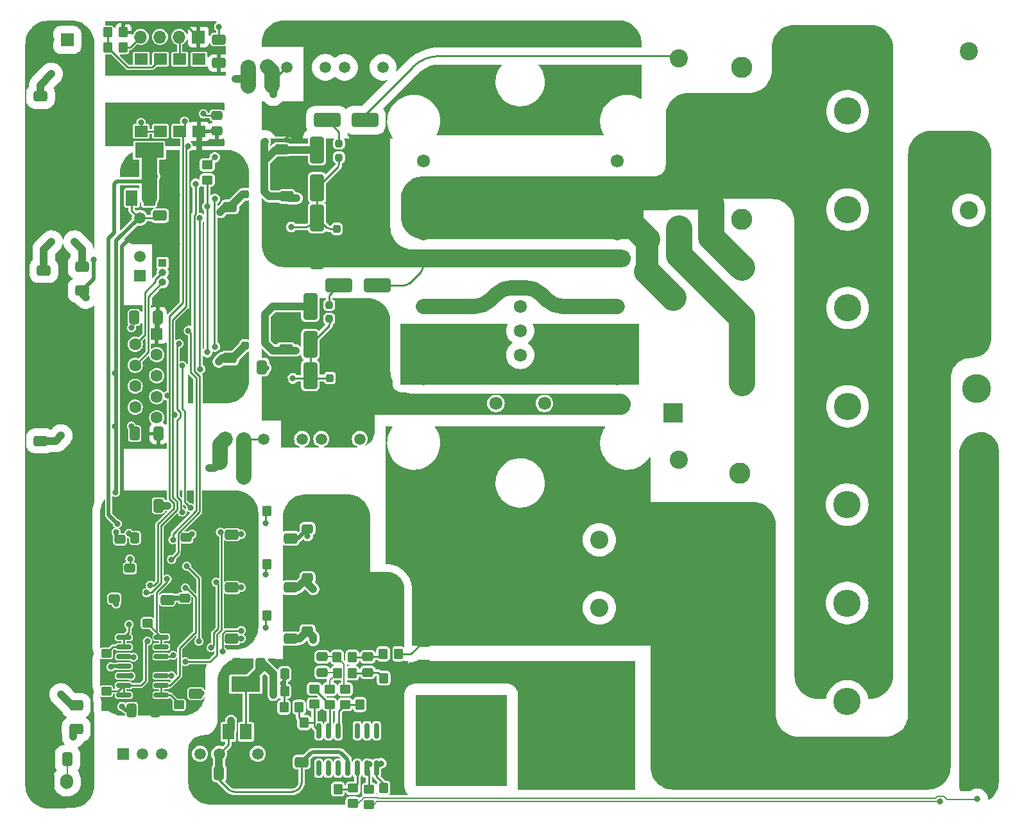
<source format=gbr>
%TF.GenerationSoftware,KiCad,Pcbnew,7.0.9*%
%TF.CreationDate,2024-05-31T16:15:52+05:30*%
%TF.ProjectId,LU,4c552e6b-6963-4616-945f-706362585858,v1.0*%
%TF.SameCoordinates,Original*%
%TF.FileFunction,Copper,L2,Bot*%
%TF.FilePolarity,Positive*%
%FSLAX46Y46*%
G04 Gerber Fmt 4.6, Leading zero omitted, Abs format (unit mm)*
G04 Created by KiCad (PCBNEW 7.0.9) date 2024-05-31 16:15:52*
%MOMM*%
%LPD*%
G01*
G04 APERTURE LIST*
G04 Aperture macros list*
%AMRoundRect*
0 Rectangle with rounded corners*
0 $1 Rounding radius*
0 $2 $3 $4 $5 $6 $7 $8 $9 X,Y pos of 4 corners*
0 Add a 4 corners polygon primitive as box body*
4,1,4,$2,$3,$4,$5,$6,$7,$8,$9,$2,$3,0*
0 Add four circle primitives for the rounded corners*
1,1,$1+$1,$2,$3*
1,1,$1+$1,$4,$5*
1,1,$1+$1,$6,$7*
1,1,$1+$1,$8,$9*
0 Add four rect primitives between the rounded corners*
20,1,$1+$1,$2,$3,$4,$5,0*
20,1,$1+$1,$4,$5,$6,$7,0*
20,1,$1+$1,$6,$7,$8,$9,0*
20,1,$1+$1,$8,$9,$2,$3,0*%
G04 Aperture macros list end*
%TA.AperFunction,ComponentPad*%
%ADD10R,1.498600X1.498600*%
%TD*%
%TA.AperFunction,ComponentPad*%
%ADD11C,1.498600*%
%TD*%
%TA.AperFunction,ComponentPad*%
%ADD12C,3.600000*%
%TD*%
%TA.AperFunction,ComponentPad*%
%ADD13R,12.000000X12.000000*%
%TD*%
%TA.AperFunction,ComponentPad*%
%ADD14C,2.400000*%
%TD*%
%TA.AperFunction,ComponentPad*%
%ADD15C,1.508000*%
%TD*%
%TA.AperFunction,ComponentPad*%
%ADD16R,1.508000X1.508000*%
%TD*%
%TA.AperFunction,ComponentPad*%
%ADD17C,2.800000*%
%TD*%
%TA.AperFunction,ComponentPad*%
%ADD18O,1.700000X2.000000*%
%TD*%
%TA.AperFunction,ComponentPad*%
%ADD19RoundRect,0.250000X-0.600000X-0.750000X0.600000X-0.750000X0.600000X0.750000X-0.600000X0.750000X0*%
%TD*%
%TA.AperFunction,ComponentPad*%
%ADD20C,1.600000*%
%TD*%
%TA.AperFunction,ComponentPad*%
%ADD21R,1.600000X1.600000*%
%TD*%
%TA.AperFunction,ComponentPad*%
%ADD22O,1.700000X1.700000*%
%TD*%
%TA.AperFunction,ComponentPad*%
%ADD23R,1.700000X1.700000*%
%TD*%
%TA.AperFunction,ComponentPad*%
%ADD24O,2.600000X2.600000*%
%TD*%
%TA.AperFunction,ComponentPad*%
%ADD25R,2.600000X2.600000*%
%TD*%
%TA.AperFunction,ComponentPad*%
%ADD26C,3.800000*%
%TD*%
%TA.AperFunction,SMDPad,CuDef*%
%ADD27RoundRect,0.249999X0.450001X1.425001X-0.450001X1.425001X-0.450001X-1.425001X0.450001X-1.425001X0*%
%TD*%
%TA.AperFunction,SMDPad,CuDef*%
%ADD28RoundRect,0.250000X0.650000X-0.412500X0.650000X0.412500X-0.650000X0.412500X-0.650000X-0.412500X0*%
%TD*%
%TA.AperFunction,SMDPad,CuDef*%
%ADD29RoundRect,0.250000X-0.412500X-0.650000X0.412500X-0.650000X0.412500X0.650000X-0.412500X0.650000X0*%
%TD*%
%TA.AperFunction,SMDPad,CuDef*%
%ADD30RoundRect,0.250000X-0.650000X1.500000X-0.650000X-1.500000X0.650000X-1.500000X0.650000X1.500000X0*%
%TD*%
%TA.AperFunction,SMDPad,CuDef*%
%ADD31RoundRect,0.250000X0.350000X0.450000X-0.350000X0.450000X-0.350000X-0.450000X0.350000X-0.450000X0*%
%TD*%
%TA.AperFunction,ComponentPad*%
%ADD32O,1.000000X1.000000*%
%TD*%
%TA.AperFunction,ComponentPad*%
%ADD33R,1.000000X1.000000*%
%TD*%
%TA.AperFunction,SMDPad,CuDef*%
%ADD34RoundRect,0.250000X-0.450000X0.350000X-0.450000X-0.350000X0.450000X-0.350000X0.450000X0.350000X0*%
%TD*%
%TA.AperFunction,SMDPad,CuDef*%
%ADD35RoundRect,0.250000X-0.350000X-0.450000X0.350000X-0.450000X0.350000X0.450000X-0.350000X0.450000X0*%
%TD*%
%TA.AperFunction,SMDPad,CuDef*%
%ADD36RoundRect,0.250000X-0.650000X0.412500X-0.650000X-0.412500X0.650000X-0.412500X0.650000X0.412500X0*%
%TD*%
%TA.AperFunction,SMDPad,CuDef*%
%ADD37RoundRect,0.249999X-1.425001X0.450001X-1.425001X-0.450001X1.425001X-0.450001X1.425001X0.450001X0*%
%TD*%
%TA.AperFunction,SMDPad,CuDef*%
%ADD38RoundRect,0.250000X0.450000X-0.350000X0.450000X0.350000X-0.450000X0.350000X-0.450000X-0.350000X0*%
%TD*%
%TA.AperFunction,SMDPad,CuDef*%
%ADD39RoundRect,0.237500X-0.237500X0.300000X-0.237500X-0.300000X0.237500X-0.300000X0.237500X0.300000X0*%
%TD*%
%TA.AperFunction,SMDPad,CuDef*%
%ADD40R,1.500000X2.000000*%
%TD*%
%TA.AperFunction,SMDPad,CuDef*%
%ADD41R,3.800000X2.000000*%
%TD*%
%TA.AperFunction,SMDPad,CuDef*%
%ADD42RoundRect,0.250000X0.475000X-0.337500X0.475000X0.337500X-0.475000X0.337500X-0.475000X-0.337500X0*%
%TD*%
%TA.AperFunction,SMDPad,CuDef*%
%ADD43RoundRect,0.250000X0.412500X0.650000X-0.412500X0.650000X-0.412500X-0.650000X0.412500X-0.650000X0*%
%TD*%
%TA.AperFunction,SMDPad,CuDef*%
%ADD44RoundRect,0.250000X-0.475000X0.337500X-0.475000X-0.337500X0.475000X-0.337500X0.475000X0.337500X0*%
%TD*%
%TA.AperFunction,SMDPad,CuDef*%
%ADD45RoundRect,0.250000X0.337500X0.475000X-0.337500X0.475000X-0.337500X-0.475000X0.337500X-0.475000X0*%
%TD*%
%TA.AperFunction,SMDPad,CuDef*%
%ADD46RoundRect,0.237500X0.237500X-0.250000X0.237500X0.250000X-0.237500X0.250000X-0.237500X-0.250000X0*%
%TD*%
%TA.AperFunction,SMDPad,CuDef*%
%ADD47RoundRect,0.250000X1.500000X0.650000X-1.500000X0.650000X-1.500000X-0.650000X1.500000X-0.650000X0*%
%TD*%
%TA.AperFunction,SMDPad,CuDef*%
%ADD48RoundRect,0.150000X0.150000X-0.825000X0.150000X0.825000X-0.150000X0.825000X-0.150000X-0.825000X0*%
%TD*%
%TA.AperFunction,SMDPad,CuDef*%
%ADD49RoundRect,0.237500X0.237500X-0.300000X0.237500X0.300000X-0.237500X0.300000X-0.237500X-0.300000X0*%
%TD*%
%TA.AperFunction,ComponentPad*%
%ADD50C,1.721000*%
%TD*%
%TA.AperFunction,SMDPad,CuDef*%
%ADD51R,1.780000X1.520000*%
%TD*%
%TA.AperFunction,SMDPad,CuDef*%
%ADD52R,1.750000X1.520000*%
%TD*%
%TA.AperFunction,SMDPad,CuDef*%
%ADD53RoundRect,0.150000X-0.825000X-0.150000X0.825000X-0.150000X0.825000X0.150000X-0.825000X0.150000X0*%
%TD*%
%TA.AperFunction,ViaPad*%
%ADD54C,0.800000*%
%TD*%
%TA.AperFunction,Conductor*%
%ADD55C,0.200000*%
%TD*%
%TA.AperFunction,Conductor*%
%ADD56C,0.250000*%
%TD*%
%TA.AperFunction,Conductor*%
%ADD57C,2.000000*%
%TD*%
%TA.AperFunction,Conductor*%
%ADD58C,1.000000*%
%TD*%
%TA.AperFunction,Conductor*%
%ADD59C,0.500000*%
%TD*%
%TA.AperFunction,Conductor*%
%ADD60C,0.800000*%
%TD*%
%TA.AperFunction,Conductor*%
%ADD61C,3.500000*%
%TD*%
%TA.AperFunction,Conductor*%
%ADD62C,3.000000*%
%TD*%
%TA.AperFunction,Conductor*%
%ADD63C,0.700000*%
%TD*%
G04 APERTURE END LIST*
D10*
%TO.P,U4,1,GND*%
%TO.N,VAux-*%
X27788200Y-46880000D03*
D11*
%TO.P,U4,2,VIN*%
%TO.N,Net-(U3-VO)*%
X27788200Y-44340000D03*
%TO.P,U4,3,0V*%
%TO.N,DIG-*%
X27788200Y-41800000D03*
%TO.P,U4,4,+VO*%
%TO.N,DIG5V*%
X27788200Y-39260000D03*
%TD*%
D12*
%TO.P,L6,2,2*%
%TO.N,/OUT+*%
X121130000Y-90120000D03*
%TO.P,L6,1,1*%
%TO.N,Net-(D7-K)*%
X121130000Y-82500000D03*
%TD*%
D13*
%TO.P,H6,1,1*%
%TO.N,+BATT*%
X70180000Y-108260000D03*
%TD*%
D12*
%TO.P,L2,2,2*%
%TO.N,/OUT+*%
X121180000Y-38160000D03*
%TO.P,L2,1,1*%
%TO.N,Net-(D7-K)*%
X121180000Y-30540000D03*
%TD*%
D14*
%TO.P,C30,2*%
%TO.N,+BATT*%
X88430000Y-81760000D03*
%TO.P,C30,1*%
%TO.N,-BATT*%
X65930000Y-81760000D03*
%TD*%
D12*
%TO.P,L4,2,2*%
%TO.N,/OUT+*%
X121180000Y-64140000D03*
%TO.P,L4,1,1*%
%TO.N,Net-(D7-K)*%
X121180000Y-56520000D03*
%TD*%
%TO.P,L5,2,2*%
%TO.N,/OUT+*%
X121130000Y-77130000D03*
%TO.P,L5,1,1*%
%TO.N,Net-(D7-K)*%
X121130000Y-69510000D03*
%TD*%
%TO.P,L3,2,2*%
%TO.N,/OUT+*%
X121180000Y-51150000D03*
%TO.P,L3,1,1*%
%TO.N,Net-(D7-K)*%
X121180000Y-43530000D03*
%TD*%
D14*
%TO.P,C28,2*%
%TO.N,-BATT*%
X98930000Y-93660000D03*
%TO.P,C28,1*%
%TO.N,Net-(D8-K)*%
X98930000Y-71160000D03*
%TD*%
D12*
%TO.P,L1,2,2*%
%TO.N,/OUT+*%
X121180000Y-25170000D03*
%TO.P,L1,1,1*%
%TO.N,Net-(D7-K)*%
X121180000Y-17550000D03*
%TD*%
D15*
%TO.P,PS3,8,NC*%
%TO.N,unconnected-(PS3-NC-Pad8)*%
X43350000Y-110030000D03*
%TO.P,PS3,7,0V*%
%TO.N,DCLink-*%
X40810000Y-110030000D03*
%TO.P,PS3,6,+VO*%
%TO.N,SensePWR*%
X38270000Y-110030000D03*
%TO.P,PS3,5,NC*%
%TO.N,unconnected-(PS3-NC-Pad5)*%
X35730000Y-110030000D03*
%TO.P,PS3,3,CTRL*%
%TO.N,Net-(PS3-CTRL)*%
X30650000Y-110030000D03*
%TO.P,PS3,2,VIN*%
X28110000Y-110030000D03*
D16*
%TO.P,PS3,1,GND*%
%TO.N,VAux-*%
X25570000Y-110030000D03*
%TD*%
D17*
%TO.P,R7,2*%
%TO.N,+BATT*%
X107180000Y-19410000D03*
%TO.P,R7,1*%
%TO.N,Net-(D8-K)*%
X107180000Y-39410000D03*
%TD*%
D18*
%TO.P,J1,2,Pin_2*%
%TO.N,VAux-*%
X18180000Y-113660000D03*
D19*
%TO.P,J1,1,Pin_1*%
%TO.N,VAux+*%
X15680000Y-113660000D03*
%TD*%
D14*
%TO.P,C32,2*%
%TO.N,/OUT+*%
X137180000Y-38260000D03*
%TO.P,C32,1*%
%TO.N,-BATT*%
X137180000Y-53260000D03*
%TD*%
D17*
%TO.P,R16,2*%
%TO.N,Net-(D7-A)*%
X106930000Y-72960000D03*
%TO.P,R16,1*%
%TO.N,-BATT*%
X106930000Y-92960000D03*
%TD*%
D20*
%TO.P,J4,9,9*%
%TO.N,unconnected-(J4-Pad9)*%
X27180000Y-64260000D03*
%TO.P,J4,8,8*%
%TO.N,unconnected-(J4-Pad8)*%
X27180000Y-61490000D03*
%TO.P,J4,7,7*%
%TO.N,SWDIO*%
X27180000Y-58720000D03*
%TO.P,J4,6,6*%
%TO.N,SWCLK*%
X27180000Y-55950000D03*
%TO.P,J4,5,5*%
%TO.N,TXD*%
X30020000Y-65645000D03*
%TO.P,J4,4,4*%
%TO.N,RXD*%
X30020000Y-62875000D03*
%TO.P,J4,3,3*%
%TO.N,DIG5V*%
X30020000Y-60105000D03*
%TO.P,J4,2,2*%
%TO.N,DIG+*%
X30020000Y-57335000D03*
D21*
%TO.P,J4,1,1*%
%TO.N,DIG-*%
X30020000Y-54565000D03*
%TD*%
D14*
%TO.P,C27,2*%
%TO.N,Net-(D7-A)*%
X98930000Y-40660000D03*
%TO.P,C27,1*%
%TO.N,+BATT*%
X98930000Y-18160000D03*
%TD*%
D22*
%TO.P,J3,4,Pin_4*%
%TO.N,5VCOMM*%
X27905000Y-15360000D03*
%TO.P,J3,3,Pin_3*%
%TO.N,TXCOMM*%
X30445000Y-15360000D03*
%TO.P,J3,2,Pin_2*%
%TO.N,RXCOMM*%
X32985000Y-15360000D03*
D23*
%TO.P,J3,1,Pin_1*%
%TO.N,GNDCOMM*%
X35525000Y-15360000D03*
%TD*%
D15*
%TO.P,PS2,8,NC*%
%TO.N,unconnected-(PS2-NC-Pad8)*%
X59880000Y-19360000D03*
%TO.P,PS2,7,0V*%
%TO.N,GND2*%
X57340000Y-19360000D03*
%TO.P,PS2,6,+VO*%
%TO.N,VDrive2*%
X54800000Y-19360000D03*
%TO.P,PS2,5,NC*%
%TO.N,unconnected-(PS2-NC-Pad5)*%
X52260000Y-19360000D03*
%TO.P,PS2,3,CTRL*%
%TO.N,Net-(PS2-CTRL)*%
X47180000Y-19360000D03*
%TO.P,PS2,2,VIN*%
X44640000Y-19360000D03*
D16*
%TO.P,PS2,1,GND*%
%TO.N,VAux-*%
X42100000Y-19360000D03*
%TD*%
D12*
%TO.P,L7,2,2*%
%TO.N,/OUT+*%
X121130000Y-103110000D03*
%TO.P,L7,1,1*%
%TO.N,Net-(D7-K)*%
X121130000Y-95490000D03*
%TD*%
D14*
%TO.P,C31,2*%
%TO.N,+BATT*%
X88430000Y-90760000D03*
%TO.P,C31,1*%
%TO.N,-BATT*%
X65930000Y-90760000D03*
%TD*%
D24*
%TO.P,D8,2,A*%
%TO.N,Net-(D7-K)*%
X98180000Y-49790000D03*
D25*
%TO.P,D8,1,K*%
%TO.N,Net-(D8-K)*%
X98180000Y-65030000D03*
%TD*%
D26*
%TO.P,H8,1,1*%
%TO.N,/OUT+*%
X138180000Y-61760000D03*
%TD*%
D24*
%TO.P,D7,2,A*%
%TO.N,Net-(D7-A)*%
X107180000Y-61030000D03*
D25*
%TO.P,D7,1,K*%
%TO.N,Net-(D7-K)*%
X107180000Y-45790000D03*
%TD*%
D26*
%TO.P,H7,1,1*%
%TO.N,/OUT-*%
X138180000Y-71260000D03*
%TD*%
D15*
%TO.P,PS1,8,NC*%
%TO.N,unconnected-(PS1-NC-Pad8)*%
X56820000Y-68460000D03*
%TO.P,PS1,7,0V*%
%TO.N,GND1*%
X54280000Y-68460000D03*
%TO.P,PS1,6,+VO*%
%TO.N,VDrive1*%
X51740000Y-68460000D03*
%TO.P,PS1,5,NC*%
%TO.N,unconnected-(PS1-NC-Pad5)*%
X49200000Y-68460000D03*
%TO.P,PS1,3,CTRL*%
%TO.N,Net-(PS1-CTRL)*%
X44120000Y-68460000D03*
%TO.P,PS1,2,VIN*%
X41580000Y-68460000D03*
D16*
%TO.P,PS1,1,GND*%
%TO.N,VAux-*%
X39040000Y-68460000D03*
%TD*%
D13*
%TO.P,H5,1,1*%
%TO.N,DCLink-*%
X85180000Y-108260000D03*
%TD*%
D14*
%TO.P,C29,2*%
%TO.N,/OUT+*%
X137180000Y-17260000D03*
%TO.P,C29,1*%
%TO.N,-BATT*%
X137180000Y-32260000D03*
%TD*%
D27*
%TO.P,R19,1*%
%TO.N,/OUT-*%
X139230000Y-83760000D03*
%TO.P,R19,2*%
%TO.N,-BATT*%
X133130000Y-83760000D03*
%TD*%
D28*
%TO.P,C21,1*%
%TO.N,VDrive2*%
X47180000Y-36422500D03*
%TO.P,C21,2*%
%TO.N,GND2*%
X47180000Y-33297500D03*
%TD*%
D29*
%TO.P,C61,1*%
%TO.N,DIG-*%
X27117500Y-77260000D03*
%TO.P,C61,2*%
%TO.N,DIG+*%
X30242500Y-77260000D03*
%TD*%
D30*
%TO.P,D4,1,K*%
%TO.N,VDrive2*%
X51180000Y-30260000D03*
%TO.P,D4,2,A*%
%TO.N,Net-(D4-A)*%
X51180000Y-35260000D03*
%TD*%
D28*
%TO.P,C8,1*%
%TO.N,VAux+*%
X15117500Y-49322500D03*
%TO.P,C8,2*%
%TO.N,VAux-*%
X15117500Y-46197500D03*
%TD*%
D31*
%TO.P,R38,1*%
%TO.N,Net-(U6A-+)*%
X53940000Y-114680000D03*
%TO.P,R38,2*%
%TO.N,DCLink-*%
X51940000Y-114680000D03*
%TD*%
D32*
%TO.P,J5,4,Pin_4*%
%TO.N,DIG-*%
X30780000Y-49030000D03*
%TO.P,J5,3,Pin_3*%
%TO.N,SWDIO*%
X30780000Y-47760000D03*
%TO.P,J5,2,Pin_2*%
%TO.N,SWCLK*%
X30780000Y-46490000D03*
D33*
%TO.P,J5,1,Pin_1*%
%TO.N,DIG+*%
X30780000Y-45220000D03*
%TD*%
D28*
%TO.P,C1,1*%
%TO.N,VAux+*%
X14680000Y-26322500D03*
%TO.P,C1,2*%
%TO.N,VAux-*%
X14680000Y-23197500D03*
%TD*%
D34*
%TO.P,R74,1*%
%TO.N,DA0*%
X23380000Y-101760000D03*
%TO.P,R74,2*%
%TO.N,DIG-*%
X23380000Y-103760000D03*
%TD*%
D27*
%TO.P,R23,1*%
%TO.N,/OUT-*%
X139230000Y-99760000D03*
%TO.P,R23,2*%
%TO.N,-BATT*%
X133130000Y-99760000D03*
%TD*%
D35*
%TO.P,R66,1*%
%TO.N,Net-(U15-A)*%
X23585000Y-14760000D03*
%TO.P,R66,2*%
%TO.N,GNDCOMM*%
X25585000Y-14760000D03*
%TD*%
D36*
%TO.P,C56,1*%
%TO.N,DIG-*%
X39930000Y-91697500D03*
%TO.P,C56,2*%
%TO.N,DIG5V*%
X39930000Y-94822500D03*
%TD*%
D35*
%TO.P,R76,1*%
%TO.N,DIG-*%
X42580000Y-91760000D03*
%TO.P,R76,2*%
%TO.N,Net-(U11-VOUT)*%
X44580000Y-91760000D03*
%TD*%
D37*
%TO.P,R11,1*%
%TO.N,-BATT*%
X68430000Y-93710000D03*
%TO.P,R11,2*%
%TO.N,DCLink-*%
X68430000Y-99810000D03*
%TD*%
D28*
%TO.P,C18,1*%
%TO.N,DIG+*%
X39680000Y-37822500D03*
%TO.P,C18,2*%
%TO.N,DIG-*%
X39680000Y-34697500D03*
%TD*%
D38*
%TO.P,R40,1*%
%TO.N,/OUTSHUNT-*%
X58060000Y-116730000D03*
%TO.P,R40,2*%
%TO.N,Net-(U6A--)*%
X58060000Y-114730000D03*
%TD*%
D39*
%TO.P,C20,1*%
%TO.N,Net-(D1-A)*%
X52880000Y-60397500D03*
%TO.P,C20,2*%
%TO.N,GND1*%
X52880000Y-62122500D03*
%TD*%
D35*
%TO.P,R55,1*%
%TO.N,A2*%
X46890000Y-101790000D03*
%TO.P,R55,2*%
%TO.N,DCLink-*%
X48890000Y-101790000D03*
%TD*%
D28*
%TO.P,C11,1*%
%TO.N,Net-(U3-VO)*%
X20180000Y-48822500D03*
%TO.P,C11,2*%
%TO.N,VAux-*%
X20180000Y-45697500D03*
%TD*%
D27*
%TO.P,R26,1*%
%TO.N,/OUT-*%
X139230000Y-111770000D03*
%TO.P,R26,2*%
%TO.N,-BATT*%
X133130000Y-111770000D03*
%TD*%
D40*
%TO.P,U7,1,GND*%
%TO.N,DCLink-*%
X44080000Y-107120000D03*
%TO.P,U7,2,VO*%
%TO.N,SensePWR5V*%
X41780000Y-107120000D03*
D41*
X41780000Y-100820000D03*
D40*
%TO.P,U7,3,VI*%
%TO.N,SensePWR*%
X39480000Y-107120000D03*
%TD*%
D42*
%TO.P,C5,1*%
%TO.N,/INSHUNT-*%
X51870000Y-99297500D03*
%TO.P,C5,2*%
%TO.N,/INSHUNT+*%
X51870000Y-97222500D03*
%TD*%
D43*
%TO.P,C59,1*%
%TO.N,DIG-*%
X29805000Y-104260000D03*
%TO.P,C59,2*%
%TO.N,DIG5V*%
X26680000Y-104260000D03*
%TD*%
D28*
%TO.P,C19,1*%
%TO.N,VDrive1*%
X47080000Y-56622500D03*
%TO.P,C19,2*%
%TO.N,GND1*%
X47080000Y-53497500D03*
%TD*%
D43*
%TO.P,C6,1*%
%TO.N,Net-(PS2-CTRL)*%
X45242500Y-21860000D03*
%TO.P,C6,2*%
%TO.N,VAux-*%
X42117500Y-21860000D03*
%TD*%
D35*
%TO.P,R33,1*%
%TO.N,/INSHUNT+*%
X53820000Y-97260000D03*
%TO.P,R33,2*%
%TO.N,Net-(C13-Pad2)*%
X55820000Y-97260000D03*
%TD*%
D44*
%TO.P,C63,1*%
%TO.N,DIG-*%
X24430000Y-87472500D03*
%TO.P,C63,2*%
%TO.N,DIG+*%
X24430000Y-89547500D03*
%TD*%
D37*
%TO.P,R57,1*%
%TO.N,-BATT*%
X88430000Y-93710000D03*
%TO.P,R57,2*%
%TO.N,DCLink-*%
X88430000Y-99810000D03*
%TD*%
D29*
%TO.P,C7,1*%
%TO.N,VAux+*%
X15117500Y-110760000D03*
%TO.P,C7,2*%
%TO.N,VAux-*%
X18242500Y-110760000D03*
%TD*%
D45*
%TO.P,C50,1*%
%TO.N,DCLink-*%
X48967500Y-99510000D03*
%TO.P,C50,2*%
%TO.N,A2*%
X46892500Y-99510000D03*
%TD*%
D40*
%TO.P,U8,1,GND*%
%TO.N,DIG-*%
X31330000Y-36610000D03*
%TO.P,U8,2,VO*%
%TO.N,DIG+*%
X29030000Y-36610000D03*
D41*
X29030000Y-30310000D03*
D40*
%TO.P,U8,3,VI*%
%TO.N,DIG5V*%
X26730000Y-36610000D03*
%TD*%
D30*
%TO.P,D2,1,K*%
%TO.N,Net-(D1-A)*%
X50280000Y-60060000D03*
%TO.P,D2,2,A*%
%TO.N,GND1*%
X50280000Y-65060000D03*
%TD*%
D38*
%TO.P,R73,1*%
%TO.N,DA1*%
X23380000Y-96760000D03*
%TO.P,R73,2*%
%TO.N,DIG-*%
X23380000Y-94760000D03*
%TD*%
%TO.P,R72,1*%
%TO.N,DA3*%
X32980000Y-103560000D03*
%TO.P,R72,2*%
%TO.N,DIG-*%
X32980000Y-101560000D03*
%TD*%
D29*
%TO.P,C73,1*%
%TO.N,DIG5V*%
X27117500Y-67760000D03*
%TO.P,C73,2*%
%TO.N,DIG-*%
X30242500Y-67760000D03*
%TD*%
D27*
%TO.P,R17,1*%
%TO.N,/OUT-*%
X139230000Y-75760000D03*
%TO.P,R17,2*%
%TO.N,-BATT*%
X133130000Y-75760000D03*
%TD*%
D28*
%TO.P,C26,1*%
%TO.N,DCLink-*%
X65180000Y-98322500D03*
%TO.P,C26,2*%
%TO.N,-BATT*%
X65180000Y-95197500D03*
%TD*%
%TO.P,C16,1*%
%TO.N,SensePWR*%
X49140000Y-111130000D03*
%TO.P,C16,2*%
%TO.N,DCLink-*%
X49140000Y-108005000D03*
%TD*%
D35*
%TO.P,R77,1*%
%TO.N,DIG-*%
X42580000Y-84960000D03*
%TO.P,R77,2*%
%TO.N,Net-(U10-VOUT)*%
X44580000Y-84960000D03*
%TD*%
%TO.P,R34,1*%
%TO.N,/INSHUNT-*%
X53850000Y-99350000D03*
%TO.P,R34,2*%
%TO.N,Net-(C13-Pad1)*%
X55850000Y-99350000D03*
%TD*%
D38*
%TO.P,R70,1*%
%TO.N,DA2*%
X28780000Y-92760000D03*
%TO.P,R70,2*%
%TO.N,DIG-*%
X28780000Y-90760000D03*
%TD*%
D30*
%TO.P,D1,1,K*%
%TO.N,VDrive1*%
X50280000Y-50960000D03*
%TO.P,D1,2,A*%
%TO.N,Net-(D1-A)*%
X50280000Y-55960000D03*
%TD*%
D34*
%TO.P,R8,1*%
%TO.N,DIG+*%
X36680000Y-32260000D03*
%TO.P,R8,2*%
%TO.N,FLT*%
X36680000Y-34260000D03*
%TD*%
D35*
%TO.P,R36,1*%
%TO.N,Net-(C13-Pad1)*%
X59960000Y-100030000D03*
%TO.P,R36,2*%
%TO.N,DCLink-*%
X61960000Y-100030000D03*
%TD*%
D39*
%TO.P,C23,1*%
%TO.N,Net-(D4-A)*%
X53780000Y-40697500D03*
%TO.P,C23,2*%
%TO.N,GND2*%
X53780000Y-42422500D03*
%TD*%
D36*
%TO.P,C14,1*%
%TO.N,DIG5V*%
X30430000Y-38947500D03*
%TO.P,C14,2*%
%TO.N,DIG-*%
X30430000Y-42072500D03*
%TD*%
D42*
%TO.P,C62,1*%
%TO.N,DIG-*%
X25180000Y-83797500D03*
%TO.P,C62,2*%
%TO.N,DIG+*%
X25180000Y-81722500D03*
%TD*%
D28*
%TO.P,C10,1*%
%TO.N,VDrive2*%
X46480000Y-30222500D03*
%TO.P,C10,2*%
%TO.N,GND2*%
X46480000Y-27097500D03*
%TD*%
%TO.P,C22,1*%
%TO.N,DIG+*%
X39680000Y-57760000D03*
%TO.P,C22,2*%
%TO.N,DIG-*%
X39680000Y-54635000D03*
%TD*%
D31*
%TO.P,R53,1*%
%TO.N,Net-(R52-Pad1)*%
X49480000Y-105910000D03*
%TO.P,R53,2*%
%TO.N,DCLink-*%
X47480000Y-105910000D03*
%TD*%
D44*
%TO.P,C66,1*%
%TO.N,Net-(U14-VDDA)*%
X33680000Y-89472500D03*
%TO.P,C66,2*%
%TO.N,DIG-*%
X33680000Y-91547500D03*
%TD*%
%TO.P,C40,1*%
%TO.N,DCLink-*%
X49930000Y-78222500D03*
%TO.P,C40,2*%
%TO.N,SensePWR5V*%
X49930000Y-80297500D03*
%TD*%
D43*
%TO.P,C25,1*%
%TO.N,Net-(PS1-CTRL)*%
X41492500Y-71510000D03*
%TO.P,C25,2*%
%TO.N,VAux-*%
X38367500Y-71510000D03*
%TD*%
D29*
%TO.P,C4,1*%
%TO.N,SensePWR*%
X38237500Y-112570000D03*
%TO.P,C4,2*%
%TO.N,DCLink-*%
X41362500Y-112570000D03*
%TD*%
D46*
%TO.P,R2,1*%
%TO.N,Net-(D1-A)*%
X52780000Y-52572500D03*
%TO.P,R2,2*%
%TO.N,Net-(D3-A)*%
X52780000Y-50747500D03*
%TD*%
D35*
%TO.P,R51,1*%
%TO.N,Net-(U6C-+)*%
X56810000Y-103510000D03*
%TO.P,R51,2*%
%TO.N,DCLink-*%
X58810000Y-103510000D03*
%TD*%
D44*
%TO.P,C67,1*%
%TO.N,Net-(U14-PG10)*%
X26480000Y-85522500D03*
%TO.P,C67,2*%
%TO.N,DIG-*%
X26480000Y-87597500D03*
%TD*%
D27*
%TO.P,R24,1*%
%TO.N,/OUT-*%
X139230000Y-103760000D03*
%TO.P,R24,2*%
%TO.N,-BATT*%
X133130000Y-103760000D03*
%TD*%
D37*
%TO.P,R15,1*%
%TO.N,-BATT*%
X84430000Y-93710000D03*
%TO.P,R15,2*%
%TO.N,DCLink-*%
X84430000Y-99810000D03*
%TD*%
D34*
%TO.P,R50,1*%
%TO.N,/INSHUNT-*%
X52850000Y-101500000D03*
%TO.P,R50,2*%
%TO.N,Net-(U6C--)*%
X52850000Y-103500000D03*
%TD*%
D47*
%TO.P,D3,1,K*%
%TO.N,GND2*%
X59080000Y-48160000D03*
%TO.P,D3,2,A*%
%TO.N,Net-(D3-A)*%
X54080000Y-48160000D03*
%TD*%
D36*
%TO.P,C68,1*%
%TO.N,Net-(U14-VDDA)*%
X31430000Y-89697500D03*
%TO.P,C68,2*%
%TO.N,DIG-*%
X31430000Y-92822500D03*
%TD*%
D22*
%TO.P,J2,2,Pin_2*%
%TO.N,VAux+*%
X15660000Y-15760000D03*
D23*
%TO.P,J2,1,Pin_1*%
%TO.N,VAux-*%
X18200000Y-15760000D03*
%TD*%
D27*
%TO.P,R21,1*%
%TO.N,/OUT-*%
X139230000Y-91760000D03*
%TO.P,R21,2*%
%TO.N,-BATT*%
X133130000Y-91760000D03*
%TD*%
D47*
%TO.P,D6,1,K*%
%TO.N,+BATT*%
X57480000Y-26360000D03*
%TO.P,D6,2,A*%
%TO.N,Net-(D6-A)*%
X52480000Y-26360000D03*
%TD*%
D38*
%TO.P,R52,1*%
%TO.N,Net-(R52-Pad1)*%
X50820000Y-103470000D03*
%TO.P,R52,2*%
%TO.N,Net-(U6C--)*%
X50820000Y-101470000D03*
%TD*%
D48*
%TO.P,U6,1*%
%TO.N,Net-(R39-Pad1)*%
X59030000Y-111945000D03*
%TO.P,U6,2,-*%
%TO.N,Net-(U6A--)*%
X57760000Y-111945000D03*
%TO.P,U6,3,+*%
%TO.N,Net-(U6A-+)*%
X56490000Y-111945000D03*
%TO.P,U6,4,V+*%
%TO.N,SensePWR*%
X55220000Y-111945000D03*
%TO.P,U6,5,+*%
%TO.N,unconnected-(U6B-+-Pad5)*%
X53950000Y-111945000D03*
%TO.P,U6,6,-*%
%TO.N,unconnected-(U6B---Pad6)*%
X52680000Y-111945000D03*
%TO.P,U6,7*%
%TO.N,unconnected-(U6-Pad7)*%
X51410000Y-111945000D03*
%TO.P,U6,8*%
%TO.N,Net-(R52-Pad1)*%
X51410000Y-106995000D03*
%TO.P,U6,9,-*%
%TO.N,Net-(U6C--)*%
X52680000Y-106995000D03*
%TO.P,U6,10,+*%
%TO.N,Net-(U6C-+)*%
X53950000Y-106995000D03*
%TO.P,U6,11,V-*%
%TO.N,DCLink-*%
X55220000Y-106995000D03*
%TO.P,U6,12,+*%
%TO.N,unconnected-(U6D-+-Pad12)*%
X56490000Y-106995000D03*
%TO.P,U6,13,-*%
%TO.N,unconnected-(U6D---Pad13)*%
X57760000Y-106995000D03*
%TO.P,U6,14*%
%TO.N,unconnected-(U6-Pad14)*%
X59030000Y-106995000D03*
%TD*%
D36*
%TO.P,C54,1*%
%TO.N,DIG-*%
X39930000Y-84947500D03*
%TO.P,C54,2*%
%TO.N,DIG5V*%
X39930000Y-88072500D03*
%TD*%
D28*
%TO.P,C3,1*%
%TO.N,Net-(PS3-CTRL)*%
X19400000Y-106782500D03*
%TO.P,C3,2*%
%TO.N,VAux-*%
X19400000Y-103657500D03*
%TD*%
D36*
%TO.P,C58,1*%
%TO.N,DIG-*%
X35180000Y-98947500D03*
%TO.P,C58,2*%
%TO.N,DIG5V*%
X35180000Y-102072500D03*
%TD*%
D29*
%TO.P,C12,1*%
%TO.N,VDrive1*%
X43917500Y-58960000D03*
%TO.P,C12,2*%
%TO.N,GND1*%
X47042500Y-58960000D03*
%TD*%
D36*
%TO.P,C41,1*%
%TO.N,DCLink-*%
X47680000Y-78447500D03*
%TO.P,C41,2*%
%TO.N,SensePWR5V*%
X47680000Y-81572500D03*
%TD*%
D49*
%TO.P,C34,1*%
%TO.N,DIG+*%
X41680000Y-36122500D03*
%TO.P,C34,2*%
%TO.N,DIG-*%
X41680000Y-34397500D03*
%TD*%
D42*
%TO.P,C13,1*%
%TO.N,Net-(C13-Pad1)*%
X57870000Y-99277500D03*
%TO.P,C13,2*%
%TO.N,Net-(C13-Pad2)*%
X57870000Y-97202500D03*
%TD*%
D37*
%TO.P,R12,1*%
%TO.N,-BATT*%
X72430000Y-93710000D03*
%TO.P,R12,2*%
%TO.N,DCLink-*%
X72430000Y-99810000D03*
%TD*%
D42*
%TO.P,C70,1*%
%TO.N,DIG-*%
X37930000Y-27797500D03*
%TO.P,C70,2*%
%TO.N,DIG5V*%
X37930000Y-25722500D03*
%TD*%
D37*
%TO.P,R13,1*%
%TO.N,-BATT*%
X76430000Y-93710000D03*
%TO.P,R13,2*%
%TO.N,DCLink-*%
X76430000Y-99810000D03*
%TD*%
D27*
%TO.P,R20,1*%
%TO.N,/OUT-*%
X139230000Y-87760000D03*
%TO.P,R20,2*%
%TO.N,-BATT*%
X133130000Y-87760000D03*
%TD*%
D50*
%TO.P,Q1,V3,V3*%
%TO.N,Net-(D7-K)*%
X65180000Y-41360000D03*
%TO.P,Q1,V2,V2*%
X65180000Y-38160000D03*
%TO.P,Q1,V1,V1*%
X65180000Y-34960000D03*
%TO.P,Q1,U3,U3*%
X90780000Y-41360000D03*
%TO.P,Q1,U2,U2*%
X90780000Y-38160000D03*
%TO.P,Q1,U1,U1*%
X90780000Y-34960000D03*
%TO.P,Q1,T2,T2*%
%TO.N,SensePWR5V*%
X81180000Y-63760000D03*
%TO.P,Q1,T1,T1*%
%TO.N,T-*%
X74780000Y-63760000D03*
%TO.P,Q1,P3,P3*%
%TO.N,+BATT*%
X77980000Y-57360000D03*
%TO.P,Q1,P2,P2*%
X77980000Y-54160000D03*
%TO.P,Q1,P1,P1*%
X77980000Y-50960000D03*
%TO.P,Q1,G4,G4*%
%TO.N,Net-(IC1-CLAMP)*%
X65180000Y-50960000D03*
%TO.P,Q1,G3,G3*%
%TO.N,Net-(IC5-CLAMP)*%
X65180000Y-31760000D03*
%TO.P,Q1,G2,G2*%
%TO.N,Net-(IC1-CLAMP)*%
X90780000Y-50960000D03*
%TO.P,Q1,G1,G1*%
%TO.N,Net-(IC5-CLAMP)*%
X90780000Y-31760000D03*
%TO.P,Q1,EV3,EV3*%
%TO.N,-BATT*%
X65180000Y-60560000D03*
%TO.P,Q1,EV2,EV2*%
X65180000Y-57360000D03*
%TO.P,Q1,EV1,EV1*%
X65180000Y-54160000D03*
%TO.P,Q1,EU3,EU3*%
X90780000Y-60560000D03*
%TO.P,Q1,EU2,EU2*%
X90780000Y-57360000D03*
%TO.P,Q1,EU1,EU1*%
X90780000Y-54160000D03*
%TO.P,Q1,E4,E4*%
%TO.N,GND1*%
X65180000Y-63760000D03*
%TO.P,Q1,E3,E3*%
%TO.N,GND2*%
X65180000Y-44560000D03*
%TO.P,Q1,E2,E2*%
%TO.N,GND1*%
X90780000Y-63760000D03*
%TO.P,Q1,E1,E1*%
%TO.N,GND2*%
X90780000Y-44560000D03*
%TD*%
D35*
%TO.P,R41,1*%
%TO.N,Net-(R39-Pad1)*%
X59950000Y-114570000D03*
%TO.P,R41,2*%
%TO.N,DCLink-*%
X61950000Y-114570000D03*
%TD*%
D38*
%TO.P,R37,1*%
%TO.N,/OUTSHUNT+*%
X55930000Y-116580000D03*
%TO.P,R37,2*%
%TO.N,Net-(U6A-+)*%
X55930000Y-114580000D03*
%TD*%
D28*
%TO.P,C2,1*%
%TO.N,VAux+*%
X14680000Y-71822500D03*
%TO.P,C2,2*%
%TO.N,VAux-*%
X14680000Y-68697500D03*
%TD*%
D27*
%TO.P,R18,1*%
%TO.N,/OUT-*%
X139230000Y-79760000D03*
%TO.P,R18,2*%
%TO.N,-BATT*%
X133130000Y-79760000D03*
%TD*%
D35*
%TO.P,R65,1*%
%TO.N,Net-(U15-A)*%
X23585000Y-16760000D03*
%TO.P,R65,2*%
%TO.N,5VCOMM*%
X25585000Y-16760000D03*
%TD*%
%TO.P,R78,1*%
%TO.N,DIG-*%
X42580000Y-77960000D03*
%TO.P,R78,2*%
%TO.N,Net-(U13A-+)*%
X44580000Y-77960000D03*
%TD*%
%TO.P,R35,1*%
%TO.N,Net-(C13-Pad2)*%
X59890000Y-96820000D03*
%TO.P,R35,2*%
%TO.N,-BATT*%
X61890000Y-96820000D03*
%TD*%
D27*
%TO.P,R25,1*%
%TO.N,/OUT-*%
X139230000Y-107760000D03*
%TO.P,R25,2*%
%TO.N,-BATT*%
X133130000Y-107760000D03*
%TD*%
D29*
%TO.P,C72,1*%
%TO.N,DIG+*%
X27055000Y-52410000D03*
%TO.P,C72,2*%
%TO.N,DIG-*%
X30180000Y-52410000D03*
%TD*%
D37*
%TO.P,R14,1*%
%TO.N,-BATT*%
X80430000Y-93710000D03*
%TO.P,R14,2*%
%TO.N,DCLink-*%
X80430000Y-99810000D03*
%TD*%
D51*
%TO.P,U15,1,NC*%
%TO.N,unconnected-(U15-NC-Pad1)*%
X27975000Y-18300000D03*
D52*
%TO.P,U15,2,A*%
%TO.N,Net-(U15-A)*%
X30515000Y-18300000D03*
D51*
%TO.P,U15,3,C*%
%TO.N,RXCOMM*%
X33055000Y-18300000D03*
%TO.P,U15,4*%
%TO.N,N/C*%
X35595000Y-18300000D03*
%TO.P,U15,5,GND*%
%TO.N,DIG-*%
X35595000Y-27820000D03*
%TO.P,U15,6,VO*%
%TO.N,RXD*%
X33055000Y-27820000D03*
%TO.P,U15,7,EN*%
%TO.N,DIG5V*%
X30515000Y-27820000D03*
%TO.P,U15,8,VCC*%
X27975000Y-27820000D03*
%TD*%
D36*
%TO.P,C46,1*%
%TO.N,DCLink-*%
X47680000Y-91697500D03*
%TO.P,C46,2*%
%TO.N,SensePWR5V*%
X47680000Y-94822500D03*
%TD*%
D42*
%TO.P,C65,1*%
%TO.N,DIG-*%
X33930000Y-83547500D03*
%TO.P,C65,2*%
%TO.N,DIG+*%
X33930000Y-81472500D03*
%TD*%
D44*
%TO.P,C45,1*%
%TO.N,DCLink-*%
X49930000Y-91722500D03*
%TO.P,C45,2*%
%TO.N,SensePWR5V*%
X49930000Y-93797500D03*
%TD*%
D31*
%TO.P,R54,1*%
%TO.N,Net-(R52-Pad1)*%
X48810000Y-103890000D03*
%TO.P,R54,2*%
%TO.N,A2*%
X46810000Y-103890000D03*
%TD*%
D46*
%TO.P,R4,1*%
%TO.N,Net-(D4-A)*%
X54080000Y-31272500D03*
%TO.P,R4,2*%
%TO.N,Net-(D6-A)*%
X54080000Y-29447500D03*
%TD*%
D36*
%TO.P,C52,1*%
%TO.N,DIG-*%
X39930000Y-77947500D03*
%TO.P,C52,2*%
%TO.N,DIG5V*%
X39930000Y-81072500D03*
%TD*%
D53*
%TO.P,U13,14*%
%TO.N,DA3*%
X30630000Y-102280000D03*
%TO.P,U13,13,-*%
X30630000Y-101010000D03*
%TO.P,U13,12,+*%
%TO.N,Net-(U12-VOUT)*%
X30630000Y-99740000D03*
%TO.P,U13,11,V-*%
%TO.N,DIG-*%
X30630000Y-98470000D03*
%TO.P,U13,10,+*%
%TO.N,Net-(U11-VOUT)*%
X30630000Y-97200000D03*
%TO.P,U13,9,-*%
%TO.N,DA2*%
X30630000Y-95930000D03*
%TO.P,U13,8*%
X30630000Y-94660000D03*
%TO.P,U13,7*%
%TO.N,DA1*%
X25680000Y-94660000D03*
%TO.P,U13,6,-*%
X25680000Y-95930000D03*
%TO.P,U13,5,+*%
%TO.N,Net-(U10-VOUT)*%
X25680000Y-97200000D03*
%TO.P,U13,4,V+*%
%TO.N,DIG5V*%
X25680000Y-98470000D03*
%TO.P,U13,3,+*%
%TO.N,Net-(U13A-+)*%
X25680000Y-99740000D03*
%TO.P,U13,2,-*%
%TO.N,DA0*%
X25680000Y-101010000D03*
%TO.P,U13,1*%
X25680000Y-102280000D03*
%TD*%
D30*
%TO.P,D5,1,K*%
%TO.N,Net-(D4-A)*%
X51180000Y-39260000D03*
%TO.P,D5,2,A*%
%TO.N,GND2*%
X51180000Y-44260000D03*
%TD*%
D27*
%TO.P,R22,1*%
%TO.N,/OUT-*%
X139230000Y-95760000D03*
%TO.P,R22,2*%
%TO.N,-BATT*%
X133130000Y-95760000D03*
%TD*%
D45*
%TO.P,C60,1*%
%TO.N,DIG-*%
X29217500Y-81510000D03*
%TO.P,C60,2*%
%TO.N,DIG+*%
X27142500Y-81510000D03*
%TD*%
D34*
%TO.P,R49,1*%
%TO.N,/INSHUNT+*%
X54890000Y-101510000D03*
%TO.P,R49,2*%
%TO.N,Net-(U6C-+)*%
X54890000Y-103510000D03*
%TD*%
D49*
%TO.P,C35,1*%
%TO.N,DIG+*%
X41680000Y-56122500D03*
%TO.P,C35,2*%
%TO.N,DIG-*%
X41680000Y-54397500D03*
%TD*%
D44*
%TO.P,C43,1*%
%TO.N,DCLink-*%
X49930000Y-84722500D03*
%TO.P,C43,2*%
%TO.N,SensePWR5V*%
X49930000Y-86797500D03*
%TD*%
D28*
%TO.P,C69,1*%
%TO.N,GNDCOMM*%
X38180000Y-18822500D03*
%TO.P,C69,2*%
%TO.N,5VCOMM*%
X38180000Y-15697500D03*
%TD*%
D43*
%TO.P,C39,1*%
%TO.N,SensePWR5V*%
X43742500Y-98260000D03*
%TO.P,C39,2*%
%TO.N,DCLink-*%
X40617500Y-98260000D03*
%TD*%
D36*
%TO.P,C44,1*%
%TO.N,DCLink-*%
X47680000Y-84947500D03*
%TO.P,C44,2*%
%TO.N,SensePWR5V*%
X47680000Y-88072500D03*
%TD*%
D54*
%TO.N,VAux+*%
X13680000Y-74760000D03*
X14050000Y-109240000D03*
X13680000Y-50260000D03*
X13680000Y-28760000D03*
%TO.N,VAux-*%
X16130000Y-42410000D03*
X36930000Y-72260000D03*
X17420000Y-68000000D03*
X16130000Y-20260000D03*
X17360000Y-102200000D03*
X19180000Y-42410000D03*
X40380000Y-20860000D03*
%TO.N,Net-(PS1-CTRL)*%
X41180000Y-73760000D03*
%TO.N,Net-(PS2-CTRL)*%
X45380000Y-22960000D03*
%TO.N,VDrive1*%
X44480000Y-59060000D03*
X44880000Y-56360000D03*
X48380000Y-56760000D03*
%TO.N,GND1*%
X46980000Y-60660000D03*
X48180000Y-61760000D03*
X48180000Y-52760000D03*
X48180000Y-59260000D03*
%TO.N,VDrive2*%
X48480000Y-36660000D03*
X44280000Y-29160000D03*
%TO.N,GND2*%
X47855000Y-41760000D03*
X46980000Y-39660000D03*
X47180000Y-28960000D03*
X47855000Y-38760000D03*
X47855000Y-32760000D03*
%TO.N,DIG5V*%
X35930000Y-102047500D03*
X41180000Y-88047500D03*
X26680000Y-66760000D03*
X41180000Y-94797500D03*
X41180000Y-81047500D03*
X36180000Y-25510000D03*
X23980000Y-98560000D03*
X27930000Y-26650498D03*
X24580500Y-75510000D03*
X24529500Y-59760000D03*
X25430000Y-103760000D03*
X24529500Y-66760000D03*
%TO.N,DIG-*%
X35930000Y-98605000D03*
X30930000Y-92260000D03*
X25430000Y-88510000D03*
X39180000Y-32760000D03*
X35180000Y-32760000D03*
X39180000Y-52760000D03*
X40180000Y-62760000D03*
X38680000Y-55260000D03*
X28980500Y-76825234D03*
X32080000Y-82760000D03*
X40930000Y-84502800D03*
X34329500Y-92760000D03*
X26180000Y-75760000D03*
X32680000Y-36260000D03*
X32730500Y-42760000D03*
X36680000Y-82010000D03*
X33380000Y-87160000D03*
X31680000Y-33260000D03*
X28180000Y-87760000D03*
X41180000Y-77605000D03*
X33580000Y-86160000D03*
X40930000Y-91355000D03*
X36692234Y-75847766D03*
X23851701Y-26209500D03*
X32180000Y-44260000D03*
X31533009Y-83466018D03*
X27680000Y-88760000D03*
X32930000Y-92260000D03*
X28580000Y-103160000D03*
X38680000Y-35260000D03*
X26430000Y-78260000D03*
X39680000Y-42760000D03*
X38680000Y-44260000D03*
%TO.N,DIG+*%
X37680000Y-31260000D03*
X24680000Y-80760000D03*
X31430000Y-77260000D03*
X24805000Y-79635000D03*
X24680000Y-90260000D03*
X38418048Y-38495500D03*
X34680000Y-81010000D03*
X29180000Y-33760000D03*
X38180000Y-58260000D03*
X26350747Y-80959500D03*
X26680000Y-53760000D03*
%TO.N,Net-(D1-A)*%
X47980000Y-60460000D03*
%TO.N,Net-(D4-A)*%
X47780000Y-40460000D03*
%TO.N,INLS*%
X32155500Y-81760000D03*
X34180000Y-54140000D03*
%TO.N,RDY*%
X37680000Y-36760000D03*
X37680000Y-56260000D03*
%TO.N,FLT*%
X36680000Y-57010000D03*
X36680000Y-37760000D03*
%TO.N,RST*%
X35720000Y-59220000D03*
X35680000Y-39260000D03*
%TO.N,INHS*%
X31980000Y-84360000D03*
X35180000Y-34760000D03*
%TO.N,-BATT*%
X69580000Y-59360000D03*
X128780000Y-108760000D03*
X72280000Y-68260000D03*
X71780000Y-67360000D03*
X67780000Y-59360000D03*
X67780000Y-68260000D03*
X71380000Y-68260000D03*
X67680000Y-60360000D03*
X128780000Y-111160000D03*
X112180000Y-109960000D03*
X68180000Y-67360000D03*
X112180000Y-113560000D03*
X69580000Y-68260000D03*
X70480000Y-68260000D03*
X72280000Y-59360000D03*
X68580000Y-60360000D03*
X71380000Y-59360000D03*
X69980000Y-67360000D03*
X132180000Y-107760000D03*
X70380000Y-60360000D03*
X68680000Y-59360000D03*
X128780000Y-112360000D03*
X112180000Y-108760000D03*
X71280000Y-60360000D03*
X69480000Y-60360000D03*
X128780000Y-109960000D03*
X69080000Y-67360000D03*
X70880000Y-67360000D03*
X72180000Y-60360000D03*
X72680000Y-67360000D03*
X70480000Y-59360000D03*
X128780000Y-113560000D03*
X112180000Y-112360000D03*
X112180000Y-111160000D03*
X68680000Y-68260000D03*
%TO.N,/OUTSHUNT-*%
X133380000Y-116360000D03*
%TO.N,/OUTSHUNT+*%
X138300000Y-116010000D03*
%TO.N,/OUT-*%
X140180000Y-107760000D03*
%TO.N,Net-(U3-VO)*%
X21680000Y-44760000D03*
X20680000Y-49760000D03*
%TO.N,Net-(PS3-CTRL)*%
X19010000Y-107790000D03*
%TO.N,SensePWR*%
X39820000Y-105670000D03*
%TO.N,DCLink-*%
X49930000Y-97260000D03*
X49930000Y-77260000D03*
X43540000Y-105710000D03*
X50680000Y-84010000D03*
X61380000Y-113360000D03*
X50430000Y-90760000D03*
X60910000Y-90120000D03*
%TO.N,Net-(R39-Pad1)*%
X59650000Y-111290000D03*
%TO.N,Net-(U6A--)*%
X58130500Y-111400000D03*
%TO.N,A2*%
X46680000Y-100760000D03*
%TO.N,SensePWR5V*%
X49930000Y-81260000D03*
X50680000Y-88260000D03*
X50680000Y-95010000D03*
X45430000Y-102260000D03*
%TO.N,Net-(U13A-+)*%
X38430000Y-80760000D03*
X44380000Y-79560000D03*
X26580500Y-99760000D03*
X33780000Y-97880000D03*
%TO.N,Net-(U10-VOUT)*%
X37180000Y-96010000D03*
X44380000Y-86360000D03*
X37855500Y-87360000D03*
X26930000Y-97260000D03*
%TO.N,Net-(U11-VOUT)*%
X41180000Y-93760000D03*
X38680000Y-96510000D03*
X32180000Y-97010000D03*
X44380000Y-93360000D03*
%TO.N,Net-(U12-VOUT)*%
X31980000Y-99740000D03*
%TO.N,Net-(U14-VDDA)*%
X31430000Y-89697500D03*
%TO.N,Net-(U14-PG10)*%
X26491093Y-84285500D03*
%TO.N,GNDCOMM*%
X25924022Y-18059500D03*
%TO.N,5VCOMM*%
X38180000Y-14010000D03*
%TO.N,RXD*%
X29180000Y-87760000D03*
X31405500Y-62760000D03*
X33680000Y-26510000D03*
%TO.N,TXD*%
X34180000Y-29760000D03*
X28680000Y-88760000D03*
X32404500Y-65260000D03*
%TO.N,SWDIO*%
X33404500Y-58760000D03*
X34480000Y-77560000D03*
%TO.N,SWCLK*%
X32980000Y-55860000D03*
X33359975Y-78097815D03*
%TO.N,DA0*%
X35580000Y-95160000D03*
X34001755Y-85253839D03*
X28780000Y-95160000D03*
%TO.N,DA1*%
X26380000Y-92960000D03*
%TO.N,DA2*%
X31380000Y-86960000D03*
%TO.N,DA3*%
X33780000Y-88160000D03*
%TD*%
D55*
%TO.N,/OUTSHUNT+*%
X56560000Y-116580000D02*
X55930000Y-116580000D01*
X56994744Y-116145256D02*
X56560000Y-116580000D01*
X57060000Y-116145256D02*
X56994744Y-116145256D01*
X57375256Y-115830000D02*
X57060000Y-116145256D01*
X59180000Y-115910000D02*
X59100000Y-115830000D01*
X132780000Y-115910000D02*
X59180000Y-115910000D01*
X133030000Y-115660000D02*
X132780000Y-115910000D01*
X138250000Y-116060000D02*
X134280000Y-116060000D01*
X138300000Y-116010000D02*
X138250000Y-116060000D01*
X59100000Y-115830000D02*
X57375256Y-115830000D01*
X133880000Y-115660000D02*
X133030000Y-115660000D01*
X134280000Y-116060000D02*
X133880000Y-115660000D01*
D56*
%TO.N,RXD*%
X30180000Y-87260000D02*
X30180000Y-79676726D01*
X29680000Y-87760000D02*
X30180000Y-87260000D01*
X29180000Y-87760000D02*
X29680000Y-87760000D01*
X33455500Y-50484500D02*
X33455500Y-28220500D01*
X31680000Y-52260000D02*
X33455500Y-50484500D01*
X30180000Y-79676726D02*
X32255000Y-77601726D01*
X32255000Y-76918274D02*
X31680000Y-76343274D01*
X32255000Y-77601726D02*
X32255000Y-76918274D01*
X31680000Y-76343274D02*
X31680000Y-52260000D01*
X33455500Y-28220500D02*
X33055000Y-27820000D01*
D57*
%TO.N,VAux-*%
X38367500Y-69132500D02*
X39040000Y-68460000D01*
D58*
X19400000Y-103657500D02*
X18817500Y-103657500D01*
D57*
X42117500Y-21860000D02*
X42117500Y-20860000D01*
D58*
X18817500Y-103657500D02*
X17360000Y-102200000D01*
D57*
X42117500Y-20860000D02*
X42117500Y-19337500D01*
D58*
X40380000Y-20860000D02*
X42117500Y-20860000D01*
X14680000Y-23197500D02*
X14680000Y-21710000D01*
X14680000Y-68697500D02*
X16722500Y-68697500D01*
D57*
X38367500Y-71510000D02*
X38367500Y-69132500D01*
D58*
X20180000Y-45697500D02*
X20180000Y-43410000D01*
X20180000Y-43410000D02*
X19180000Y-42410000D01*
D55*
X18242500Y-110760000D02*
X18242500Y-113597500D01*
D56*
X38180000Y-71622500D02*
X38342500Y-71460000D01*
D58*
X36930000Y-72260000D02*
X37617500Y-72260000D01*
D55*
X18242500Y-113597500D02*
X18180000Y-113660000D01*
D58*
X15117500Y-43422500D02*
X16130000Y-42410000D01*
X14680000Y-21710000D02*
X16130000Y-20260000D01*
X15117500Y-46197500D02*
X15117500Y-43422500D01*
X16722500Y-68697500D02*
X17420000Y-68000000D01*
X37617500Y-72260000D02*
X38367500Y-71510000D01*
D57*
%TO.N,Net-(PS1-CTRL)*%
X41492500Y-73447500D02*
X41492500Y-68547500D01*
D56*
X44120000Y-68460000D02*
X41580000Y-68460000D01*
D58*
X41492500Y-68547500D02*
X41580000Y-68460000D01*
X41180000Y-73760000D02*
X41492500Y-73447500D01*
%TO.N,Net-(PS2-CTRL)*%
X45380000Y-22960000D02*
X45380000Y-21997500D01*
D56*
X45242500Y-21237500D02*
X47170000Y-19310000D01*
D57*
X45242500Y-21860000D02*
X45242500Y-19922500D01*
D58*
X45380000Y-21997500D02*
X45242500Y-21860000D01*
D57*
X45242500Y-19922500D02*
X44630000Y-19310000D01*
D58*
%TO.N,VDrive1*%
X45280000Y-50960000D02*
X44280000Y-51960000D01*
X45280000Y-56760000D02*
X47217500Y-56760000D01*
X44280000Y-51960000D02*
X44280000Y-55760000D01*
X48380000Y-56760000D02*
X47217500Y-56760000D01*
D56*
X47217500Y-56760000D02*
X47080000Y-56622500D01*
D58*
X44280000Y-55760000D02*
X44880000Y-56360000D01*
X50280000Y-50960000D02*
X45280000Y-50960000D01*
X44880000Y-56360000D02*
X45280000Y-56760000D01*
D56*
%TO.N,GND1*%
X52630000Y-62372500D02*
X52880000Y-62122500D01*
D58*
%TO.N,VDrive2*%
X44180000Y-31760000D02*
X45680000Y-30260000D01*
X47180000Y-36422500D02*
X44842500Y-36422500D01*
X45680000Y-30260000D02*
X51180000Y-30260000D01*
X44180000Y-31760000D02*
X44180000Y-29260000D01*
X44842500Y-36422500D02*
X44180000Y-35760000D01*
X44180000Y-29260000D02*
X44280000Y-29160000D01*
X47417500Y-36660000D02*
X47180000Y-36422500D01*
X44180000Y-35760000D02*
X44180000Y-31760000D01*
X48480000Y-36660000D02*
X47417500Y-36660000D01*
D56*
%TO.N,GND2*%
X63372893Y-47867107D02*
X64887107Y-46352893D01*
X90780000Y-44560000D02*
X65180000Y-44560000D01*
X65180000Y-45645786D02*
X65180000Y-44560000D01*
X59080000Y-48160000D02*
X62665786Y-48160000D01*
X62665786Y-48159990D02*
G75*
G03*
X63372893Y-47867107I14J999990D01*
G01*
X64887114Y-46352900D02*
G75*
G03*
X65180000Y-45645786I-707114J707100D01*
G01*
D59*
%TO.N,DIG5V*%
X24580500Y-75510000D02*
X24680000Y-75410500D01*
D56*
X41155000Y-88072500D02*
X41180000Y-88047500D01*
X27117500Y-67760000D02*
X27117500Y-67197500D01*
X36392500Y-25722500D02*
X36180000Y-25510000D01*
X39930000Y-94822500D02*
X41155000Y-94822500D01*
D59*
X26680000Y-104260000D02*
X25930000Y-104260000D01*
X25680000Y-98470000D02*
X24070000Y-98470000D01*
D56*
X37930000Y-25722500D02*
X36392500Y-25722500D01*
X27975000Y-27820000D02*
X30515000Y-27820000D01*
X39930000Y-88072500D02*
X41155000Y-88072500D01*
X41155000Y-94822500D02*
X41180000Y-94797500D01*
D59*
X27788200Y-39260000D02*
X27680000Y-39260000D01*
X24680000Y-75410500D02*
X24680000Y-42260000D01*
D56*
X27975000Y-27820000D02*
X27975000Y-26695498D01*
X26730000Y-36610000D02*
X26730000Y-38310000D01*
X27975000Y-26695498D02*
X27930000Y-26650498D01*
X35180000Y-102072500D02*
X35905000Y-102072500D01*
D59*
X24070000Y-98470000D02*
X23980000Y-98560000D01*
D56*
X27680000Y-39260000D02*
X30680000Y-39260000D01*
X27117500Y-67197500D02*
X26680000Y-66760000D01*
X39930000Y-81072500D02*
X41155000Y-81072500D01*
D59*
X24680000Y-42260000D02*
X27680000Y-39260000D01*
X25930000Y-104260000D02*
X25430000Y-103760000D01*
D56*
X26730000Y-38310000D02*
X27680000Y-39260000D01*
X35905000Y-102072500D02*
X35930000Y-102047500D01*
X41155000Y-81072500D02*
X41180000Y-81047500D01*
D55*
%TO.N,DIG-*%
X40837500Y-77947500D02*
X41180000Y-77605000D01*
X30180000Y-49630000D02*
X30780000Y-49030000D01*
X30157500Y-42322500D02*
X30680000Y-41800000D01*
X39930000Y-91697500D02*
X40587500Y-91697500D01*
D59*
X27788200Y-41800000D02*
X26640000Y-41800000D01*
D55*
X30020000Y-54565000D02*
X30020000Y-55800000D01*
X30020000Y-54565000D02*
X30020000Y-52570000D01*
X28180000Y-42322500D02*
X30157500Y-42322500D01*
X39930000Y-84947500D02*
X40485300Y-84947500D01*
X39930000Y-77947500D02*
X40837500Y-77947500D01*
X35595000Y-30845000D02*
X35430000Y-31010000D01*
X30020000Y-52570000D02*
X30180000Y-52410000D01*
D59*
X26640000Y-41800000D02*
X26180000Y-42260000D01*
D60*
X35595000Y-27820000D02*
X35595000Y-30845000D01*
D55*
X35587500Y-98947500D02*
X35930000Y-98605000D01*
X37003968Y-76359500D02*
X38342000Y-76359500D01*
X30180000Y-52410000D02*
X30180000Y-49630000D01*
D59*
X26180000Y-42260000D02*
X25430000Y-43010000D01*
X25430000Y-43010000D02*
X25430000Y-77760000D01*
D55*
X38342000Y-76359500D02*
X39930000Y-77947500D01*
X37930000Y-27797500D02*
X37930000Y-29010000D01*
X40587500Y-91697500D02*
X40930000Y-91355000D01*
X35180000Y-98947500D02*
X35587500Y-98947500D01*
X40485300Y-84947500D02*
X40930000Y-84502800D01*
X30020000Y-55800000D02*
X30180000Y-55960000D01*
X37930000Y-29010000D02*
X37880000Y-29060000D01*
%TO.N,DIG+*%
X33930000Y-81472500D02*
X34217500Y-81472500D01*
D57*
X29030000Y-33610000D02*
X29180000Y-33760000D01*
D55*
X27142500Y-81510000D02*
X26901247Y-81510000D01*
X41680000Y-36122500D02*
X41380000Y-36122500D01*
D59*
X24430000Y-34760000D02*
X24430000Y-41260000D01*
X24680000Y-81222500D02*
X25180000Y-81722500D01*
D58*
X39680000Y-57760000D02*
X38680000Y-57760000D01*
D55*
X24430000Y-90010000D02*
X24680000Y-90260000D01*
X34217500Y-81472500D02*
X34680000Y-81010000D01*
D59*
X28430000Y-34410000D02*
X24780000Y-34410000D01*
X24430000Y-41260000D02*
X23680000Y-42010000D01*
D58*
X41680000Y-56122500D02*
X40042500Y-57760000D01*
D55*
X27055000Y-53385000D02*
X26680000Y-53760000D01*
D59*
X26901247Y-81510000D02*
X26350747Y-80959500D01*
D58*
X38680000Y-57760000D02*
X38180000Y-58260000D01*
X30242500Y-77260000D02*
X31430000Y-77260000D01*
D55*
X36680000Y-32260000D02*
X37680000Y-31260000D01*
D59*
X23680000Y-78510000D02*
X24805000Y-79635000D01*
X24430000Y-89547500D02*
X24430000Y-90010000D01*
D57*
X29030000Y-30310000D02*
X29030000Y-33610000D01*
X29030000Y-33910000D02*
X29030000Y-35010000D01*
D55*
X27055000Y-52410000D02*
X27055000Y-53385000D01*
D59*
X29030000Y-35010000D02*
X28430000Y-34410000D01*
D58*
X38418048Y-38495500D02*
X39091048Y-37822500D01*
D55*
X40042500Y-57760000D02*
X39680000Y-57760000D01*
D59*
X24680000Y-80760000D02*
X24680000Y-81222500D01*
X24780000Y-34410000D02*
X24430000Y-34760000D01*
X23680000Y-42010000D02*
X23680000Y-78510000D01*
D58*
X39091048Y-37822500D02*
X39680000Y-37822500D01*
X41380000Y-36122500D02*
X39680000Y-37822500D01*
D57*
X29180000Y-33760000D02*
X29030000Y-33910000D01*
X29030000Y-35010000D02*
X29030000Y-36610000D01*
D56*
%TO.N,Net-(D1-A)*%
X50280000Y-55960000D02*
X52733554Y-53506446D01*
X52880000Y-52672500D02*
X52780000Y-52572500D01*
X52880000Y-53152893D02*
X52880000Y-52672500D01*
X47980000Y-60460000D02*
X49880000Y-60460000D01*
X50617500Y-60397500D02*
X50280000Y-60060000D01*
X52880000Y-60397500D02*
X50617500Y-60397500D01*
X49880000Y-60460000D02*
X50280000Y-60060000D01*
X50280000Y-60060000D02*
X50280000Y-55960000D01*
X52733557Y-53506449D02*
G75*
G03*
X52880000Y-53152893I-353557J353549D01*
G01*
%TO.N,Net-(D4-A)*%
X51180000Y-39260000D02*
X51180000Y-35260000D01*
X54080000Y-31272500D02*
X54080000Y-32152893D01*
X53780000Y-40697500D02*
X52824607Y-40697500D01*
X53933553Y-32506447D02*
X51180000Y-35260000D01*
X47780000Y-40460000D02*
X49772893Y-40460000D01*
X52471053Y-40551053D02*
X51180000Y-39260000D01*
X50126447Y-40313553D02*
X51180000Y-39260000D01*
X52471050Y-40551056D02*
G75*
G03*
X52824607Y-40697500I353550J353556D01*
G01*
X53933556Y-32506450D02*
G75*
G03*
X54080000Y-32152893I-353556J353550D01*
G01*
X49772893Y-40459995D02*
G75*
G03*
X50126447Y-40313553I7J499995D01*
G01*
%TO.N,+BATT*%
X57480000Y-25660000D02*
X63790534Y-19349466D01*
X57480000Y-26360000D02*
X57480000Y-25660000D01*
X67326068Y-17885000D02*
X99180000Y-17885000D01*
X67326068Y-17884978D02*
G75*
G03*
X63790535Y-19349467I32J-5000022D01*
G01*
%TO.N,Net-(D3-A)*%
X52926447Y-49313553D02*
X54080000Y-48160000D01*
X52780000Y-50747500D02*
X52780000Y-49667107D01*
X52926444Y-49313550D02*
G75*
G03*
X52780000Y-49667107I353556J-353550D01*
G01*
%TO.N,Net-(D6-A)*%
X54080000Y-27960000D02*
X52480000Y-26360000D01*
X54080000Y-29447500D02*
X54080000Y-27960000D01*
%TO.N,INLS*%
X34505000Y-54465000D02*
X34505000Y-59666701D01*
X32155500Y-80978004D02*
X32155500Y-81760000D01*
X34180000Y-54140000D02*
X34505000Y-54465000D01*
X35230000Y-60391701D02*
X35230000Y-77903504D01*
X34505000Y-59666701D02*
X35230000Y-60391701D01*
X35230000Y-77903504D02*
X32155500Y-80978004D01*
%TO.N,RDY*%
X37593048Y-36846952D02*
X37593048Y-56173048D01*
X37593048Y-56173048D02*
X37680000Y-56260000D01*
X37680000Y-36760000D02*
X37593048Y-36846952D01*
%TO.N,FLT*%
X36680000Y-37760000D02*
X36680000Y-34260000D01*
X36680000Y-57010000D02*
X36680000Y-37760000D01*
%TO.N,RST*%
X35680000Y-39260000D02*
X35680000Y-59180000D01*
X35680000Y-59180000D02*
X35720000Y-59220000D01*
%TO.N,INHS*%
X31980000Y-84360000D02*
X32880000Y-83460000D01*
X34955000Y-38959695D02*
X35180000Y-38734695D01*
X35180000Y-38734695D02*
X35180000Y-34760000D01*
X35680000Y-60205305D02*
X34955000Y-59480305D01*
X32880000Y-83460000D02*
X32880000Y-80889900D01*
X35680000Y-78089900D02*
X35680000Y-60205305D01*
X32880000Y-80889900D02*
X35680000Y-78089900D01*
X34955000Y-59480305D02*
X34955000Y-38959695D01*
%TO.N,-BATT*%
X63557500Y-96820000D02*
X65180000Y-95197500D01*
X61890000Y-96820000D02*
X63557500Y-96820000D01*
D57*
%TO.N,Net-(IC1-CLAMP)*%
X76922641Y-48460000D02*
X78637359Y-48460000D01*
X83622641Y-50960000D02*
X90780000Y-50960000D01*
X65180000Y-50960000D02*
X71937359Y-50960000D01*
X74058680Y-50081320D02*
X74801321Y-49338679D01*
X80758680Y-49338680D02*
X81501321Y-50081321D01*
X71937359Y-50959971D02*
G75*
G03*
X74058680Y-50081320I41J2999971D01*
G01*
X81501301Y-50081341D02*
G75*
G03*
X83622641Y-50960000I2121299J2121341D01*
G01*
X76922641Y-48460029D02*
G75*
G03*
X74801321Y-49338679I-41J-2999971D01*
G01*
X80758700Y-49338660D02*
G75*
G03*
X78637359Y-48460000I-2121300J-2121340D01*
G01*
D61*
%TO.N,Net-(D7-A)*%
X107180000Y-52410000D02*
X98930000Y-44160000D01*
X107180000Y-61030000D02*
X107180000Y-52410000D01*
X98930000Y-44160000D02*
X98930000Y-40660000D01*
%TO.N,Net-(D7-K)*%
X107180000Y-45790000D02*
X103180000Y-41790000D01*
D62*
X94680000Y-46290000D02*
X94680000Y-42060000D01*
X92180000Y-36760000D02*
X90780000Y-38160000D01*
D61*
X98180000Y-49790000D02*
X94680000Y-46290000D01*
D62*
X91180000Y-38560000D02*
X90780000Y-38160000D01*
D61*
X94680000Y-42060000D02*
X91180000Y-38560000D01*
X102180000Y-36410000D02*
X94180000Y-36410000D01*
X103180000Y-41790000D02*
X103180000Y-37410000D01*
D62*
X97180000Y-36760000D02*
X92180000Y-36760000D01*
D61*
X103180000Y-37410000D02*
X102180000Y-36410000D01*
D55*
%TO.N,/OUTSHUNT-*%
X58060000Y-116730000D02*
X58680000Y-116730000D01*
X59000000Y-116360000D02*
X133380000Y-116360000D01*
X58680000Y-116730000D02*
X59050000Y-116360000D01*
D59*
%TO.N,Net-(U3-VO)*%
X21680000Y-44760000D02*
X21680000Y-47322500D01*
X21680000Y-47322500D02*
X20180000Y-48822500D01*
D58*
X20242500Y-49322500D02*
X20242500Y-48760000D01*
D56*
X20242500Y-48760000D02*
X20180000Y-48822500D01*
D58*
X20680000Y-49760000D02*
X20242500Y-49322500D01*
%TO.N,Net-(PS3-CTRL)*%
X19010000Y-107172500D02*
X19400000Y-106782500D01*
X19010000Y-107790000D02*
X19010000Y-107172500D01*
D59*
%TO.N,SensePWR*%
X54406447Y-109956447D02*
X55073554Y-110623554D01*
D56*
X38237500Y-113457500D02*
X38237500Y-112570000D01*
D59*
X49140000Y-111130000D02*
X50313554Y-109956446D01*
D58*
X38237500Y-112570000D02*
X38237500Y-110062500D01*
D56*
X39480000Y-107120000D02*
X39480000Y-108820000D01*
X39517107Y-114737107D02*
X38237500Y-113457500D01*
X39820000Y-106780000D02*
X39480000Y-107120000D01*
D59*
X55220000Y-110977107D02*
X55220000Y-111945000D01*
D56*
X49140000Y-111130000D02*
X49140000Y-113825786D01*
X38237500Y-110062500D02*
X38270000Y-110030000D01*
D59*
X50667107Y-109810000D02*
X54052893Y-109810000D01*
D58*
X39820000Y-105670000D02*
X39820000Y-106780000D01*
D56*
X48847107Y-114532893D02*
X48642893Y-114737107D01*
X39480000Y-108820000D02*
X38270000Y-110030000D01*
X47935786Y-115030000D02*
X40224214Y-115030000D01*
D59*
X55219995Y-110977107D02*
G75*
G03*
X55073554Y-110623554I-499995J7D01*
G01*
D56*
X39517100Y-114737114D02*
G75*
G03*
X40224214Y-115030000I707100J707114D01*
G01*
X48847114Y-114532900D02*
G75*
G03*
X49140000Y-113825786I-707114J707100D01*
G01*
X47935786Y-115029990D02*
G75*
G03*
X48642893Y-114737107I14J999990D01*
G01*
D59*
X50667107Y-109810005D02*
G75*
G03*
X50313554Y-109956446I-7J-499995D01*
G01*
X54406450Y-109956444D02*
G75*
G03*
X54052893Y-109810000I-353550J-353556D01*
G01*
D58*
%TO.N,DCLink-*%
X43540000Y-105710000D02*
X43540000Y-106580000D01*
D56*
X50430000Y-90760000D02*
X50430000Y-91222500D01*
X50430000Y-91222500D02*
X49930000Y-91722500D01*
X50642500Y-84010000D02*
X49930000Y-84722500D01*
D58*
X43540000Y-106580000D02*
X44080000Y-107120000D01*
D56*
X49930000Y-77260000D02*
X49930000Y-78222500D01*
D58*
X40810000Y-112017500D02*
X41362500Y-112570000D01*
D56*
X60965000Y-99035000D02*
X61960000Y-100030000D01*
X60910000Y-90120000D02*
X60965000Y-90175000D01*
X63472500Y-100030000D02*
X65180000Y-98322500D01*
X47680000Y-78447500D02*
X49705000Y-78447500D01*
X60965000Y-90175000D02*
X60965000Y-99035000D01*
D58*
X40810000Y-110030000D02*
X40810000Y-112017500D01*
D56*
X50680000Y-84010000D02*
X50642500Y-84010000D01*
X61960000Y-100030000D02*
X63472500Y-100030000D01*
X49705000Y-78447500D02*
X49930000Y-78222500D01*
D55*
%TO.N,/INSHUNT-*%
X52850000Y-101500000D02*
X52850000Y-100350000D01*
X53797500Y-99297500D02*
X53850000Y-99350000D01*
X51870000Y-99297500D02*
X53797500Y-99297500D01*
X52850000Y-100350000D02*
X53850000Y-99350000D01*
%TO.N,/INSHUNT+*%
X53820000Y-97260000D02*
X54750000Y-98190000D01*
X53782500Y-97222500D02*
X53820000Y-97260000D01*
X54750000Y-101370000D02*
X54890000Y-101510000D01*
X51870000Y-97222500D02*
X53782500Y-97222500D01*
X54750000Y-98190000D02*
X54750000Y-101370000D01*
D56*
%TO.N,Net-(C13-Pad1)*%
X57797500Y-99350000D02*
X57870000Y-99277500D01*
X59207500Y-99277500D02*
X59960000Y-100030000D01*
X55850000Y-99350000D02*
X57797500Y-99350000D01*
X57870000Y-99277500D02*
X59207500Y-99277500D01*
%TO.N,Net-(C13-Pad2)*%
X57812500Y-97260000D02*
X57870000Y-97202500D01*
X57870000Y-97202500D02*
X59507500Y-97202500D01*
X59507500Y-97202500D02*
X59890000Y-96820000D01*
X55820000Y-97260000D02*
X57812500Y-97260000D01*
%TO.N,Net-(U6A-+)*%
X56490000Y-114020000D02*
X55930000Y-114580000D01*
X53940000Y-114680000D02*
X55830000Y-114680000D01*
X55830000Y-114680000D02*
X55930000Y-114580000D01*
X56490000Y-111945000D02*
X56490000Y-114020000D01*
%TO.N,Net-(R39-Pad1)*%
X59950000Y-113980000D02*
X59030000Y-113060000D01*
X59030000Y-111945000D02*
X59030000Y-111910000D01*
X59030000Y-111910000D02*
X59650000Y-111290000D01*
X59950000Y-114570000D02*
X59950000Y-113980000D01*
X59030000Y-113060000D02*
X59030000Y-111945000D01*
%TO.N,Net-(U6A--)*%
X57760000Y-111945000D02*
X57760000Y-111770500D01*
X57760000Y-111770500D02*
X58130500Y-111400000D01*
X58060000Y-112245000D02*
X57760000Y-111945000D01*
X58060000Y-114730000D02*
X58060000Y-112245000D01*
%TO.N,Net-(R52-Pad1)*%
X50820000Y-103470000D02*
X50820000Y-105930000D01*
X50820000Y-106405000D02*
X51410000Y-106995000D01*
X50800000Y-105910000D02*
X50820000Y-105930000D01*
X49480000Y-105910000D02*
X50800000Y-105910000D01*
X50820000Y-105930000D02*
X50820000Y-106405000D01*
X48810000Y-103890000D02*
X48810000Y-105240000D01*
X48810000Y-105240000D02*
X49480000Y-105910000D01*
%TO.N,A2*%
X46810000Y-103890000D02*
X46810000Y-101870000D01*
X46810000Y-101870000D02*
X46890000Y-101790000D01*
X46680000Y-99722500D02*
X46892500Y-99510000D01*
X46892500Y-99510000D02*
X46892500Y-101787500D01*
X46680000Y-100760000D02*
X46680000Y-99722500D01*
X46892500Y-101787500D02*
X46890000Y-101790000D01*
%TO.N,Net-(U6C-+)*%
X54000000Y-104730000D02*
X54000000Y-104400000D01*
X54000000Y-104400000D02*
X54890000Y-103510000D01*
X56810000Y-103510000D02*
X54890000Y-103510000D01*
X54000000Y-106945000D02*
X53950000Y-106995000D01*
X54000000Y-104730000D02*
X54000000Y-106945000D01*
%TO.N,Net-(U6C--)*%
X52850000Y-103500000D02*
X52850000Y-106825000D01*
X50820000Y-101470000D02*
X52850000Y-103500000D01*
X52850000Y-106825000D02*
X52680000Y-106995000D01*
D58*
%TO.N,SensePWR5V*%
X49930000Y-87510000D02*
X50680000Y-88260000D01*
X47680000Y-88072500D02*
X48655000Y-88072500D01*
D56*
X43742500Y-98857500D02*
X43742500Y-98260000D01*
X41780000Y-107120000D02*
X41780000Y-101900000D01*
D58*
X45430000Y-99510000D02*
X45430000Y-102260000D01*
X48905000Y-94822500D02*
X49930000Y-93797500D01*
X49930000Y-86797500D02*
X49930000Y-87510000D01*
D56*
X43742500Y-98260000D02*
X44180000Y-98260000D01*
D58*
X48655000Y-88072500D02*
X49930000Y-86797500D01*
X50680000Y-95010000D02*
X50680000Y-94547500D01*
X44180000Y-98260000D02*
X45430000Y-99510000D01*
D59*
X47680000Y-81572500D02*
X48655000Y-81572500D01*
X48655000Y-81572500D02*
X49930000Y-80297500D01*
D56*
X41240000Y-101360000D02*
X41780000Y-100820000D01*
D58*
X47680000Y-94822500D02*
X48905000Y-94822500D01*
D59*
X49930000Y-81260000D02*
X49930000Y-80297500D01*
D58*
X41780000Y-100820000D02*
X43742500Y-98857500D01*
X50680000Y-94547500D02*
X49930000Y-93797500D01*
D56*
X41780000Y-101900000D02*
X41240000Y-101360000D01*
%TO.N,Net-(U13A-+)*%
X44380000Y-78160000D02*
X44580000Y-77960000D01*
X33780000Y-97880000D02*
X37060000Y-97880000D01*
X38580000Y-80910000D02*
X38430000Y-80760000D01*
X25680000Y-99740000D02*
X26560500Y-99740000D01*
X37955000Y-96985000D02*
X37955000Y-94278504D01*
X44380000Y-79560000D02*
X44380000Y-78160000D01*
X37060000Y-97880000D02*
X37955000Y-96985000D01*
X26560500Y-99740000D02*
X26580500Y-99760000D01*
X37955000Y-94278504D02*
X38580000Y-93653504D01*
X38580000Y-93653504D02*
X38580000Y-80910000D01*
%TO.N,Net-(U10-VOUT)*%
X37505000Y-95685000D02*
X37180000Y-96010000D01*
X44380000Y-86360000D02*
X44380000Y-85160000D01*
X44380000Y-85160000D02*
X44580000Y-84960000D01*
X38130000Y-87634500D02*
X38130000Y-93467108D01*
X38130000Y-93467108D02*
X37505000Y-94092108D01*
X25680000Y-97200000D02*
X26870000Y-97200000D01*
X37505000Y-94092108D02*
X37505000Y-95685000D01*
X26870000Y-97200000D02*
X26930000Y-97260000D01*
X37855500Y-87360000D02*
X38130000Y-87634500D01*
%TO.N,Net-(U11-VOUT)*%
X44380000Y-93360000D02*
X44380000Y-91960000D01*
X38705000Y-94164900D02*
X39109900Y-93760000D01*
X38705000Y-94735000D02*
X38705000Y-94164900D01*
X38680000Y-96510000D02*
X38680000Y-94760000D01*
X44380000Y-91960000D02*
X44580000Y-91760000D01*
X38680000Y-94760000D02*
X38705000Y-94735000D01*
X39109900Y-93760000D02*
X41180000Y-93760000D01*
X31990000Y-97200000D02*
X32180000Y-97010000D01*
X30630000Y-97200000D02*
X31990000Y-97200000D01*
%TO.N,Net-(U12-VOUT)*%
X30630000Y-99740000D02*
X31980000Y-99740000D01*
D63*
%TO.N,Net-(U14-VDDA)*%
X33680000Y-89472500D02*
X31655000Y-89472500D01*
D56*
X31655000Y-89472500D02*
X31430000Y-89697500D01*
%TO.N,Net-(U14-PG10)*%
X26491093Y-85411407D02*
X26430000Y-85472500D01*
X26491093Y-84285500D02*
X26491093Y-85411407D01*
%TO.N,GNDCOMM*%
X25835000Y-13510000D02*
X33675000Y-13510000D01*
X25585000Y-14760000D02*
X25585000Y-13760000D01*
X33675000Y-13510000D02*
X35525000Y-15360000D01*
X25585000Y-13760000D02*
X25835000Y-13510000D01*
%TO.N,5VCOMM*%
X25585000Y-16760000D02*
X26505000Y-16760000D01*
X26505000Y-16760000D02*
X27905000Y-15360000D01*
X38180000Y-15697500D02*
X38180000Y-14010000D01*
%TO.N,RXCOMM*%
X33055000Y-18300000D02*
X33055000Y-15430000D01*
X33055000Y-15430000D02*
X32985000Y-15360000D01*
%TO.N,RXD*%
X33680000Y-27195000D02*
X33055000Y-27820000D01*
X33680000Y-26510000D02*
X33680000Y-27195000D01*
%TO.N,Net-(U15-A)*%
X26210000Y-19385000D02*
X29430000Y-19385000D01*
X23585000Y-14760000D02*
X23585000Y-16760000D01*
X23585000Y-16760000D02*
X26210000Y-19385000D01*
X29430000Y-19385000D02*
X30515000Y-18300000D01*
%TO.N,TXD*%
X34180000Y-29760000D02*
X33905500Y-30034500D01*
X32130000Y-70810000D02*
X32130000Y-71260000D01*
X33905500Y-48760000D02*
X33905500Y-50984500D01*
X30733122Y-79760000D02*
X30706561Y-79786561D01*
X32130000Y-71260000D02*
X32130000Y-76156878D01*
X33905500Y-50984500D02*
X32130000Y-52760000D01*
X30630000Y-82760000D02*
X30630000Y-87446396D01*
X32705000Y-76731878D02*
X32705000Y-77788122D01*
X30706561Y-79786561D02*
X30630000Y-79863122D01*
X32206561Y-78286561D02*
X30733122Y-79760000D01*
X32130000Y-52760000D02*
X32130000Y-58760000D01*
X30630000Y-87446396D02*
X30248198Y-87828198D01*
X30630000Y-79863122D02*
X30630000Y-82760000D01*
X33905500Y-30034500D02*
X33905500Y-48760000D01*
X32705000Y-77788122D02*
X32206561Y-78286561D01*
X32206561Y-76233439D02*
X32705000Y-76731878D01*
X32130000Y-58760000D02*
X32130000Y-70810000D01*
X30248198Y-87828198D02*
X29316396Y-88760000D01*
X32130000Y-76156878D02*
X32206561Y-76233439D01*
X29316396Y-88760000D02*
X28680000Y-88760000D01*
%TO.N,SWDIO*%
X30780000Y-47760000D02*
X28895000Y-49645000D01*
X33680000Y-64760000D02*
X33680000Y-72760000D01*
X33404500Y-64484500D02*
X33680000Y-64760000D01*
X28895000Y-57005000D02*
X27180000Y-58720000D01*
X33404500Y-58760000D02*
X33404500Y-64484500D01*
X28895000Y-49645000D02*
X28895000Y-57005000D01*
X33680000Y-72760000D02*
X33680000Y-75260000D01*
X33680000Y-76760000D02*
X33680000Y-72760000D01*
X34480000Y-77560000D02*
X33680000Y-76760000D01*
%TO.N,SWCLK*%
X32680000Y-66009805D02*
X32680000Y-76070482D01*
X32680000Y-56160000D02*
X32680000Y-64535000D01*
X33180000Y-76570482D02*
X33180000Y-77917840D01*
X33129500Y-64959695D02*
X33129500Y-65560305D01*
X32980000Y-55860000D02*
X32680000Y-56160000D01*
X33129500Y-65560305D02*
X32680000Y-66009805D01*
X28445000Y-54685000D02*
X27180000Y-55950000D01*
X32704805Y-64535000D02*
X33129500Y-64959695D01*
X28445000Y-49095000D02*
X28445000Y-54685000D01*
X29861802Y-47408198D02*
X29861802Y-47678198D01*
X32680000Y-76070482D02*
X33180000Y-76570482D01*
X30780000Y-46490000D02*
X29861802Y-47408198D01*
X29861802Y-47678198D02*
X28445000Y-49095000D01*
X32680000Y-64535000D02*
X32704805Y-64535000D01*
X33180000Y-77917840D02*
X33359975Y-78097815D01*
%TO.N,DA0*%
X25680000Y-101010000D02*
X25680000Y-102280000D01*
X34001755Y-85253839D02*
X35580000Y-86832084D01*
X25680000Y-101010000D02*
X27930000Y-101010000D01*
X23380000Y-101760000D02*
X24930000Y-101760000D01*
X24930000Y-101760000D02*
X25680000Y-101010000D01*
X28580000Y-100360000D02*
X28580000Y-95360000D01*
X27930000Y-101010000D02*
X28580000Y-100360000D01*
X28580000Y-95360000D02*
X28780000Y-95160000D01*
X35580000Y-86832084D02*
X35580000Y-95160000D01*
%TO.N,DA1*%
X25680000Y-95930000D02*
X24210000Y-95930000D01*
X26380000Y-93960000D02*
X25680000Y-94660000D01*
X25680000Y-95930000D02*
X25680000Y-94660000D01*
X24210000Y-95930000D02*
X23380000Y-96760000D01*
X26380000Y-92960000D02*
X26380000Y-93960000D01*
%TO.N,DA2*%
X28780000Y-92760000D02*
X28780000Y-92810000D01*
X30630000Y-94660000D02*
X29980000Y-94010000D01*
X28780000Y-92810000D02*
X30630000Y-94660000D01*
X29980000Y-94010000D02*
X29980000Y-88732792D01*
X29980000Y-88732792D02*
X31380000Y-87332792D01*
X31380000Y-87332792D02*
X31380000Y-86960000D01*
X30630000Y-95930000D02*
X30630000Y-94660000D01*
%TO.N,DA3*%
X30630000Y-101010000D02*
X31735305Y-101010000D01*
X35130000Y-89289900D02*
X34000100Y-88160000D01*
X33055000Y-99690305D02*
X33055000Y-98960000D01*
X34980000Y-94160000D02*
X35130000Y-94010000D01*
X30630000Y-101010000D02*
X31709900Y-101010000D01*
X31709900Y-101010000D02*
X32254900Y-100465000D01*
X34000100Y-88160000D02*
X33780000Y-88160000D01*
X33055000Y-99690305D02*
X33055000Y-96085000D01*
X33055000Y-96085000D02*
X34980000Y-94160000D01*
X35130000Y-93360000D02*
X35130000Y-89289900D01*
X31735305Y-101010000D02*
X33055000Y-99690305D01*
X30630000Y-102280000D02*
X31900000Y-102280000D01*
X35130000Y-94010000D02*
X35130000Y-93360000D01*
X30630000Y-101010000D02*
X30630000Y-102280000D01*
X32254900Y-100465000D02*
X32280305Y-100465000D01*
X32280305Y-100465000D02*
X33055000Y-99690305D01*
X31900000Y-102280000D02*
X32980000Y-103360000D01*
%TD*%
%TA.AperFunction,Conductor*%
%TO.N,Net-(D7-K)*%
G36*
X91180000Y-36760000D02*
G01*
X94216144Y-36760000D01*
X94248072Y-39410011D01*
X94245888Y-39454706D01*
X94232704Y-39724461D01*
X94231877Y-39731967D01*
X94179073Y-40038500D01*
X94177341Y-40045850D01*
X94087694Y-40343714D01*
X94085081Y-40350799D01*
X93959925Y-40635557D01*
X93956472Y-40642273D01*
X93797653Y-40909726D01*
X93793410Y-40915973D01*
X93603281Y-41162159D01*
X93598311Y-41167843D01*
X93379698Y-41389107D01*
X93374074Y-41394146D01*
X93130189Y-41587231D01*
X93124000Y-41591545D01*
X93014540Y-41658341D01*
X92858483Y-41753572D01*
X92851810Y-41757106D01*
X92568574Y-41885687D01*
X92561521Y-41888384D01*
X92264763Y-41981613D01*
X92257434Y-41983434D01*
X91951550Y-42039928D01*
X91944063Y-42040844D01*
X91631692Y-42059885D01*
X91627924Y-42060000D01*
X91243638Y-42060000D01*
X65245929Y-42060000D01*
X65242233Y-42059889D01*
X65021737Y-42046654D01*
X64888944Y-42038683D01*
X64881561Y-42037794D01*
X64535193Y-41974817D01*
X64527970Y-41973051D01*
X64191615Y-41869094D01*
X64184654Y-41866476D01*
X63863152Y-41723031D01*
X63856575Y-41719611D01*
X63554529Y-41538732D01*
X63548396Y-41534541D01*
X63270164Y-41318839D01*
X63264571Y-41313939D01*
X63116703Y-41167843D01*
X63014138Y-41066507D01*
X63009185Y-41060989D01*
X62790138Y-40785364D01*
X62785874Y-40779284D01*
X62601375Y-40479444D01*
X62597868Y-40472895D01*
X62541619Y-40350799D01*
X62450560Y-40153142D01*
X62447862Y-40146220D01*
X62339861Y-39811147D01*
X62338007Y-39803945D01*
X62270862Y-39458362D01*
X62269884Y-39450991D01*
X62244425Y-39097992D01*
X62244268Y-39094295D01*
X62216601Y-36797886D01*
X62216658Y-36794384D01*
X62231499Y-36460968D01*
X62232203Y-36454026D01*
X62284291Y-36126133D01*
X62285774Y-36119311D01*
X62335314Y-35940728D01*
X62374523Y-35799391D01*
X62376776Y-35792751D01*
X62382622Y-35778267D01*
X62501047Y-35484896D01*
X62504022Y-35478579D01*
X62662237Y-35186699D01*
X62665911Y-35180752D01*
X62856045Y-34908586D01*
X62860366Y-34903092D01*
X63079983Y-34654124D01*
X63084904Y-34649144D01*
X63331213Y-34426537D01*
X63336645Y-34422159D01*
X63606512Y-34228752D01*
X63612401Y-34225016D01*
X63902349Y-34063299D01*
X63908648Y-34060239D01*
X64214985Y-33932267D01*
X64221584Y-33929939D01*
X64354324Y-33891388D01*
X64540398Y-33837349D01*
X64547231Y-33835777D01*
X64600464Y-33826661D01*
X64874456Y-33779744D01*
X64881397Y-33778956D01*
X65214613Y-33760099D01*
X65218116Y-33760000D01*
X91180000Y-33760000D01*
X91180000Y-36760000D01*
G37*
%TD.AperFunction*%
%TD*%
%TA.AperFunction,Conductor*%
%TO.N,GND2*%
G36*
X53458500Y-28813500D02*
G01*
X53369139Y-28931339D01*
X53314881Y-29068927D01*
X53304500Y-29155378D01*
X53304500Y-29739621D01*
X53314881Y-29826072D01*
X53369139Y-29963660D01*
X53404659Y-30010500D01*
X53458500Y-30081500D01*
X53550925Y-30151588D01*
X53573837Y-30168963D01*
X53576342Y-30170862D01*
X53713923Y-30225117D01*
X53713926Y-30225117D01*
X53713928Y-30225118D01*
X53713927Y-30225118D01*
X53800379Y-30235500D01*
X53800382Y-30235500D01*
X54359621Y-30235500D01*
X54446072Y-30225118D01*
X54446073Y-30225117D01*
X54446077Y-30225117D01*
X54583658Y-30170862D01*
X54701500Y-30081500D01*
X54790862Y-29963658D01*
X54845117Y-29826077D01*
X54853278Y-29758126D01*
X54855500Y-29739621D01*
X54855500Y-29155378D01*
X54845118Y-29068927D01*
X54845117Y-29068925D01*
X54845117Y-29068923D01*
X54790862Y-28931342D01*
X54701500Y-28813500D01*
X54630949Y-28760000D01*
X60855000Y-28760000D01*
X60855000Y-31522504D01*
X60855000Y-40459992D01*
X60873862Y-40795885D01*
X60873862Y-40795891D01*
X60873863Y-40795893D01*
X60928895Y-41119790D01*
X60930218Y-41127573D01*
X61023351Y-41450839D01*
X61152088Y-41761640D01*
X61152095Y-41761655D01*
X61314825Y-42056093D01*
X61314829Y-42056100D01*
X61509500Y-42330462D01*
X61509516Y-42330481D01*
X61609831Y-42442733D01*
X61733680Y-42581320D01*
X61888757Y-42719905D01*
X61984518Y-42805483D01*
X61984537Y-42805499D01*
X62258899Y-43000170D01*
X62258902Y-43000172D01*
X62258904Y-43000173D01*
X62553349Y-43162907D01*
X62864163Y-43291650D01*
X63145540Y-43372713D01*
X63187426Y-43384781D01*
X63187427Y-43384781D01*
X63187437Y-43384784D01*
X63519107Y-43441137D01*
X63855000Y-43460000D01*
X91403796Y-43460000D01*
X91406197Y-43460117D01*
X91624560Y-43481624D01*
X91633963Y-43483495D01*
X91840472Y-43546139D01*
X91849339Y-43549812D01*
X92039650Y-43651535D01*
X92047634Y-43656870D01*
X92214441Y-43793766D01*
X92221233Y-43800558D01*
X92358129Y-43967365D01*
X92363465Y-43975351D01*
X92410237Y-44062854D01*
X92465185Y-44165656D01*
X92468861Y-44174530D01*
X92531502Y-44381027D01*
X92533376Y-44390448D01*
X92554526Y-44605197D01*
X92554526Y-44614803D01*
X92533376Y-44829551D01*
X92531502Y-44838972D01*
X92468861Y-45045469D01*
X92465185Y-45054343D01*
X92363466Y-45244647D01*
X92358129Y-45252634D01*
X92221233Y-45419441D01*
X92214441Y-45426233D01*
X92047634Y-45563129D01*
X92039647Y-45568466D01*
X91849343Y-45670185D01*
X91840469Y-45673861D01*
X91633972Y-45736502D01*
X91624551Y-45738376D01*
X91595737Y-45741214D01*
X91406197Y-45759882D01*
X91403796Y-45760000D01*
X46855689Y-45760000D01*
X46854315Y-45759961D01*
X46520484Y-45741214D01*
X46517752Y-45740906D01*
X46188792Y-45685013D01*
X46186111Y-45684402D01*
X45865483Y-45592029D01*
X45862888Y-45591121D01*
X45554622Y-45463434D01*
X45552145Y-45462241D01*
X45260107Y-45300838D01*
X45257789Y-45299382D01*
X44985642Y-45106282D01*
X44983520Y-45104590D01*
X44734704Y-44882235D01*
X44732762Y-44880293D01*
X44510407Y-44631477D01*
X44508718Y-44629359D01*
X44315614Y-44357205D01*
X44314165Y-44354899D01*
X44152758Y-44062854D01*
X44151565Y-44060377D01*
X44113038Y-43967365D01*
X44023878Y-43752111D01*
X44022970Y-43749516D01*
X43965436Y-43549814D01*
X43930594Y-43428875D01*
X43929986Y-43426207D01*
X43874093Y-43097247D01*
X43873786Y-43094525D01*
X43863736Y-42915564D01*
X43855039Y-42760685D01*
X43855000Y-42759311D01*
X43855000Y-40460000D01*
X47074355Y-40460000D01*
X47094860Y-40628872D01*
X47094861Y-40628874D01*
X47155181Y-40787929D01*
X47155182Y-40787931D01*
X47251816Y-40927928D01*
X47251817Y-40927929D01*
X47379148Y-41040734D01*
X47529775Y-41119790D01*
X47694944Y-41160500D01*
X47865056Y-41160500D01*
X48030225Y-41119790D01*
X48180852Y-41040734D01*
X48308183Y-40927929D01*
X48322861Y-40906663D01*
X48354355Y-40886303D01*
X48363187Y-40885500D01*
X49807382Y-40885500D01*
X49807491Y-40885495D01*
X49845726Y-40885496D01*
X49940555Y-40870477D01*
X49977022Y-40879232D01*
X49993803Y-40900897D01*
X50036860Y-41010081D01*
X50045640Y-41032344D01*
X50062972Y-41055199D01*
X50137078Y-41152922D01*
X50257658Y-41244361D01*
X50398436Y-41299877D01*
X50398442Y-41299877D01*
X50398443Y-41299878D01*
X50486895Y-41310500D01*
X50486898Y-41310500D01*
X51873105Y-41310500D01*
X51961556Y-41299878D01*
X51961556Y-41299877D01*
X51961564Y-41299877D01*
X52102342Y-41244361D01*
X52222922Y-41152922D01*
X52314361Y-41032342D01*
X52314362Y-41032337D01*
X52315827Y-41029733D01*
X52345314Y-41006560D01*
X52380788Y-41010081D01*
X52469326Y-41055192D01*
X52469334Y-41055195D01*
X52469341Y-41055199D01*
X52607889Y-41100214D01*
X52607892Y-41100214D01*
X52607894Y-41100215D01*
X52632683Y-41104140D01*
X52751774Y-41123001D01*
X52824613Y-41123000D01*
X52885791Y-41123000D01*
X52980321Y-41123000D01*
X53014969Y-41137352D01*
X53025902Y-41154019D01*
X53069138Y-41263658D01*
X53069139Y-41263660D01*
X53096604Y-41299878D01*
X53158500Y-41381500D01*
X53276342Y-41470862D01*
X53413923Y-41525117D01*
X53413926Y-41525117D01*
X53413928Y-41525118D01*
X53413927Y-41525118D01*
X53500379Y-41535500D01*
X53500382Y-41535500D01*
X54059621Y-41535500D01*
X54146072Y-41525118D01*
X54146073Y-41525117D01*
X54146077Y-41525117D01*
X54283658Y-41470862D01*
X54401500Y-41381500D01*
X54490862Y-41263658D01*
X54545117Y-41126077D01*
X54545487Y-41123001D01*
X54555500Y-41039621D01*
X54555500Y-40355378D01*
X54545118Y-40268927D01*
X54545117Y-40268925D01*
X54545117Y-40268923D01*
X54490862Y-40131342D01*
X54401500Y-40013500D01*
X54331410Y-39960349D01*
X54283660Y-39924139D01*
X54283658Y-39924138D01*
X54146077Y-39869883D01*
X54146075Y-39869882D01*
X54146071Y-39869881D01*
X54146072Y-39869881D01*
X54059621Y-39859500D01*
X54059618Y-39859500D01*
X53500382Y-39859500D01*
X53500379Y-39859500D01*
X53413927Y-39869881D01*
X53276339Y-39924139D01*
X53158500Y-40013500D01*
X53069139Y-40131339D01*
X53069138Y-40131342D01*
X53025903Y-40240977D01*
X52999843Y-40267943D01*
X52980321Y-40272000D01*
X52889734Y-40272000D01*
X52889722Y-40271999D01*
X52826208Y-40271999D01*
X52823010Y-40271790D01*
X52816731Y-40270964D01*
X52811716Y-40270304D01*
X52799352Y-40266990D01*
X52793302Y-40264483D01*
X52782233Y-40258092D01*
X52773227Y-40251182D01*
X52770814Y-40249066D01*
X52394852Y-39873104D01*
X52380500Y-39838456D01*
X52380500Y-37716894D01*
X52369878Y-37628443D01*
X52369877Y-37628442D01*
X52369877Y-37628436D01*
X52314361Y-37487658D01*
X52222922Y-37367078D01*
X52133205Y-37299043D01*
X52114269Y-37266672D01*
X52123770Y-37230392D01*
X52133205Y-37220957D01*
X52150468Y-37207866D01*
X52222922Y-37152922D01*
X52314361Y-37032342D01*
X52369877Y-36891564D01*
X52380500Y-36803102D01*
X52380500Y-34681543D01*
X52394851Y-34646896D01*
X54187134Y-32854612D01*
X54187144Y-32854605D01*
X54191171Y-32850578D01*
X54216183Y-32825565D01*
X54220074Y-32821674D01*
X54220087Y-32821668D01*
X54234433Y-32807322D01*
X54285937Y-32755817D01*
X54371564Y-32637960D01*
X54437699Y-32508159D01*
X54482714Y-32369611D01*
X54505501Y-32225726D01*
X54505500Y-32152887D01*
X54505500Y-32091709D01*
X54505500Y-32060032D01*
X54519852Y-32025384D01*
X54536522Y-32014449D01*
X54583658Y-31995862D01*
X54701500Y-31906500D01*
X54790862Y-31788658D01*
X54845117Y-31651077D01*
X54848221Y-31625237D01*
X54855500Y-31564621D01*
X54855500Y-30980378D01*
X54845118Y-30893927D01*
X54845117Y-30893925D01*
X54845117Y-30893923D01*
X54790862Y-30756342D01*
X54701500Y-30638500D01*
X54631410Y-30585349D01*
X54583660Y-30549139D01*
X54583658Y-30549138D01*
X54446077Y-30494883D01*
X54446075Y-30494882D01*
X54446071Y-30494881D01*
X54446072Y-30494881D01*
X54359621Y-30484500D01*
X54359618Y-30484500D01*
X53800382Y-30484500D01*
X53800379Y-30484500D01*
X53713927Y-30494881D01*
X53576339Y-30549139D01*
X53458500Y-30638500D01*
X53369139Y-30756339D01*
X53314881Y-30893927D01*
X53304500Y-30980378D01*
X53304500Y-31564621D01*
X53314881Y-31651072D01*
X53369139Y-31788660D01*
X53380091Y-31803102D01*
X53458500Y-31906500D01*
X53536198Y-31965420D01*
X53576340Y-31995861D01*
X53576341Y-31995861D01*
X53576342Y-31995862D01*
X53623475Y-32014448D01*
X53650443Y-32040510D01*
X53654500Y-32060032D01*
X53654500Y-32090064D01*
X53654499Y-32090082D01*
X53654499Y-32151291D01*
X53654290Y-32154489D01*
X53652805Y-32165779D01*
X53649490Y-32178147D01*
X53646983Y-32184197D01*
X53640591Y-32195268D01*
X53633682Y-32204271D01*
X53631567Y-32206684D01*
X52369723Y-33468527D01*
X52335075Y-33482879D01*
X52300427Y-33468527D01*
X52296032Y-33463487D01*
X52271404Y-33431011D01*
X52222922Y-33367078D01*
X52151204Y-33312692D01*
X52102344Y-33275640D01*
X52102342Y-33275639D01*
X51961564Y-33220123D01*
X51961560Y-33220122D01*
X51961556Y-33220121D01*
X51873105Y-33209500D01*
X51873102Y-33209500D01*
X50486898Y-33209500D01*
X50486895Y-33209500D01*
X50398443Y-33220121D01*
X50398437Y-33220122D01*
X50398436Y-33220123D01*
X50342542Y-33242165D01*
X50257655Y-33275640D01*
X50137078Y-33367078D01*
X50045640Y-33487655D01*
X49990123Y-33628437D01*
X49990121Y-33628443D01*
X49979500Y-33716894D01*
X49979500Y-36803105D01*
X49990121Y-36891556D01*
X49990122Y-36891560D01*
X49990123Y-36891564D01*
X50042293Y-37023857D01*
X50045640Y-37032344D01*
X50060786Y-37052316D01*
X50137078Y-37152922D01*
X50176556Y-37182859D01*
X50226794Y-37220957D01*
X50245730Y-37253328D01*
X50236229Y-37289608D01*
X50226794Y-37299043D01*
X50137078Y-37367078D01*
X50045640Y-37487655D01*
X50045639Y-37487658D01*
X49990195Y-37628255D01*
X49990123Y-37628437D01*
X49990121Y-37628443D01*
X49979500Y-37716894D01*
X49979500Y-39838455D01*
X49965148Y-39873103D01*
X49826709Y-40011541D01*
X49824298Y-40013656D01*
X49815266Y-40020587D01*
X49804185Y-40026984D01*
X49798139Y-40029488D01*
X49785784Y-40032798D01*
X49774453Y-40034289D01*
X49771253Y-40034499D01*
X49707778Y-40034499D01*
X49707766Y-40034500D01*
X48363187Y-40034500D01*
X48328539Y-40020148D01*
X48322861Y-40013336D01*
X48308183Y-39992071D01*
X48180852Y-39879266D01*
X48180844Y-39879262D01*
X48180843Y-39879261D01*
X48030224Y-39800209D01*
X47865056Y-39759500D01*
X47694944Y-39759500D01*
X47529775Y-39800209D01*
X47379156Y-39879261D01*
X47379151Y-39879264D01*
X47379148Y-39879266D01*
X47379146Y-39879268D01*
X47251816Y-39992071D01*
X47155182Y-40132068D01*
X47155181Y-40132070D01*
X47102114Y-40272000D01*
X47094860Y-40291128D01*
X47074355Y-40460000D01*
X43855000Y-40460000D01*
X43855000Y-36685374D01*
X43869352Y-36650726D01*
X43904000Y-36636374D01*
X43938648Y-36650726D01*
X44212684Y-36924762D01*
X44340238Y-37052316D01*
X44340242Y-37052318D01*
X44340244Y-37052320D01*
X44377377Y-37075652D01*
X44379619Y-37077243D01*
X44413916Y-37104593D01*
X44423903Y-37109402D01*
X44453442Y-37123627D01*
X44455829Y-37124947D01*
X44492971Y-37148285D01*
X44492973Y-37148285D01*
X44492978Y-37148289D01*
X44532911Y-37162262D01*
X44534386Y-37162778D01*
X44536911Y-37163823D01*
X44576439Y-37182859D01*
X44619216Y-37192622D01*
X44621834Y-37193378D01*
X44663245Y-37207868D01*
X44706835Y-37212779D01*
X44709542Y-37213239D01*
X44730796Y-37218090D01*
X44752304Y-37223000D01*
X44752305Y-37223000D01*
X44797546Y-37223000D01*
X46114109Y-37223000D01*
X46143717Y-37232957D01*
X46257655Y-37319359D01*
X46257658Y-37319361D01*
X46398436Y-37374877D01*
X46398442Y-37374877D01*
X46398443Y-37374878D01*
X46486895Y-37385500D01*
X46486898Y-37385500D01*
X47058825Y-37385500D01*
X47075007Y-37388249D01*
X47082755Y-37390959D01*
X47109392Y-37400280D01*
X47111902Y-37401320D01*
X47136423Y-37413129D01*
X47151432Y-37420357D01*
X47151436Y-37420359D01*
X47151437Y-37420359D01*
X47151439Y-37420360D01*
X47194224Y-37430125D01*
X47196834Y-37430877D01*
X47238245Y-37445368D01*
X47281840Y-37450279D01*
X47284535Y-37450738D01*
X47316417Y-37458014D01*
X47327305Y-37460500D01*
X47327306Y-37460500D01*
X48524955Y-37460500D01*
X48545447Y-37458191D01*
X48659255Y-37445368D01*
X48829522Y-37385789D01*
X48829524Y-37385787D01*
X48829526Y-37385787D01*
X48935241Y-37319361D01*
X48982262Y-37289816D01*
X49109816Y-37162262D01*
X49183379Y-37045187D01*
X49205787Y-37009526D01*
X49205787Y-37009524D01*
X49205789Y-37009522D01*
X49265368Y-36839255D01*
X49285565Y-36660000D01*
X49265368Y-36480745D01*
X49205789Y-36310478D01*
X49205788Y-36310477D01*
X49205787Y-36310473D01*
X49109817Y-36157740D01*
X49109816Y-36157738D01*
X48982262Y-36030184D01*
X48982259Y-36030182D01*
X48829526Y-35934212D01*
X48659258Y-35874633D01*
X48659257Y-35874632D01*
X48659255Y-35874632D01*
X48659251Y-35874631D01*
X48659249Y-35874631D01*
X48524955Y-35859500D01*
X48524954Y-35859500D01*
X48395759Y-35859500D01*
X48361111Y-35845148D01*
X48350176Y-35828478D01*
X48314361Y-35737658D01*
X48222922Y-35617078D01*
X48110335Y-35531700D01*
X48102344Y-35525640D01*
X48102342Y-35525639D01*
X47961564Y-35470123D01*
X47961560Y-35470122D01*
X47961556Y-35470121D01*
X47873105Y-35459500D01*
X47873102Y-35459500D01*
X46486898Y-35459500D01*
X46486895Y-35459500D01*
X46398443Y-35470121D01*
X46398437Y-35470122D01*
X46398436Y-35470123D01*
X46302286Y-35508039D01*
X46257655Y-35525640D01*
X46143717Y-35612043D01*
X46114109Y-35622000D01*
X45194374Y-35622000D01*
X45159726Y-35607648D01*
X44994852Y-35442774D01*
X44980500Y-35408126D01*
X44980500Y-32111874D01*
X44994852Y-32077226D01*
X45872226Y-31199852D01*
X45906874Y-31185500D01*
X47173105Y-31185500D01*
X47261556Y-31174878D01*
X47261556Y-31174877D01*
X47261564Y-31174877D01*
X47402342Y-31119361D01*
X47466832Y-31070457D01*
X47496440Y-31060500D01*
X49930500Y-31060500D01*
X49965148Y-31074852D01*
X49979500Y-31109500D01*
X49979500Y-31803105D01*
X49990121Y-31891556D01*
X49990122Y-31891560D01*
X49990123Y-31891564D01*
X50045639Y-32032342D01*
X50045640Y-32032344D01*
X50051833Y-32040510D01*
X50137078Y-32152922D01*
X50257658Y-32244361D01*
X50398436Y-32299877D01*
X50398442Y-32299877D01*
X50398443Y-32299878D01*
X50486895Y-32310500D01*
X50486898Y-32310500D01*
X51873105Y-32310500D01*
X51961556Y-32299878D01*
X51961556Y-32299877D01*
X51961564Y-32299877D01*
X52102342Y-32244361D01*
X52222922Y-32152922D01*
X52314361Y-32032342D01*
X52369877Y-31891564D01*
X52373915Y-31857940D01*
X52380500Y-31803105D01*
X52380500Y-28760000D01*
X53529050Y-28760000D01*
X53458500Y-28813500D01*
G37*
%TD.AperFunction*%
%TA.AperFunction,Conductor*%
G36*
X49979500Y-29410500D02*
G01*
X49965148Y-29445148D01*
X49930500Y-29459500D01*
X47579429Y-29459500D01*
X47544781Y-29445148D01*
X47540386Y-29440108D01*
X47522922Y-29417078D01*
X47451204Y-29362692D01*
X47402344Y-29325640D01*
X47402342Y-29325639D01*
X47261564Y-29270123D01*
X47261560Y-29270122D01*
X47261556Y-29270121D01*
X47173105Y-29259500D01*
X47173102Y-29259500D01*
X45786898Y-29259500D01*
X45786895Y-29259500D01*
X45698443Y-29270121D01*
X45698437Y-29270122D01*
X45698436Y-29270123D01*
X45602286Y-29308039D01*
X45557655Y-29325640D01*
X45437078Y-29417078D01*
X45363594Y-29513979D01*
X45340737Y-29530620D01*
X45330480Y-29534209D01*
X45330474Y-29534212D01*
X45293332Y-29557549D01*
X45290927Y-29558879D01*
X45251409Y-29577911D01*
X45217122Y-29605254D01*
X45214880Y-29606845D01*
X45177736Y-29630185D01*
X45145748Y-29662174D01*
X45064148Y-29743774D01*
X45029500Y-29758126D01*
X44994852Y-29743774D01*
X44980500Y-29709126D01*
X44980500Y-29561544D01*
X44985352Y-29540284D01*
X44988277Y-29534211D01*
X45040359Y-29426061D01*
X45080500Y-29250195D01*
X45080500Y-29069806D01*
X45080500Y-29069803D01*
X45040360Y-28893944D01*
X45040359Y-28893941D01*
X45040359Y-28893939D01*
X44993215Y-28796044D01*
X44975858Y-28760000D01*
X49979500Y-28760000D01*
X49979500Y-29410500D01*
G37*
%TD.AperFunction*%
%TD*%
%TA.AperFunction,Conductor*%
%TO.N,DIG-*%
G36*
X28116665Y-50765556D02*
G01*
X28119500Y-50791921D01*
X28119500Y-51529500D01*
X28099815Y-51596539D01*
X28047011Y-51642294D01*
X27977853Y-51652238D01*
X27914297Y-51623213D01*
X27878459Y-51570455D01*
X27870293Y-51547119D01*
X27870292Y-51547117D01*
X27857290Y-51529500D01*
X27789650Y-51437850D01*
X27680382Y-51357207D01*
X27680380Y-51357206D01*
X27552200Y-51312353D01*
X27521770Y-51309500D01*
X27521766Y-51309500D01*
X26588234Y-51309500D01*
X26588230Y-51309500D01*
X26557800Y-51312353D01*
X26557798Y-51312353D01*
X26429619Y-51357206D01*
X26429617Y-51357207D01*
X26320350Y-51437850D01*
X26239707Y-51547117D01*
X26239706Y-51547119D01*
X26194853Y-51675298D01*
X26194853Y-51675300D01*
X26192000Y-51705730D01*
X26192000Y-53114269D01*
X26194853Y-53144697D01*
X26235471Y-53260777D01*
X26239032Y-53330555D01*
X26216805Y-53377217D01*
X26155464Y-53457157D01*
X26094956Y-53603237D01*
X26094955Y-53603239D01*
X26074318Y-53759998D01*
X26074318Y-53760001D01*
X26094955Y-53916760D01*
X26094956Y-53916762D01*
X26155464Y-54062841D01*
X26251718Y-54188282D01*
X26377159Y-54284536D01*
X26523238Y-54345044D01*
X26600047Y-54355156D01*
X26679999Y-54365682D01*
X26680000Y-54365682D01*
X26680001Y-54365682D01*
X26759953Y-54355156D01*
X26836762Y-54345044D01*
X26982841Y-54284536D01*
X27108282Y-54188282D01*
X27204536Y-54062841D01*
X27265044Y-53916762D01*
X27285682Y-53760000D01*
X27272267Y-53658102D01*
X27283033Y-53589067D01*
X27303575Y-53558372D01*
X27307456Y-53554115D01*
X27310341Y-53550952D01*
X27370056Y-53514677D01*
X27401969Y-53510500D01*
X27521770Y-53510500D01*
X27552199Y-53507646D01*
X27552201Y-53507646D01*
X27616290Y-53485219D01*
X27680382Y-53462793D01*
X27789650Y-53382150D01*
X27870293Y-53272882D01*
X27878459Y-53249542D01*
X27919180Y-53192769D01*
X27984133Y-53167021D01*
X28052694Y-53180477D01*
X28103097Y-53228864D01*
X28119500Y-53290499D01*
X28119500Y-54498811D01*
X28099815Y-54565850D01*
X28083181Y-54586492D01*
X27681546Y-54988126D01*
X27620223Y-55021611D01*
X27557870Y-55019106D01*
X27376130Y-54963975D01*
X27180000Y-54944659D01*
X26983870Y-54963975D01*
X26795266Y-55021188D01*
X26621467Y-55114086D01*
X26621460Y-55114090D01*
X26469116Y-55239116D01*
X26344090Y-55391460D01*
X26344086Y-55391467D01*
X26251188Y-55565266D01*
X26193975Y-55753870D01*
X26174659Y-55950000D01*
X26193975Y-56146129D01*
X26251188Y-56334733D01*
X26344086Y-56508532D01*
X26344090Y-56508539D01*
X26469116Y-56660883D01*
X26621460Y-56785909D01*
X26621467Y-56785913D01*
X26795266Y-56878811D01*
X26795269Y-56878811D01*
X26795273Y-56878814D01*
X26983868Y-56936024D01*
X27180000Y-56955341D01*
X27376132Y-56936024D01*
X27564727Y-56878814D01*
X27738538Y-56785910D01*
X27890883Y-56660883D01*
X28015910Y-56508538D01*
X28108814Y-56334727D01*
X28166024Y-56146132D01*
X28185341Y-55950000D01*
X28166024Y-55753868D01*
X28110892Y-55572126D01*
X28110270Y-55502262D01*
X28141873Y-55448452D01*
X28315370Y-55274955D01*
X28357820Y-55232505D01*
X28419142Y-55199021D01*
X28488834Y-55204005D01*
X28544767Y-55245877D01*
X28569184Y-55311341D01*
X28569500Y-55320187D01*
X28569500Y-56818811D01*
X28549815Y-56885850D01*
X28533181Y-56906492D01*
X27681546Y-57758126D01*
X27620223Y-57791611D01*
X27557870Y-57789106D01*
X27376130Y-57733975D01*
X27180000Y-57714659D01*
X26983870Y-57733975D01*
X26795266Y-57791188D01*
X26621467Y-57884086D01*
X26621460Y-57884090D01*
X26469116Y-58009116D01*
X26344090Y-58161460D01*
X26344086Y-58161467D01*
X26251188Y-58335266D01*
X26193975Y-58523870D01*
X26174659Y-58720000D01*
X26193975Y-58916129D01*
X26206566Y-58957636D01*
X26244157Y-59081557D01*
X26251188Y-59104733D01*
X26344086Y-59278532D01*
X26344090Y-59278539D01*
X26469116Y-59430883D01*
X26621460Y-59555909D01*
X26621467Y-59555913D01*
X26795266Y-59648811D01*
X26795269Y-59648811D01*
X26795273Y-59648814D01*
X26983868Y-59706024D01*
X27180000Y-59725341D01*
X27376132Y-59706024D01*
X27564727Y-59648814D01*
X27565723Y-59648282D01*
X27738532Y-59555913D01*
X27738538Y-59555910D01*
X27890883Y-59430883D01*
X28015910Y-59278538D01*
X28108814Y-59104727D01*
X28166024Y-58916132D01*
X28185341Y-58720000D01*
X28166024Y-58523868D01*
X28110892Y-58342126D01*
X28110270Y-58272262D01*
X28141873Y-58218452D01*
X28476239Y-57884086D01*
X28840029Y-57520295D01*
X28901349Y-57486813D01*
X28971040Y-57491797D01*
X29026974Y-57533668D01*
X29046367Y-57571983D01*
X29091186Y-57719728D01*
X29184086Y-57893532D01*
X29184090Y-57893539D01*
X29309116Y-58045883D01*
X29461460Y-58170909D01*
X29461467Y-58170913D01*
X29635266Y-58263811D01*
X29635269Y-58263811D01*
X29635273Y-58263814D01*
X29823868Y-58321024D01*
X30020000Y-58340341D01*
X30216132Y-58321024D01*
X30404727Y-58263814D01*
X30578538Y-58170910D01*
X30730883Y-58045883D01*
X30855910Y-57893538D01*
X30948814Y-57719727D01*
X31006024Y-57531132D01*
X31025341Y-57335000D01*
X31006024Y-57138868D01*
X30948814Y-56950273D01*
X30948811Y-56950269D01*
X30948811Y-56950266D01*
X30855913Y-56776467D01*
X30855909Y-56776460D01*
X30730883Y-56624116D01*
X30578539Y-56499090D01*
X30578532Y-56499086D01*
X30404733Y-56406188D01*
X30404727Y-56406186D01*
X30216132Y-56348976D01*
X30216129Y-56348975D01*
X30020000Y-56329659D01*
X29823870Y-56348975D01*
X29635266Y-56406188D01*
X29461467Y-56499086D01*
X29461460Y-56499091D01*
X29423165Y-56530519D01*
X29358855Y-56557832D01*
X29289987Y-56546041D01*
X29238427Y-56498889D01*
X29220500Y-56434666D01*
X29220500Y-55989000D01*
X29240185Y-55921961D01*
X29292989Y-55876206D01*
X29344500Y-55865000D01*
X29770000Y-55865000D01*
X29770000Y-55000501D01*
X29877685Y-55049680D01*
X29984237Y-55065000D01*
X30055763Y-55065000D01*
X30162315Y-55049680D01*
X30270000Y-55000501D01*
X30270000Y-55865000D01*
X30867828Y-55865000D01*
X30867844Y-55864999D01*
X30927372Y-55858598D01*
X30927379Y-55858596D01*
X31062086Y-55808354D01*
X31062093Y-55808350D01*
X31156189Y-55737910D01*
X31221653Y-55713492D01*
X31289926Y-55728343D01*
X31339332Y-55777748D01*
X31354500Y-55837176D01*
X31354500Y-62052287D01*
X31334815Y-62119326D01*
X31282011Y-62165081D01*
X31256471Y-62172416D01*
X31256588Y-62172853D01*
X31248737Y-62174956D01*
X31102657Y-62235464D01*
X31005673Y-62309883D01*
X30940504Y-62335077D01*
X30872059Y-62321038D01*
X30834334Y-62290172D01*
X30730883Y-62164116D01*
X30578539Y-62039090D01*
X30578532Y-62039086D01*
X30404733Y-61946188D01*
X30404727Y-61946186D01*
X30216132Y-61888976D01*
X30216129Y-61888975D01*
X30020000Y-61869659D01*
X29823870Y-61888975D01*
X29635266Y-61946188D01*
X29461467Y-62039086D01*
X29461460Y-62039090D01*
X29309116Y-62164116D01*
X29184090Y-62316460D01*
X29184086Y-62316467D01*
X29091188Y-62490266D01*
X29033975Y-62678870D01*
X29014659Y-62875000D01*
X29033975Y-63071129D01*
X29091188Y-63259733D01*
X29184086Y-63433532D01*
X29184090Y-63433539D01*
X29309116Y-63585883D01*
X29461460Y-63710909D01*
X29461467Y-63710913D01*
X29635266Y-63803811D01*
X29635269Y-63803811D01*
X29635273Y-63803814D01*
X29823868Y-63861024D01*
X30020000Y-63880341D01*
X30216132Y-63861024D01*
X30404727Y-63803814D01*
X30578538Y-63710910D01*
X30730883Y-63585883D01*
X30855910Y-63433538D01*
X30915261Y-63322499D01*
X30964222Y-63272656D01*
X31032360Y-63257195D01*
X31098040Y-63281026D01*
X31100102Y-63282575D01*
X31102656Y-63284534D01*
X31102659Y-63284536D01*
X31248738Y-63345044D01*
X31248741Y-63345044D01*
X31256587Y-63347147D01*
X31256105Y-63348942D01*
X31310575Y-63373034D01*
X31349050Y-63431355D01*
X31354500Y-63467712D01*
X31354500Y-66449477D01*
X31334815Y-66516516D01*
X31282011Y-66562271D01*
X31212853Y-66572215D01*
X31149297Y-66543190D01*
X31142819Y-66537158D01*
X31123345Y-66517684D01*
X30974124Y-66425643D01*
X30974119Y-66425641D01*
X30909275Y-66404154D01*
X30851830Y-66364381D01*
X30825007Y-66299865D01*
X30837322Y-66231089D01*
X30852429Y-66207779D01*
X30855910Y-66203538D01*
X30948814Y-66029727D01*
X31006024Y-65841132D01*
X31025341Y-65645000D01*
X31006024Y-65448868D01*
X30948814Y-65260273D01*
X30948811Y-65260269D01*
X30948811Y-65260266D01*
X30855913Y-65086467D01*
X30855909Y-65086460D01*
X30730883Y-64934116D01*
X30578539Y-64809090D01*
X30578532Y-64809086D01*
X30404733Y-64716188D01*
X30404727Y-64716186D01*
X30216132Y-64658976D01*
X30216129Y-64658975D01*
X30020000Y-64639659D01*
X29823870Y-64658975D01*
X29635266Y-64716188D01*
X29461467Y-64809086D01*
X29461460Y-64809090D01*
X29309116Y-64934116D01*
X29184090Y-65086460D01*
X29184086Y-65086467D01*
X29091188Y-65260266D01*
X29033975Y-65448870D01*
X29014659Y-65645000D01*
X29033975Y-65841129D01*
X29033976Y-65841132D01*
X29075740Y-65978810D01*
X29091188Y-66029733D01*
X29184086Y-66203532D01*
X29184090Y-66203539D01*
X29270845Y-66309249D01*
X29309117Y-66355883D01*
X29321082Y-66365703D01*
X29360417Y-66423447D01*
X29362289Y-66493291D01*
X29330101Y-66549238D01*
X29237682Y-66641657D01*
X29145643Y-66790875D01*
X29145641Y-66790880D01*
X29090494Y-66957302D01*
X29090493Y-66957309D01*
X29080000Y-67060013D01*
X29080000Y-67510000D01*
X30368500Y-67510000D01*
X30435539Y-67529685D01*
X30481294Y-67582489D01*
X30492500Y-67634000D01*
X30492500Y-69159999D01*
X30704972Y-69159999D01*
X30704986Y-69159998D01*
X30807697Y-69149505D01*
X30974119Y-69094358D01*
X30974124Y-69094356D01*
X31123345Y-69002315D01*
X31142819Y-68982842D01*
X31204142Y-68949357D01*
X31273834Y-68954341D01*
X31329767Y-68996213D01*
X31354184Y-69061677D01*
X31354500Y-69070523D01*
X31354500Y-69636000D01*
X31334815Y-69703039D01*
X31282011Y-69748794D01*
X31230500Y-69760000D01*
X25682214Y-69760000D01*
X25677791Y-69759842D01*
X25655006Y-69758212D01*
X25404216Y-69740275D01*
X25386703Y-69737757D01*
X25228141Y-69703263D01*
X25166818Y-69669778D01*
X25133334Y-69608454D01*
X25130500Y-69582097D01*
X25130500Y-66799629D01*
X25131031Y-66791528D01*
X25131117Y-66790880D01*
X25135182Y-66760001D01*
X26074318Y-66760001D01*
X26094955Y-66916760D01*
X26094956Y-66916762D01*
X26154292Y-67060013D01*
X26155464Y-67062841D01*
X26228877Y-67158515D01*
X26254070Y-67223681D01*
X26254500Y-67233999D01*
X26254500Y-68464269D01*
X26257353Y-68494699D01*
X26257353Y-68494701D01*
X26302206Y-68622880D01*
X26302207Y-68622882D01*
X26382850Y-68732150D01*
X26492118Y-68812793D01*
X26534845Y-68827744D01*
X26620299Y-68857646D01*
X26650730Y-68860500D01*
X26650734Y-68860500D01*
X27584270Y-68860500D01*
X27614699Y-68857646D01*
X27614701Y-68857646D01*
X27678790Y-68835219D01*
X27742882Y-68812793D01*
X27852150Y-68732150D01*
X27932793Y-68622882D01*
X27955219Y-68558790D01*
X27977646Y-68494701D01*
X27977646Y-68494699D01*
X27980500Y-68464269D01*
X27980500Y-68010000D01*
X29080001Y-68010000D01*
X29080001Y-68459986D01*
X29090494Y-68562697D01*
X29145641Y-68729119D01*
X29145643Y-68729124D01*
X29237684Y-68878345D01*
X29361654Y-69002315D01*
X29510875Y-69094356D01*
X29510880Y-69094358D01*
X29677302Y-69149505D01*
X29677309Y-69149506D01*
X29780019Y-69159999D01*
X29992499Y-69159999D01*
X29992500Y-69159998D01*
X29992500Y-68010000D01*
X29080001Y-68010000D01*
X27980500Y-68010000D01*
X27980500Y-67055730D01*
X27977646Y-67025300D01*
X27977646Y-67025298D01*
X27932793Y-66897119D01*
X27932792Y-66897117D01*
X27852150Y-66787850D01*
X27742882Y-66707207D01*
X27742880Y-66707206D01*
X27614700Y-66662353D01*
X27584270Y-66659500D01*
X27584266Y-66659500D01*
X27371202Y-66659500D01*
X27304163Y-66639815D01*
X27258408Y-66587011D01*
X27256641Y-66582952D01*
X27229122Y-66516516D01*
X27204536Y-66457159D01*
X27108282Y-66331718D01*
X26982841Y-66235464D01*
X26979999Y-66234287D01*
X26836762Y-66174956D01*
X26836760Y-66174955D01*
X26680001Y-66154318D01*
X26679999Y-66154318D01*
X26523239Y-66174955D01*
X26523237Y-66174956D01*
X26377160Y-66235463D01*
X26251718Y-66331718D01*
X26155463Y-66457160D01*
X26094956Y-66603237D01*
X26094955Y-66603239D01*
X26074318Y-66759998D01*
X26074318Y-66760001D01*
X25135182Y-66760001D01*
X25135182Y-66760000D01*
X25131030Y-66728467D01*
X25130500Y-66720369D01*
X25130500Y-64260000D01*
X26174659Y-64260000D01*
X26193975Y-64456129D01*
X26193976Y-64456132D01*
X26250338Y-64641933D01*
X26251188Y-64644733D01*
X26344086Y-64818532D01*
X26344090Y-64818539D01*
X26469116Y-64970883D01*
X26621460Y-65095909D01*
X26621467Y-65095913D01*
X26795266Y-65188811D01*
X26795269Y-65188811D01*
X26795273Y-65188814D01*
X26983868Y-65246024D01*
X27180000Y-65265341D01*
X27376132Y-65246024D01*
X27564727Y-65188814D01*
X27738538Y-65095910D01*
X27890883Y-64970883D01*
X28015910Y-64818538D01*
X28108814Y-64644727D01*
X28166024Y-64456132D01*
X28185341Y-64260000D01*
X28166024Y-64063868D01*
X28108814Y-63875273D01*
X28108811Y-63875269D01*
X28108811Y-63875266D01*
X28015913Y-63701467D01*
X28015909Y-63701460D01*
X27890883Y-63549116D01*
X27738539Y-63424090D01*
X27738532Y-63424086D01*
X27564733Y-63331188D01*
X27564727Y-63331186D01*
X27438997Y-63293046D01*
X27376129Y-63273975D01*
X27180000Y-63254659D01*
X26983870Y-63273975D01*
X26795266Y-63331188D01*
X26621467Y-63424086D01*
X26621460Y-63424090D01*
X26469116Y-63549116D01*
X26344090Y-63701460D01*
X26344086Y-63701467D01*
X26251188Y-63875266D01*
X26193975Y-64063870D01*
X26174659Y-64260000D01*
X25130500Y-64260000D01*
X25130500Y-61490000D01*
X26174659Y-61490000D01*
X26193975Y-61686129D01*
X26251188Y-61874733D01*
X26344086Y-62048532D01*
X26344090Y-62048539D01*
X26469116Y-62200883D01*
X26621460Y-62325909D01*
X26621467Y-62325913D01*
X26795266Y-62418811D01*
X26795269Y-62418811D01*
X26795273Y-62418814D01*
X26983868Y-62476024D01*
X27180000Y-62495341D01*
X27376132Y-62476024D01*
X27564727Y-62418814D01*
X27738538Y-62325910D01*
X27890883Y-62200883D01*
X28015910Y-62048538D01*
X28108814Y-61874727D01*
X28166024Y-61686132D01*
X28185341Y-61490000D01*
X28166024Y-61293868D01*
X28108814Y-61105273D01*
X28108811Y-61105269D01*
X28108811Y-61105266D01*
X28015913Y-60931467D01*
X28015909Y-60931460D01*
X27890883Y-60779116D01*
X27738539Y-60654090D01*
X27738532Y-60654086D01*
X27564733Y-60561188D01*
X27564727Y-60561186D01*
X27376132Y-60503976D01*
X27376129Y-60503975D01*
X27180000Y-60484659D01*
X26983870Y-60503975D01*
X26795266Y-60561188D01*
X26621467Y-60654086D01*
X26621460Y-60654090D01*
X26469116Y-60779116D01*
X26344090Y-60931460D01*
X26344086Y-60931467D01*
X26251188Y-61105266D01*
X26193975Y-61293870D01*
X26174659Y-61490000D01*
X25130500Y-61490000D01*
X25130500Y-60105000D01*
X29014659Y-60105000D01*
X29033975Y-60301129D01*
X29091188Y-60489733D01*
X29184086Y-60663532D01*
X29184090Y-60663539D01*
X29309116Y-60815883D01*
X29461460Y-60940909D01*
X29461467Y-60940913D01*
X29635266Y-61033811D01*
X29635269Y-61033811D01*
X29635273Y-61033814D01*
X29823868Y-61091024D01*
X30020000Y-61110341D01*
X30216132Y-61091024D01*
X30404727Y-61033814D01*
X30578538Y-60940910D01*
X30730883Y-60815883D01*
X30855910Y-60663538D01*
X30948814Y-60489727D01*
X31006024Y-60301132D01*
X31025341Y-60105000D01*
X31006024Y-59908868D01*
X30948814Y-59720273D01*
X30948811Y-59720269D01*
X30948811Y-59720266D01*
X30855913Y-59546467D01*
X30855909Y-59546460D01*
X30730883Y-59394116D01*
X30578539Y-59269090D01*
X30578532Y-59269086D01*
X30404733Y-59176188D01*
X30404727Y-59176186D01*
X30216132Y-59118976D01*
X30216129Y-59118975D01*
X30020000Y-59099659D01*
X29823870Y-59118975D01*
X29635266Y-59176188D01*
X29461467Y-59269086D01*
X29461460Y-59269090D01*
X29309116Y-59394116D01*
X29184090Y-59546460D01*
X29184086Y-59546467D01*
X29091188Y-59720266D01*
X29033975Y-59908870D01*
X29014659Y-60105000D01*
X25130500Y-60105000D01*
X25130500Y-59799629D01*
X25131031Y-59791528D01*
X25135182Y-59760000D01*
X25135182Y-59759999D01*
X25131031Y-59728471D01*
X25130500Y-59720369D01*
X25130500Y-50937901D01*
X25150185Y-50870862D01*
X25202989Y-50825107D01*
X25228139Y-50816735D01*
X25386710Y-50782240D01*
X25404207Y-50779724D01*
X25677791Y-50760157D01*
X25682214Y-50760000D01*
X27380000Y-50760000D01*
X28113631Y-50760000D01*
X28116665Y-50765556D01*
G37*
%TD.AperFunction*%
%TA.AperFunction,Conductor*%
G36*
X34180000Y-53534318D02*
G01*
X34179999Y-53534318D01*
X34023239Y-53554955D01*
X34023237Y-53554956D01*
X33877160Y-53615463D01*
X33751718Y-53711718D01*
X33655463Y-53837160D01*
X33594956Y-53983237D01*
X33594955Y-53983239D01*
X33574318Y-54139998D01*
X33574318Y-54140001D01*
X33594955Y-54296760D01*
X33594956Y-54296762D01*
X33655464Y-54442841D01*
X33751718Y-54568282D01*
X33877159Y-54664536D01*
X34023238Y-54725044D01*
X34071685Y-54731422D01*
X34135580Y-54759686D01*
X34174052Y-54818010D01*
X34179500Y-54854360D01*
X34179500Y-58438442D01*
X34159815Y-58505481D01*
X34107011Y-58551236D01*
X34037853Y-58561180D01*
X33974297Y-58532155D01*
X33940939Y-58485895D01*
X33929036Y-58457160D01*
X33929036Y-58457159D01*
X33832782Y-58331718D01*
X33707341Y-58235464D01*
X33666270Y-58218452D01*
X33561262Y-58174956D01*
X33561260Y-58174955D01*
X33404501Y-58154318D01*
X33404499Y-58154318D01*
X33247739Y-58174955D01*
X33247734Y-58174957D01*
X33176952Y-58204276D01*
X33107483Y-58211745D01*
X33045004Y-58180470D01*
X33009352Y-58120380D01*
X33005500Y-58089715D01*
X33005500Y-56571069D01*
X33025185Y-56504030D01*
X33077989Y-56458275D01*
X33113314Y-56448130D01*
X33136762Y-56445044D01*
X33282841Y-56384536D01*
X33408282Y-56288282D01*
X33504536Y-56162841D01*
X33565044Y-56016762D01*
X33578802Y-55912254D01*
X33585682Y-55860001D01*
X33585682Y-55859998D01*
X33565044Y-55703239D01*
X33565044Y-55703238D01*
X33504536Y-55557159D01*
X33408282Y-55431718D01*
X33282841Y-55335464D01*
X33136762Y-55274956D01*
X33136760Y-55274955D01*
X32980001Y-55254318D01*
X32979999Y-55254318D01*
X32823239Y-55274955D01*
X32823237Y-55274956D01*
X32677158Y-55335464D01*
X32654985Y-55352478D01*
X32589815Y-55377671D01*
X32521371Y-55363632D01*
X32471382Y-55314817D01*
X32455500Y-55254101D01*
X32455500Y-52946188D01*
X32475185Y-52879149D01*
X32491819Y-52858507D01*
X34123721Y-51226604D01*
X34127672Y-51222984D01*
X34158694Y-51196955D01*
X34178944Y-51161879D01*
X34180000Y-51160222D01*
X34180000Y-53534318D01*
G37*
%TD.AperFunction*%
%TA.AperFunction,Conductor*%
G36*
X31554180Y-51925492D02*
G01*
X31492857Y-51958977D01*
X31423165Y-51953993D01*
X31367232Y-51912121D01*
X31342815Y-51846657D01*
X31342499Y-51837811D01*
X31342499Y-51710028D01*
X31342498Y-51710012D01*
X31332005Y-51607302D01*
X31276858Y-51440880D01*
X31276856Y-51440875D01*
X31184815Y-51291654D01*
X31060845Y-51167684D01*
X30911624Y-51075643D01*
X30911619Y-51075641D01*
X30745197Y-51020494D01*
X30745190Y-51020493D01*
X30642486Y-51010000D01*
X30430000Y-51010000D01*
X30430000Y-53726000D01*
X30410315Y-53793039D01*
X30357511Y-53838794D01*
X30306000Y-53850000D01*
X30270000Y-53850000D01*
X30270000Y-54129498D01*
X30162315Y-54080320D01*
X30055763Y-54065000D01*
X29984237Y-54065000D01*
X29877685Y-54080320D01*
X29770000Y-54129498D01*
X29770000Y-53349000D01*
X29789685Y-53281961D01*
X29842489Y-53236206D01*
X29894000Y-53225000D01*
X29930000Y-53225000D01*
X29930000Y-51010000D01*
X29717529Y-51010000D01*
X29717512Y-51010001D01*
X29614802Y-51020494D01*
X29448380Y-51075641D01*
X29448373Y-51075644D01*
X29409595Y-51099563D01*
X29342203Y-51118002D01*
X29275539Y-51097079D01*
X29230771Y-51043436D01*
X29220500Y-50994023D01*
X29220500Y-50760000D01*
X32719673Y-50760000D01*
X31554180Y-51925492D01*
G37*
%TD.AperFunction*%
%TD*%
%TA.AperFunction,Conductor*%
%TO.N,DCLink-*%
G36*
X42739915Y-97442909D02*
G01*
X42774334Y-97457796D01*
X42788147Y-97492663D01*
X42787804Y-97497745D01*
X42779501Y-97566894D01*
X42779500Y-97566902D01*
X42779500Y-98668125D01*
X42765148Y-98702773D01*
X41962773Y-99505148D01*
X41928125Y-99519500D01*
X39835141Y-99519500D01*
X39835131Y-99519501D01*
X39810007Y-99522415D01*
X39707233Y-99567794D01*
X39627794Y-99647233D01*
X39582415Y-99750006D01*
X39579500Y-99775134D01*
X39579500Y-101864858D01*
X39579501Y-101864868D01*
X39582415Y-101889992D01*
X39627794Y-101992766D01*
X39707233Y-102072205D01*
X39707234Y-102072205D01*
X39707235Y-102072206D01*
X39734446Y-102084221D01*
X39810006Y-102117584D01*
X39810009Y-102117585D01*
X39835135Y-102120500D01*
X41305500Y-102120499D01*
X41340148Y-102134851D01*
X41354500Y-102169499D01*
X41354500Y-105770500D01*
X41340148Y-105805148D01*
X41305500Y-105819500D01*
X40985141Y-105819500D01*
X40985131Y-105819501D01*
X40960007Y-105822415D01*
X40857233Y-105867794D01*
X40777794Y-105947233D01*
X40732415Y-106050006D01*
X40729500Y-106075134D01*
X40729500Y-108164858D01*
X40729501Y-108164868D01*
X40732415Y-108189992D01*
X40777794Y-108292766D01*
X40857233Y-108372205D01*
X40960006Y-108417584D01*
X40960009Y-108417585D01*
X40985135Y-108420500D01*
X42574864Y-108420499D01*
X42599991Y-108417585D01*
X42702765Y-108372206D01*
X42782206Y-108292765D01*
X42827585Y-108189991D01*
X42830500Y-108164865D01*
X42830499Y-106075136D01*
X42827585Y-106050009D01*
X42782206Y-105947235D01*
X42782205Y-105947234D01*
X42782205Y-105947233D01*
X42702766Y-105867794D01*
X42702767Y-105867794D01*
X42599993Y-105822415D01*
X42574865Y-105819500D01*
X42254500Y-105819500D01*
X42219852Y-105805148D01*
X42205500Y-105770500D01*
X42205500Y-102169499D01*
X42219852Y-102134851D01*
X42254500Y-102120499D01*
X43724858Y-102120499D01*
X43724864Y-102120499D01*
X43749991Y-102117585D01*
X43852765Y-102072206D01*
X43932206Y-101992765D01*
X43977585Y-101889991D01*
X43980500Y-101864865D01*
X43980499Y-99775136D01*
X43980499Y-99775134D01*
X43980499Y-99775130D01*
X43980480Y-99774802D01*
X43980499Y-99774747D01*
X43980499Y-99773721D01*
X43980856Y-99773721D01*
X43992808Y-99739383D01*
X43994732Y-99737344D01*
X44225354Y-99506723D01*
X44259999Y-99492373D01*
X44294647Y-99506725D01*
X44615148Y-99827226D01*
X44629500Y-99861874D01*
X44629500Y-102304954D01*
X44644631Y-102439249D01*
X44644633Y-102439258D01*
X44704212Y-102609526D01*
X44798336Y-102759321D01*
X44800184Y-102762262D01*
X44927738Y-102889816D01*
X44955775Y-102907432D01*
X45080473Y-102985787D01*
X45080477Y-102985788D01*
X45080478Y-102985789D01*
X45250745Y-103045368D01*
X45430000Y-103065565D01*
X45609255Y-103045368D01*
X45779522Y-102985789D01*
X45779524Y-102985787D01*
X45779526Y-102985787D01*
X45835596Y-102950555D01*
X45932262Y-102889816D01*
X46059816Y-102762262D01*
X46114554Y-102675146D01*
X46145139Y-102653445D01*
X46182112Y-102659726D01*
X46185651Y-102662173D01*
X46267656Y-102724360D01*
X46267657Y-102724360D01*
X46267658Y-102724361D01*
X46353475Y-102758202D01*
X46380443Y-102784264D01*
X46384500Y-102803786D01*
X46384500Y-102849922D01*
X46370148Y-102884570D01*
X46341344Y-102898572D01*
X46328440Y-102900121D01*
X46187655Y-102955640D01*
X46067078Y-103047078D01*
X45975640Y-103167655D01*
X45920123Y-103308437D01*
X45920121Y-103308443D01*
X45909500Y-103396894D01*
X45909500Y-104383105D01*
X45920121Y-104471556D01*
X45920122Y-104471560D01*
X45920123Y-104471564D01*
X45971939Y-104602959D01*
X45975640Y-104612344D01*
X45993817Y-104636313D01*
X46067078Y-104732922D01*
X46156869Y-104801013D01*
X46183828Y-104821457D01*
X46187658Y-104824361D01*
X46328436Y-104879877D01*
X46328442Y-104879877D01*
X46328443Y-104879878D01*
X46416895Y-104890500D01*
X46416898Y-104890500D01*
X47203105Y-104890500D01*
X47291556Y-104879878D01*
X47291556Y-104879877D01*
X47291564Y-104879877D01*
X47432342Y-104824361D01*
X47552922Y-104732922D01*
X47644361Y-104612342D01*
X47699877Y-104471564D01*
X47703144Y-104444359D01*
X47710500Y-104383105D01*
X47710500Y-103396894D01*
X47699878Y-103308443D01*
X47699877Y-103308442D01*
X47699877Y-103308436D01*
X47644361Y-103167658D01*
X47552922Y-103047078D01*
X47472098Y-102985787D01*
X47432344Y-102955640D01*
X47432342Y-102955639D01*
X47291564Y-102900123D01*
X47291559Y-102900121D01*
X47278656Y-102898572D01*
X47245967Y-102880191D01*
X47235500Y-102849922D01*
X47235500Y-102839500D01*
X47249852Y-102804852D01*
X47281703Y-102791658D01*
X47281639Y-102790588D01*
X47283101Y-102790500D01*
X47283102Y-102790500D01*
X47371564Y-102779877D01*
X47512342Y-102724361D01*
X47632922Y-102632922D01*
X47724361Y-102512342D01*
X47779877Y-102371564D01*
X47781280Y-102359878D01*
X47790500Y-102283105D01*
X47790500Y-101296894D01*
X47779878Y-101208443D01*
X47779877Y-101208442D01*
X47779877Y-101208436D01*
X47724361Y-101067658D01*
X47632922Y-100947078D01*
X47512342Y-100855639D01*
X47512341Y-100855638D01*
X47415584Y-100817481D01*
X47388616Y-100791419D01*
X47384917Y-100765991D01*
X47384926Y-100765919D01*
X47385645Y-100760000D01*
X47365140Y-100591128D01*
X47359967Y-100577487D01*
X47361099Y-100540002D01*
X47387803Y-100514529D01*
X47502342Y-100469361D01*
X47622922Y-100377922D01*
X47714361Y-100257342D01*
X47769877Y-100116564D01*
X47775187Y-100072344D01*
X47780500Y-100028105D01*
X47780500Y-98991894D01*
X47769878Y-98903443D01*
X47769877Y-98903442D01*
X47769877Y-98903436D01*
X47714361Y-98762658D01*
X47622922Y-98642078D01*
X47514685Y-98559999D01*
X47502344Y-98550640D01*
X47502342Y-98550639D01*
X47361564Y-98495123D01*
X47361560Y-98495122D01*
X47361556Y-98495121D01*
X47273105Y-98484500D01*
X47273102Y-98484500D01*
X46511898Y-98484500D01*
X46511895Y-98484500D01*
X46423443Y-98495121D01*
X46423437Y-98495122D01*
X46423436Y-98495123D01*
X46333798Y-98530472D01*
X46282655Y-98550640D01*
X46162078Y-98642078D01*
X46070640Y-98762655D01*
X46070639Y-98762658D01*
X46031038Y-98863080D01*
X46025671Y-98876689D01*
X45999609Y-98903656D01*
X45962111Y-98904297D01*
X45945439Y-98893361D01*
X44719852Y-97667774D01*
X44705500Y-97633126D01*
X44705500Y-97566894D01*
X44694878Y-97478440D01*
X44694877Y-97478438D01*
X44694877Y-97478436D01*
X44692814Y-97473205D01*
X46680000Y-97504032D01*
X46680000Y-98260000D01*
X53410624Y-98260000D01*
X53440025Y-98276531D01*
X53450143Y-98312643D01*
X53431763Y-98345333D01*
X53407335Y-98355451D01*
X53368444Y-98360121D01*
X53368437Y-98360122D01*
X53368436Y-98360123D01*
X53329456Y-98375495D01*
X53227655Y-98415640D01*
X53107078Y-98507078D01*
X53015640Y-98627655D01*
X52960123Y-98768437D01*
X52959353Y-98771484D01*
X52958445Y-98771254D01*
X52941760Y-98800915D01*
X52905645Y-98811025D01*
X52872959Y-98792638D01*
X52865917Y-98780357D01*
X52829361Y-98687658D01*
X52822566Y-98678698D01*
X52794796Y-98642078D01*
X52737922Y-98567078D01*
X52666204Y-98512692D01*
X52617344Y-98475640D01*
X52617342Y-98475639D01*
X52476564Y-98420123D01*
X52476560Y-98420122D01*
X52476556Y-98420121D01*
X52388105Y-98409500D01*
X52388102Y-98409500D01*
X51351898Y-98409500D01*
X51351895Y-98409500D01*
X51263443Y-98420121D01*
X51263437Y-98420122D01*
X51263436Y-98420123D01*
X51173374Y-98455639D01*
X51122655Y-98475640D01*
X51002078Y-98567078D01*
X50910640Y-98687655D01*
X50910639Y-98687658D01*
X50862852Y-98808838D01*
X50855123Y-98828437D01*
X50855121Y-98828443D01*
X50844500Y-98916894D01*
X50844500Y-99678105D01*
X50855121Y-99766556D01*
X50855122Y-99766560D01*
X50855123Y-99766564D01*
X50892709Y-99861874D01*
X50910640Y-99907344D01*
X50929007Y-99931564D01*
X51002078Y-100027922D01*
X51096284Y-100099361D01*
X51118969Y-100116564D01*
X51122658Y-100119361D01*
X51263436Y-100174877D01*
X51263442Y-100174877D01*
X51263443Y-100174878D01*
X51351895Y-100185500D01*
X51351898Y-100185500D01*
X52388103Y-100185500D01*
X52391583Y-100185081D01*
X52407776Y-100183137D01*
X52443888Y-100193254D01*
X52462269Y-100225943D01*
X52462015Y-100239455D01*
X52459962Y-100252413D01*
X52458168Y-100259885D01*
X52449500Y-100286564D01*
X52449500Y-100550500D01*
X52435148Y-100585148D01*
X52400500Y-100599500D01*
X52356895Y-100599500D01*
X52268443Y-100610121D01*
X52268437Y-100610122D01*
X52268436Y-100610123D01*
X52203730Y-100635640D01*
X52127655Y-100665640D01*
X52007078Y-100757078D01*
X51915640Y-100877655D01*
X51903932Y-100907344D01*
X51887262Y-100949618D01*
X51886499Y-100951552D01*
X51860436Y-100978519D01*
X51822939Y-100979160D01*
X51795972Y-100953097D01*
X51795346Y-100951588D01*
X51754361Y-100847658D01*
X51662922Y-100727078D01*
X51581903Y-100665639D01*
X51542344Y-100635640D01*
X51542342Y-100635639D01*
X51401564Y-100580123D01*
X51401560Y-100580122D01*
X51401556Y-100580121D01*
X51313105Y-100569500D01*
X51313102Y-100569500D01*
X50326898Y-100569500D01*
X50326895Y-100569500D01*
X50238443Y-100580121D01*
X50238437Y-100580122D01*
X50238436Y-100580123D01*
X50189300Y-100599500D01*
X50097655Y-100635640D01*
X49977078Y-100727078D01*
X49885640Y-100847655D01*
X49875676Y-100872922D01*
X49831782Y-100984231D01*
X49830123Y-100988437D01*
X49830121Y-100988443D01*
X49819500Y-101076894D01*
X49819500Y-101863105D01*
X49830121Y-101951556D01*
X49830122Y-101951560D01*
X49830123Y-101951564D01*
X49882744Y-102085000D01*
X49885640Y-102092344D01*
X49917712Y-102134637D01*
X49977078Y-102212922D01*
X50097658Y-102304361D01*
X50238436Y-102359877D01*
X50238442Y-102359877D01*
X50238443Y-102359878D01*
X50326895Y-102370500D01*
X50326898Y-102370500D01*
X51098456Y-102370500D01*
X51133104Y-102384852D01*
X51234104Y-102485852D01*
X51248456Y-102520500D01*
X51234104Y-102555148D01*
X51199456Y-102569500D01*
X50326895Y-102569500D01*
X50238443Y-102580121D01*
X50238437Y-102580122D01*
X50238436Y-102580123D01*
X50225694Y-102585148D01*
X50097655Y-102635640D01*
X49977078Y-102727078D01*
X49885640Y-102847655D01*
X49885639Y-102847658D01*
X49831782Y-102984231D01*
X49830123Y-102988437D01*
X49830121Y-102988443D01*
X49819500Y-103076894D01*
X49819500Y-103863105D01*
X49830121Y-103951556D01*
X49830122Y-103951560D01*
X49830123Y-103951564D01*
X49885332Y-104091564D01*
X49885640Y-104092344D01*
X49908389Y-104122342D01*
X49977078Y-104212922D01*
X50097658Y-104304361D01*
X50238436Y-104359877D01*
X50238442Y-104359877D01*
X50238443Y-104359878D01*
X50326895Y-104370500D01*
X50326898Y-104370500D01*
X50345500Y-104370500D01*
X50380148Y-104384852D01*
X50394500Y-104419500D01*
X50394500Y-105147626D01*
X50380148Y-105182274D01*
X50345500Y-105196626D01*
X50310852Y-105182274D01*
X50306457Y-105177234D01*
X50257412Y-105112560D01*
X50222922Y-105067078D01*
X50126605Y-104994038D01*
X50102344Y-104975640D01*
X50102342Y-104975639D01*
X49961564Y-104920123D01*
X49961560Y-104920122D01*
X49961556Y-104920121D01*
X49873105Y-104909500D01*
X49873102Y-104909500D01*
X49465780Y-104909500D01*
X49431132Y-104895148D01*
X49416780Y-104860500D01*
X49431132Y-104825852D01*
X49436172Y-104821457D01*
X49463131Y-104801013D01*
X49552922Y-104732922D01*
X49644361Y-104612342D01*
X49699877Y-104471564D01*
X49703144Y-104444359D01*
X49710500Y-104383105D01*
X49710500Y-103396894D01*
X49699878Y-103308443D01*
X49699877Y-103308442D01*
X49699877Y-103308436D01*
X49644361Y-103167658D01*
X49552922Y-103047078D01*
X49472098Y-102985787D01*
X49432344Y-102955640D01*
X49432342Y-102955639D01*
X49291564Y-102900123D01*
X49291560Y-102900122D01*
X49291556Y-102900121D01*
X49203105Y-102889500D01*
X49203102Y-102889500D01*
X48416898Y-102889500D01*
X48416895Y-102889500D01*
X48328443Y-102900121D01*
X48328437Y-102900122D01*
X48328436Y-102900123D01*
X48293569Y-102913873D01*
X48187655Y-102955640D01*
X48067078Y-103047078D01*
X47975640Y-103167655D01*
X47920123Y-103308437D01*
X47920121Y-103308443D01*
X47909500Y-103396894D01*
X47909500Y-104383105D01*
X47920121Y-104471556D01*
X47920122Y-104471560D01*
X47920123Y-104471564D01*
X47971939Y-104602959D01*
X47975640Y-104612344D01*
X47993817Y-104636313D01*
X48067078Y-104732922D01*
X48156869Y-104801013D01*
X48183828Y-104821457D01*
X48187658Y-104824361D01*
X48328436Y-104879877D01*
X48341342Y-104881426D01*
X48374031Y-104899806D01*
X48384500Y-104930077D01*
X48384500Y-105172607D01*
X48384500Y-105307393D01*
X48388750Y-105320473D01*
X48393785Y-105335970D01*
X48395579Y-105343443D01*
X48400281Y-105373126D01*
X48400281Y-105373127D01*
X48400282Y-105373129D01*
X48413922Y-105399897D01*
X48416865Y-105407001D01*
X48426151Y-105435581D01*
X48443815Y-105459894D01*
X48447828Y-105466442D01*
X48461472Y-105493220D01*
X48461473Y-105493221D01*
X48485446Y-105517194D01*
X48565148Y-105596895D01*
X48579500Y-105631543D01*
X48579500Y-106403105D01*
X48590121Y-106491556D01*
X48590122Y-106491560D01*
X48590123Y-106491564D01*
X48645287Y-106631450D01*
X48645640Y-106632344D01*
X48677259Y-106674039D01*
X48737078Y-106752922D01*
X48857658Y-106844361D01*
X48998436Y-106899877D01*
X48998442Y-106899877D01*
X48998443Y-106899878D01*
X49086895Y-106910500D01*
X49086898Y-106910500D01*
X49873105Y-106910500D01*
X49961556Y-106899878D01*
X49961556Y-106899877D01*
X49961564Y-106899877D01*
X50102342Y-106844361D01*
X50222922Y-106752922D01*
X50314361Y-106632342D01*
X50336755Y-106575553D01*
X50362816Y-106548588D01*
X50400314Y-106547947D01*
X50427281Y-106574009D01*
X50428939Y-106578388D01*
X50436149Y-106600577D01*
X50436150Y-106600580D01*
X50453815Y-106624894D01*
X50457828Y-106631442D01*
X50471472Y-106658220D01*
X50471473Y-106658221D01*
X50795148Y-106981896D01*
X50809500Y-107016544D01*
X50809500Y-107874275D01*
X50812353Y-107904698D01*
X50812353Y-107904699D01*
X50857204Y-108032876D01*
X50857208Y-108032885D01*
X50937849Y-108142150D01*
X51047114Y-108222791D01*
X51047117Y-108222792D01*
X51047118Y-108222793D01*
X51047120Y-108222793D01*
X51047123Y-108222795D01*
X51102557Y-108242192D01*
X51175301Y-108267646D01*
X51205734Y-108270500D01*
X51205744Y-108270500D01*
X51614256Y-108270500D01*
X51614266Y-108270500D01*
X51644699Y-108267646D01*
X51772882Y-108222793D01*
X51817328Y-108189991D01*
X51882150Y-108142150D01*
X51962791Y-108032885D01*
X51962791Y-108032884D01*
X51962793Y-108032882D01*
X51998750Y-107930123D01*
X52023739Y-107902159D01*
X52061183Y-107900056D01*
X52089147Y-107925045D01*
X52091250Y-107930123D01*
X52127204Y-108032876D01*
X52127208Y-108032885D01*
X52207849Y-108142150D01*
X52317114Y-108222791D01*
X52317117Y-108222792D01*
X52317118Y-108222793D01*
X52317120Y-108222793D01*
X52317123Y-108222795D01*
X52372557Y-108242192D01*
X52445301Y-108267646D01*
X52475734Y-108270500D01*
X52475744Y-108270500D01*
X52884256Y-108270500D01*
X52884266Y-108270500D01*
X52914699Y-108267646D01*
X53042882Y-108222793D01*
X53087328Y-108189991D01*
X53152150Y-108142150D01*
X53232791Y-108032885D01*
X53232791Y-108032884D01*
X53232793Y-108032882D01*
X53268750Y-107930123D01*
X53293739Y-107902159D01*
X53331183Y-107900056D01*
X53359147Y-107925045D01*
X53361250Y-107930123D01*
X53397204Y-108032876D01*
X53397208Y-108032885D01*
X53477849Y-108142150D01*
X53587114Y-108222791D01*
X53587117Y-108222792D01*
X53587118Y-108222793D01*
X53587120Y-108222793D01*
X53587123Y-108222795D01*
X53642557Y-108242192D01*
X53715301Y-108267646D01*
X53745734Y-108270500D01*
X53745744Y-108270500D01*
X54154256Y-108270500D01*
X54154266Y-108270500D01*
X54184699Y-108267646D01*
X54312882Y-108222793D01*
X54357328Y-108189991D01*
X54422150Y-108142150D01*
X54502791Y-108032885D01*
X54502791Y-108032884D01*
X54502793Y-108032882D01*
X54547646Y-107904699D01*
X54550499Y-107874275D01*
X55889500Y-107874275D01*
X55892353Y-107904698D01*
X55892353Y-107904699D01*
X55937204Y-108032876D01*
X55937208Y-108032885D01*
X56017849Y-108142150D01*
X56127114Y-108222791D01*
X56127117Y-108222792D01*
X56127118Y-108222793D01*
X56127120Y-108222793D01*
X56127123Y-108222795D01*
X56182557Y-108242192D01*
X56255301Y-108267646D01*
X56285734Y-108270500D01*
X56285744Y-108270500D01*
X56694256Y-108270500D01*
X56694266Y-108270500D01*
X56724699Y-108267646D01*
X56852882Y-108222793D01*
X56897328Y-108189991D01*
X56962150Y-108142150D01*
X57042791Y-108032885D01*
X57042791Y-108032884D01*
X57042793Y-108032882D01*
X57078750Y-107930123D01*
X57103739Y-107902159D01*
X57141183Y-107900056D01*
X57169147Y-107925045D01*
X57171250Y-107930123D01*
X57207204Y-108032876D01*
X57207208Y-108032885D01*
X57287849Y-108142150D01*
X57397114Y-108222791D01*
X57397117Y-108222792D01*
X57397118Y-108222793D01*
X57397120Y-108222793D01*
X57397123Y-108222795D01*
X57452557Y-108242192D01*
X57525301Y-108267646D01*
X57555734Y-108270500D01*
X57555744Y-108270500D01*
X57964256Y-108270500D01*
X57964266Y-108270500D01*
X57994699Y-108267646D01*
X58122882Y-108222793D01*
X58167328Y-108189991D01*
X58232150Y-108142150D01*
X58312791Y-108032885D01*
X58312791Y-108032884D01*
X58312793Y-108032882D01*
X58348750Y-107930123D01*
X58373739Y-107902159D01*
X58411183Y-107900056D01*
X58439147Y-107925045D01*
X58441250Y-107930123D01*
X58477204Y-108032876D01*
X58477208Y-108032885D01*
X58557849Y-108142150D01*
X58667114Y-108222791D01*
X58667117Y-108222792D01*
X58667118Y-108222793D01*
X58667120Y-108222793D01*
X58667123Y-108222795D01*
X58722557Y-108242192D01*
X58795301Y-108267646D01*
X58825734Y-108270500D01*
X58825744Y-108270500D01*
X59234256Y-108270500D01*
X59234266Y-108270500D01*
X59264699Y-108267646D01*
X59392882Y-108222793D01*
X59437328Y-108189991D01*
X59502150Y-108142150D01*
X59582791Y-108032885D01*
X59582791Y-108032884D01*
X59582793Y-108032882D01*
X59627646Y-107904699D01*
X59630500Y-107874266D01*
X59630500Y-106115734D01*
X59627646Y-106085301D01*
X59624088Y-106075134D01*
X59582795Y-105957123D01*
X59582791Y-105957114D01*
X59502150Y-105847849D01*
X59392885Y-105767208D01*
X59392876Y-105767204D01*
X59264698Y-105722353D01*
X59234275Y-105719500D01*
X59234266Y-105719500D01*
X58825734Y-105719500D01*
X58825724Y-105719500D01*
X58795301Y-105722353D01*
X58795300Y-105722353D01*
X58667123Y-105767204D01*
X58667114Y-105767208D01*
X58557849Y-105847849D01*
X58477208Y-105957114D01*
X58477204Y-105957123D01*
X58441250Y-106059876D01*
X58416261Y-106087840D01*
X58378817Y-106089943D01*
X58350853Y-106064954D01*
X58348750Y-106059876D01*
X58312795Y-105957123D01*
X58312791Y-105957114D01*
X58232150Y-105847849D01*
X58122885Y-105767208D01*
X58122876Y-105767204D01*
X57994698Y-105722353D01*
X57964275Y-105719500D01*
X57964266Y-105719500D01*
X57555734Y-105719500D01*
X57555724Y-105719500D01*
X57525301Y-105722353D01*
X57525300Y-105722353D01*
X57397123Y-105767204D01*
X57397114Y-105767208D01*
X57287849Y-105847849D01*
X57207208Y-105957114D01*
X57207204Y-105957123D01*
X57171250Y-106059876D01*
X57146261Y-106087840D01*
X57108817Y-106089943D01*
X57080853Y-106064954D01*
X57078750Y-106059876D01*
X57042795Y-105957123D01*
X57042791Y-105957114D01*
X56962150Y-105847849D01*
X56852885Y-105767208D01*
X56852876Y-105767204D01*
X56724698Y-105722353D01*
X56694275Y-105719500D01*
X56694266Y-105719500D01*
X56285734Y-105719500D01*
X56285724Y-105719500D01*
X56255301Y-105722353D01*
X56255300Y-105722353D01*
X56127123Y-105767204D01*
X56127114Y-105767208D01*
X56017849Y-105847849D01*
X55937208Y-105957114D01*
X55937204Y-105957123D01*
X55892353Y-106085300D01*
X55892353Y-106085301D01*
X55889500Y-106115724D01*
X55889500Y-107874275D01*
X54550499Y-107874275D01*
X54550500Y-107874266D01*
X54550500Y-106115734D01*
X54547646Y-106085301D01*
X54544088Y-106075134D01*
X54502795Y-105957123D01*
X54502791Y-105957114D01*
X54435075Y-105865362D01*
X54425500Y-105836265D01*
X54425500Y-104596543D01*
X54439852Y-104561895D01*
X54576896Y-104424852D01*
X54611544Y-104410500D01*
X55383105Y-104410500D01*
X55471556Y-104399878D01*
X55471556Y-104399877D01*
X55471564Y-104399877D01*
X55612342Y-104344361D01*
X55732922Y-104252922D01*
X55824361Y-104132342D01*
X55834699Y-104106125D01*
X55860759Y-104079159D01*
X55898257Y-104078518D01*
X55925225Y-104104579D01*
X55925856Y-104106103D01*
X55967981Y-104212922D01*
X55975640Y-104232344D01*
X55991245Y-104252922D01*
X56067078Y-104352922D01*
X56187658Y-104444361D01*
X56328436Y-104499877D01*
X56328442Y-104499877D01*
X56328443Y-104499878D01*
X56416895Y-104510500D01*
X56416898Y-104510500D01*
X57203105Y-104510500D01*
X57291556Y-104499878D01*
X57291556Y-104499877D01*
X57291564Y-104499877D01*
X57432342Y-104444361D01*
X57552922Y-104352922D01*
X57644361Y-104232342D01*
X57699877Y-104091564D01*
X57703711Y-104059636D01*
X57710500Y-104003105D01*
X57710500Y-103016894D01*
X57699878Y-102928443D01*
X57699877Y-102928442D01*
X57699877Y-102928436D01*
X57644361Y-102787658D01*
X57638460Y-102779877D01*
X57616530Y-102750957D01*
X57552922Y-102667078D01*
X57476994Y-102609500D01*
X57432344Y-102575640D01*
X57432342Y-102575639D01*
X57291564Y-102520123D01*
X57291560Y-102520122D01*
X57291556Y-102520121D01*
X57203105Y-102509500D01*
X57203102Y-102509500D01*
X56416898Y-102509500D01*
X56416895Y-102509500D01*
X56328443Y-102520121D01*
X56328437Y-102520122D01*
X56328436Y-102520123D01*
X56239619Y-102555148D01*
X56187655Y-102575640D01*
X56067078Y-102667078D01*
X55975640Y-102787655D01*
X55925866Y-102913873D01*
X55899803Y-102940840D01*
X55862306Y-102941481D01*
X55835339Y-102915418D01*
X55834708Y-102913898D01*
X55824361Y-102887658D01*
X55824360Y-102887657D01*
X55824360Y-102887656D01*
X55793211Y-102846580D01*
X55732922Y-102767078D01*
X55661204Y-102712692D01*
X55612344Y-102675640D01*
X55612342Y-102675639D01*
X55471564Y-102620123D01*
X55471560Y-102620122D01*
X55471556Y-102620121D01*
X55383105Y-102609500D01*
X55383102Y-102609500D01*
X54396898Y-102609500D01*
X54396895Y-102609500D01*
X54308443Y-102620121D01*
X54308437Y-102620122D01*
X54308436Y-102620123D01*
X54269088Y-102635640D01*
X54167655Y-102675640D01*
X54047078Y-102767078D01*
X53955638Y-102887658D01*
X53917554Y-102984231D01*
X53891492Y-103011199D01*
X53853995Y-103011838D01*
X53827027Y-102985776D01*
X53826412Y-102984291D01*
X53784361Y-102877658D01*
X53692922Y-102757078D01*
X53621204Y-102702692D01*
X53572344Y-102665640D01*
X53572342Y-102665639D01*
X53431564Y-102610123D01*
X53431560Y-102610122D01*
X53431556Y-102610121D01*
X53343105Y-102599500D01*
X53343102Y-102599500D01*
X52571544Y-102599500D01*
X52536896Y-102585148D01*
X52435896Y-102484148D01*
X52421544Y-102449500D01*
X52435896Y-102414852D01*
X52470544Y-102400500D01*
X53343105Y-102400500D01*
X53431556Y-102389878D01*
X53431556Y-102389877D01*
X53431564Y-102389877D01*
X53572342Y-102334361D01*
X53692922Y-102242922D01*
X53784361Y-102122342D01*
X53822445Y-102025766D01*
X53848506Y-101998801D01*
X53886004Y-101998160D01*
X53912971Y-102024222D01*
X53913599Y-102025738D01*
X53955639Y-102132342D01*
X53955640Y-102132344D01*
X53974598Y-102157343D01*
X54047078Y-102252922D01*
X54167658Y-102344361D01*
X54308436Y-102399877D01*
X54308442Y-102399877D01*
X54308443Y-102399878D01*
X54396895Y-102410500D01*
X54396898Y-102410500D01*
X55383105Y-102410500D01*
X55471556Y-102399878D01*
X55471556Y-102399877D01*
X55471564Y-102399877D01*
X55612342Y-102344361D01*
X55732922Y-102252922D01*
X55824361Y-102132342D01*
X55879877Y-101991564D01*
X55881731Y-101976124D01*
X55890500Y-101903105D01*
X55890500Y-101116894D01*
X55879878Y-101028443D01*
X55879877Y-101028442D01*
X55879877Y-101028436D01*
X55824361Y-100887658D01*
X55816775Y-100877655D01*
X55783285Y-100833492D01*
X55732922Y-100767078D01*
X55661204Y-100712692D01*
X55612344Y-100675640D01*
X55612342Y-100675639D01*
X55471564Y-100620123D01*
X55471560Y-100620122D01*
X55471556Y-100620121D01*
X55383105Y-100609500D01*
X55383102Y-100609500D01*
X55199500Y-100609500D01*
X55164852Y-100595148D01*
X55150500Y-100560500D01*
X55150500Y-100324504D01*
X55164852Y-100289856D01*
X55199500Y-100275504D01*
X55224132Y-100283788D01*
X55224734Y-100282718D01*
X55227650Y-100284357D01*
X55227655Y-100284359D01*
X55227658Y-100284361D01*
X55368436Y-100339877D01*
X55368442Y-100339877D01*
X55368443Y-100339878D01*
X55456895Y-100350500D01*
X55456898Y-100350500D01*
X56243105Y-100350500D01*
X56331556Y-100339878D01*
X56331556Y-100339877D01*
X56331564Y-100339877D01*
X56472342Y-100284361D01*
X56592922Y-100192922D01*
X56684361Y-100072342D01*
X56739877Y-99931564D01*
X56742614Y-99908772D01*
X56750500Y-99843105D01*
X56750500Y-99824500D01*
X56764852Y-99789852D01*
X56799500Y-99775500D01*
X56833184Y-99775500D01*
X56867832Y-99789852D01*
X56878767Y-99806524D01*
X56910638Y-99887341D01*
X56925807Y-99907344D01*
X57002078Y-100007922D01*
X57122658Y-100099361D01*
X57263436Y-100154877D01*
X57263442Y-100154877D01*
X57263443Y-100154878D01*
X57351895Y-100165500D01*
X57351898Y-100165500D01*
X58388105Y-100165500D01*
X58476556Y-100154878D01*
X58476556Y-100154877D01*
X58476564Y-100154877D01*
X58617342Y-100099361D01*
X58737922Y-100007922D01*
X58829361Y-99887342D01*
X58884877Y-99746564D01*
X58884925Y-99746161D01*
X58885021Y-99745990D01*
X58885647Y-99743516D01*
X58886317Y-99743685D01*
X58903303Y-99713470D01*
X58933576Y-99703000D01*
X59010500Y-99703000D01*
X59045148Y-99717352D01*
X59059500Y-99752000D01*
X59059500Y-100523105D01*
X59070121Y-100611556D01*
X59070122Y-100611560D01*
X59070123Y-100611564D01*
X59115676Y-100727078D01*
X59125640Y-100752344D01*
X59155272Y-100791419D01*
X59217078Y-100872922D01*
X59308971Y-100942607D01*
X59321874Y-100952392D01*
X59337658Y-100964361D01*
X59478436Y-101019877D01*
X59478442Y-101019877D01*
X59478443Y-101019878D01*
X59566895Y-101030500D01*
X59566898Y-101030500D01*
X60353105Y-101030500D01*
X60441556Y-101019878D01*
X60441556Y-101019877D01*
X60441564Y-101019877D01*
X60582342Y-100964361D01*
X60702922Y-100872922D01*
X60794361Y-100752342D01*
X60849877Y-100611564D01*
X60853969Y-100577488D01*
X60860500Y-100523105D01*
X60860500Y-99536894D01*
X60849878Y-99448443D01*
X60849877Y-99448442D01*
X60849877Y-99448436D01*
X60794361Y-99307658D01*
X60702922Y-99187078D01*
X60595284Y-99105453D01*
X60582344Y-99095640D01*
X60582342Y-99095639D01*
X60441564Y-99040123D01*
X60441560Y-99040122D01*
X60441556Y-99040121D01*
X60353105Y-99029500D01*
X60353102Y-99029500D01*
X59581544Y-99029500D01*
X59546896Y-99015148D01*
X59460721Y-98928973D01*
X59460720Y-98928972D01*
X59433942Y-98915328D01*
X59427394Y-98911315D01*
X59403081Y-98893651D01*
X59394697Y-98890927D01*
X59374499Y-98884364D01*
X59367399Y-98881423D01*
X59358022Y-98876645D01*
X59340629Y-98867782D01*
X59340627Y-98867781D01*
X59340626Y-98867781D01*
X59310943Y-98863079D01*
X59303470Y-98861285D01*
X59286334Y-98855717D01*
X59274893Y-98852000D01*
X59274892Y-98852000D01*
X58933576Y-98852000D01*
X58898928Y-98837648D01*
X58886149Y-98811357D01*
X58885647Y-98811484D01*
X58885035Y-98809065D01*
X58884925Y-98808838D01*
X58884877Y-98808438D01*
X58884877Y-98808436D01*
X58829361Y-98667658D01*
X58827345Y-98665000D01*
X58789429Y-98615000D01*
X58737922Y-98547078D01*
X58641751Y-98474149D01*
X58617344Y-98455640D01*
X58617342Y-98455639D01*
X58476564Y-98400123D01*
X58476560Y-98400122D01*
X58476556Y-98400121D01*
X58388105Y-98389500D01*
X58388102Y-98389500D01*
X57351898Y-98389500D01*
X57351895Y-98389500D01*
X57263443Y-98400121D01*
X57263437Y-98400122D01*
X57263436Y-98400123D01*
X57212725Y-98420121D01*
X57122655Y-98455640D01*
X57002078Y-98547078D01*
X56910640Y-98667655D01*
X56910639Y-98667658D01*
X56870895Y-98768443D01*
X56855123Y-98808437D01*
X56855121Y-98808443D01*
X56848150Y-98866499D01*
X56829770Y-98899189D01*
X56793658Y-98909307D01*
X56760968Y-98890927D01*
X56750500Y-98860657D01*
X56750500Y-98856894D01*
X56739878Y-98768443D01*
X56739877Y-98768442D01*
X56739877Y-98768436D01*
X56684361Y-98627658D01*
X56592922Y-98507078D01*
X56483414Y-98424035D01*
X56472344Y-98415640D01*
X56472342Y-98415639D01*
X56331564Y-98360123D01*
X56331560Y-98360122D01*
X56331556Y-98360121D01*
X56262663Y-98351848D01*
X56229974Y-98333468D01*
X56219856Y-98297355D01*
X56238236Y-98264666D01*
X56249499Y-98260000D01*
X58180000Y-98260000D01*
X58180000Y-98090500D01*
X58388105Y-98090500D01*
X58476556Y-98079878D01*
X58476556Y-98079877D01*
X58476564Y-98079877D01*
X58617342Y-98024361D01*
X58737922Y-97932922D01*
X58829361Y-97812342D01*
X58850002Y-97760000D01*
X59281957Y-97760000D01*
X59408436Y-97809877D01*
X59408442Y-97809877D01*
X59408443Y-97809878D01*
X59496895Y-97820500D01*
X59496898Y-97820500D01*
X60283105Y-97820500D01*
X60371556Y-97809878D01*
X60371556Y-97809877D01*
X60371564Y-97809877D01*
X60498043Y-97760000D01*
X61281957Y-97760000D01*
X61408436Y-97809877D01*
X61408442Y-97809877D01*
X61408443Y-97809878D01*
X61496895Y-97820500D01*
X61496898Y-97820500D01*
X62283105Y-97820500D01*
X62371556Y-97809878D01*
X62371556Y-97809877D01*
X62371564Y-97809877D01*
X62498043Y-97760000D01*
X62680000Y-97760000D01*
X62680000Y-97752242D01*
X62929998Y-97756121D01*
X62930000Y-97756122D01*
X63037654Y-97757791D01*
X63156733Y-97759639D01*
X63156806Y-97759639D01*
X63180000Y-97760000D01*
X63180000Y-101140593D01*
X63115350Y-101195350D01*
X62954635Y-101385104D01*
X62827344Y-101598727D01*
X62736951Y-101830382D01*
X62736950Y-101830384D01*
X62685919Y-102073762D01*
X62679500Y-102177157D01*
X62679500Y-114342843D01*
X62685919Y-114446237D01*
X62722238Y-114619452D01*
X62736950Y-114689614D01*
X62827344Y-114921273D01*
X62954634Y-115134894D01*
X63115350Y-115324650D01*
X63180000Y-115379406D01*
X63180000Y-115509500D01*
X60711275Y-115509500D01*
X60676627Y-115495148D01*
X60662275Y-115460500D01*
X60676627Y-115425852D01*
X60681667Y-115421457D01*
X60681893Y-115421285D01*
X60692922Y-115412922D01*
X60784361Y-115292342D01*
X60839877Y-115151564D01*
X60845584Y-115104041D01*
X60850500Y-115063105D01*
X60850500Y-114076894D01*
X60839878Y-113988443D01*
X60839877Y-113988442D01*
X60839877Y-113988436D01*
X60784361Y-113847658D01*
X60778645Y-113840121D01*
X60741116Y-113790631D01*
X60692922Y-113727078D01*
X60572722Y-113635927D01*
X60572344Y-113635640D01*
X60572342Y-113635639D01*
X60431564Y-113580123D01*
X60431560Y-113580122D01*
X60431556Y-113580121D01*
X60343105Y-113569500D01*
X60343102Y-113569500D01*
X60161544Y-113569500D01*
X60126896Y-113555148D01*
X59597263Y-113025515D01*
X59582911Y-112990867D01*
X59585660Y-112974688D01*
X59627646Y-112854699D01*
X59630500Y-112824266D01*
X59630500Y-112039500D01*
X59644852Y-112004852D01*
X59679500Y-111990500D01*
X59735056Y-111990500D01*
X59900225Y-111949790D01*
X60050852Y-111870734D01*
X60178183Y-111757929D01*
X60274818Y-111617930D01*
X60335140Y-111458872D01*
X60355645Y-111290000D01*
X60335140Y-111121128D01*
X60274818Y-110962070D01*
X60239585Y-110911027D01*
X60178183Y-110822071D01*
X60129849Y-110779251D01*
X60050852Y-110709266D01*
X60050844Y-110709262D01*
X60050843Y-110709261D01*
X59900224Y-110630209D01*
X59735056Y-110589500D01*
X59564944Y-110589500D01*
X59399775Y-110630209D01*
X59316420Y-110673958D01*
X59279070Y-110677352D01*
X59277504Y-110676834D01*
X59264699Y-110672354D01*
X59264697Y-110672353D01*
X59264695Y-110672353D01*
X59234275Y-110669500D01*
X59234266Y-110669500D01*
X58825734Y-110669500D01*
X58825724Y-110669500D01*
X58795301Y-110672353D01*
X58795300Y-110672353D01*
X58667123Y-110717204D01*
X58667114Y-110717208D01*
X58554895Y-110800030D01*
X58553595Y-110798269D01*
X58525439Y-110809871D01*
X58502760Y-110804258D01*
X58380726Y-110740210D01*
X58215556Y-110699500D01*
X58080603Y-110699500D01*
X58064419Y-110696750D01*
X58008982Y-110677352D01*
X57994699Y-110672354D01*
X57994698Y-110672353D01*
X57964275Y-110669500D01*
X57964266Y-110669500D01*
X57555734Y-110669500D01*
X57555724Y-110669500D01*
X57525301Y-110672353D01*
X57525300Y-110672353D01*
X57397123Y-110717204D01*
X57397114Y-110717208D01*
X57287849Y-110797849D01*
X57207208Y-110907114D01*
X57207204Y-110907123D01*
X57171250Y-111009876D01*
X57146261Y-111037840D01*
X57108817Y-111039943D01*
X57080853Y-111014954D01*
X57078750Y-111009876D01*
X57042795Y-110907123D01*
X57042791Y-110907114D01*
X56962150Y-110797849D01*
X56852885Y-110717208D01*
X56852876Y-110717204D01*
X56724698Y-110672353D01*
X56694275Y-110669500D01*
X56694266Y-110669500D01*
X56285734Y-110669500D01*
X56285724Y-110669500D01*
X56255301Y-110672353D01*
X56255300Y-110672353D01*
X56127123Y-110717204D01*
X56127114Y-110717208D01*
X56017849Y-110797849D01*
X55937208Y-110907114D01*
X55937204Y-110907121D01*
X55901249Y-111009877D01*
X55876259Y-111037841D01*
X55838815Y-111039943D01*
X55810851Y-111014953D01*
X55808751Y-111009882D01*
X55773215Y-110908326D01*
X55770616Y-110895976D01*
X55770495Y-110894448D01*
X55770496Y-110894439D01*
X55744631Y-110731122D01*
X55693537Y-110573862D01*
X55693530Y-110573847D01*
X55618473Y-110426537D01*
X55618467Y-110426528D01*
X55521281Y-110292759D01*
X55519124Y-110290602D01*
X55519113Y-110290588D01*
X54810061Y-109581536D01*
X54810056Y-109581525D01*
X54795708Y-109567178D01*
X54795709Y-109567178D01*
X54737247Y-109508718D01*
X54737243Y-109508715D01*
X54737240Y-109508712D01*
X54603479Y-109411530D01*
X54603470Y-109411525D01*
X54456155Y-109336465D01*
X54456139Y-109336458D01*
X54298883Y-109285365D01*
X54298880Y-109285364D01*
X54298878Y-109285363D01*
X54298876Y-109285363D01*
X54211270Y-109271489D01*
X54135562Y-109259499D01*
X54135560Y-109259499D01*
X54052885Y-109259500D01*
X50628803Y-109259500D01*
X50628666Y-109259504D01*
X50584439Y-109259504D01*
X50546584Y-109265499D01*
X50421125Y-109285368D01*
X50421118Y-109285370D01*
X50263862Y-109336462D01*
X50263847Y-109336469D01*
X50116537Y-109411526D01*
X50116528Y-109411532D01*
X49982761Y-109508717D01*
X49982757Y-109508720D01*
X49979509Y-109511967D01*
X49977797Y-109513678D01*
X49977795Y-109513680D01*
X49461476Y-110029999D01*
X49338827Y-110152648D01*
X49304179Y-110167000D01*
X48446895Y-110167000D01*
X48358443Y-110177621D01*
X48358437Y-110177622D01*
X48358436Y-110177623D01*
X48262286Y-110215539D01*
X48217655Y-110233140D01*
X48097078Y-110324578D01*
X48005640Y-110445155D01*
X48005639Y-110445158D01*
X47954885Y-110573862D01*
X47950123Y-110585937D01*
X47950121Y-110585943D01*
X47939500Y-110674394D01*
X47939500Y-111585605D01*
X47950121Y-111674056D01*
X47950122Y-111674060D01*
X47950123Y-111674064D01*
X47995226Y-111788436D01*
X48005640Y-111814844D01*
X48042692Y-111863704D01*
X48097078Y-111935422D01*
X48217658Y-112026861D01*
X48358436Y-112082377D01*
X48358442Y-112082377D01*
X48358443Y-112082378D01*
X48446895Y-112093000D01*
X48446898Y-112093000D01*
X48665500Y-112093000D01*
X48700148Y-112107352D01*
X48714500Y-112142000D01*
X48714500Y-113762957D01*
X48714499Y-113762975D01*
X48714499Y-113824589D01*
X48714381Y-113826991D01*
X48703936Y-113933068D01*
X48702062Y-113942490D01*
X48672172Y-114041024D01*
X48668497Y-114049898D01*
X48619955Y-114140718D01*
X48614617Y-114148705D01*
X48547057Y-114231027D01*
X48545442Y-114232809D01*
X48523752Y-114254500D01*
X48502971Y-114275281D01*
X48502970Y-114275282D01*
X48441354Y-114336898D01*
X48378389Y-114399862D01*
X48342878Y-114435374D01*
X48341095Y-114436990D01*
X48258692Y-114504614D01*
X48250705Y-114509950D01*
X48159898Y-114558486D01*
X48151024Y-114562162D01*
X48052488Y-114592052D01*
X48043065Y-114593926D01*
X47936886Y-114604381D01*
X47934484Y-114604499D01*
X47870671Y-114604499D01*
X47870659Y-114604500D01*
X40289341Y-114604500D01*
X40289329Y-114604499D01*
X40225410Y-114604499D01*
X40223008Y-114604381D01*
X40116931Y-114593936D01*
X40107509Y-114592062D01*
X40008975Y-114562172D01*
X40000102Y-114558497D01*
X39909285Y-114509957D01*
X39901300Y-114504622D01*
X39818974Y-114437060D01*
X39817202Y-114435454D01*
X39052323Y-113670575D01*
X39037971Y-113635927D01*
X39047927Y-113606321D01*
X39134361Y-113492342D01*
X39189877Y-113351564D01*
X39191603Y-113337194D01*
X39200500Y-113263105D01*
X39200500Y-111876894D01*
X39189878Y-111788443D01*
X39189877Y-111788442D01*
X39189877Y-111788436D01*
X39134361Y-111647658D01*
X39087305Y-111585605D01*
X39047956Y-111533715D01*
X39038000Y-111504108D01*
X39038000Y-110773939D01*
X39049123Y-110742854D01*
X39151023Y-110618688D01*
X39151023Y-110618687D01*
X39151027Y-110618683D01*
X39248945Y-110435492D01*
X39309242Y-110236718D01*
X39329602Y-110030000D01*
X42290398Y-110030000D01*
X42310758Y-110236718D01*
X42371055Y-110435492D01*
X42468973Y-110618683D01*
X42600748Y-110779252D01*
X42761317Y-110911027D01*
X42944508Y-111008945D01*
X43143282Y-111069242D01*
X43350000Y-111089602D01*
X43556718Y-111069242D01*
X43755492Y-111008945D01*
X43938683Y-110911027D01*
X44099252Y-110779252D01*
X44231027Y-110618683D01*
X44328945Y-110435492D01*
X44389242Y-110236718D01*
X44409602Y-110030000D01*
X44389242Y-109823282D01*
X44328945Y-109624508D01*
X44231027Y-109441317D01*
X44099252Y-109280748D01*
X43938683Y-109148973D01*
X43755492Y-109051055D01*
X43556718Y-108990758D01*
X43350000Y-108970398D01*
X43143281Y-108990758D01*
X43143280Y-108990758D01*
X42971032Y-109043009D01*
X42944508Y-109051055D01*
X42944505Y-109051056D01*
X42944504Y-109051057D01*
X42761315Y-109148974D01*
X42600748Y-109280748D01*
X42468974Y-109441315D01*
X42371057Y-109624504D01*
X42371054Y-109624511D01*
X42310758Y-109823280D01*
X42310758Y-109823281D01*
X42310758Y-109823282D01*
X42290398Y-110030000D01*
X39329602Y-110030000D01*
X39309242Y-109823282D01*
X39264055Y-109674320D01*
X39267731Y-109636999D01*
X39276294Y-109625453D01*
X39804553Y-109097195D01*
X39828528Y-109073220D01*
X39842173Y-109046438D01*
X39846181Y-109039897D01*
X39863849Y-109015581D01*
X39873137Y-108986990D01*
X39876075Y-108979902D01*
X39883515Y-108965301D01*
X39889719Y-108953126D01*
X39894419Y-108923441D01*
X39896211Y-108915976D01*
X39905500Y-108887393D01*
X39905500Y-108752607D01*
X39905500Y-108469499D01*
X39919852Y-108434851D01*
X39954500Y-108420499D01*
X40274858Y-108420499D01*
X40274864Y-108420499D01*
X40299991Y-108417585D01*
X40402765Y-108372206D01*
X40482206Y-108292765D01*
X40527585Y-108189991D01*
X40530500Y-108164865D01*
X40530499Y-107167970D01*
X40538009Y-107141903D01*
X40545789Y-107129522D01*
X40605368Y-106959255D01*
X40620500Y-106824954D01*
X40620500Y-105625046D01*
X40605368Y-105490745D01*
X40545789Y-105320478D01*
X40545788Y-105320477D01*
X40545787Y-105320473D01*
X40462333Y-105187658D01*
X40449816Y-105167738D01*
X40322262Y-105040184D01*
X40322259Y-105040182D01*
X40169526Y-104944212D01*
X39999258Y-104884633D01*
X39999257Y-104884632D01*
X39999255Y-104884632D01*
X39999251Y-104884631D01*
X39999249Y-104884631D01*
X39820000Y-104864435D01*
X39640750Y-104884631D01*
X39640741Y-104884633D01*
X39470473Y-104944212D01*
X39317740Y-105040182D01*
X39317736Y-105040185D01*
X39190185Y-105167736D01*
X39190182Y-105167740D01*
X39094212Y-105320473D01*
X39034633Y-105490741D01*
X39034631Y-105490750D01*
X39019500Y-105625045D01*
X39019500Y-105770500D01*
X39005148Y-105805148D01*
X38970500Y-105819500D01*
X38685141Y-105819500D01*
X38685131Y-105819501D01*
X38660007Y-105822415D01*
X38557233Y-105867794D01*
X38477794Y-105947233D01*
X38432415Y-106050006D01*
X38429500Y-106075134D01*
X38429500Y-108164858D01*
X38429501Y-108164868D01*
X38432415Y-108189992D01*
X38477794Y-108292766D01*
X38557233Y-108372205D01*
X38660006Y-108417584D01*
X38660009Y-108417585D01*
X38685135Y-108420500D01*
X39005500Y-108420499D01*
X39040148Y-108434851D01*
X39054500Y-108469499D01*
X39054500Y-108623455D01*
X39040148Y-108658103D01*
X38674549Y-109023701D01*
X38639901Y-109038053D01*
X38625677Y-109035943D01*
X38476719Y-108990758D01*
X38270000Y-108970398D01*
X38063281Y-108990758D01*
X38063280Y-108990758D01*
X37891032Y-109043009D01*
X37864508Y-109051055D01*
X37864505Y-109051056D01*
X37864504Y-109051057D01*
X37681315Y-109148974D01*
X37520748Y-109280748D01*
X37388974Y-109441315D01*
X37291057Y-109624504D01*
X37291054Y-109624511D01*
X37230758Y-109823280D01*
X37230758Y-109823281D01*
X37230758Y-109823282D01*
X37210398Y-110030000D01*
X37230758Y-110236718D01*
X37291055Y-110435492D01*
X37382303Y-110606203D01*
X37388975Y-110618686D01*
X37388977Y-110618689D01*
X37425877Y-110663650D01*
X37437000Y-110694736D01*
X37437000Y-111504108D01*
X37427044Y-111533715D01*
X37340640Y-111647656D01*
X37340639Y-111647657D01*
X37340639Y-111647658D01*
X37297154Y-111757929D01*
X37285123Y-111788437D01*
X37285121Y-111788443D01*
X37274500Y-111876894D01*
X37274500Y-113263105D01*
X37285121Y-113351556D01*
X37285122Y-113351560D01*
X37285123Y-113351564D01*
X37340639Y-113492342D01*
X37340640Y-113492344D01*
X37377692Y-113541204D01*
X37432078Y-113612922D01*
X37552658Y-113704361D01*
X37693436Y-113759877D01*
X37693442Y-113759877D01*
X37693443Y-113759878D01*
X37781895Y-113770500D01*
X37781898Y-113770500D01*
X37928456Y-113770500D01*
X37963104Y-113784852D01*
X39172056Y-114993804D01*
X39172066Y-114993815D01*
X39201877Y-115023626D01*
X39201886Y-115023648D01*
X39216229Y-115037990D01*
X39216229Y-115037991D01*
X39282297Y-115104057D01*
X39422406Y-115211564D01*
X39430551Y-115217814D01*
X39592375Y-115311241D01*
X39592374Y-115311241D01*
X39592379Y-115311243D01*
X39765021Y-115382751D01*
X39920099Y-115424301D01*
X39945512Y-115431111D01*
X39945513Y-115431111D01*
X39945520Y-115431113D01*
X40130787Y-115455502D01*
X40224220Y-115455500D01*
X40285398Y-115455500D01*
X47874602Y-115455500D01*
X47935780Y-115455500D01*
X47969274Y-115455500D01*
X47970190Y-115455500D01*
X47970420Y-115455490D01*
X48029212Y-115455492D01*
X48188049Y-115434582D01*
X48214472Y-115431104D01*
X48214473Y-115431103D01*
X48214478Y-115431103D01*
X48394975Y-115382742D01*
X48567616Y-115311234D01*
X48729446Y-115217804D01*
X48877697Y-115104050D01*
X48920192Y-115061556D01*
X48943764Y-115037985D01*
X48966356Y-115015392D01*
X48987024Y-114994725D01*
X48987024Y-114994723D01*
X48991053Y-114990695D01*
X48991057Y-114990690D01*
X49101929Y-114879817D01*
X49101937Y-114879811D01*
X49104723Y-114877025D01*
X49104725Y-114877024D01*
X49133625Y-114848122D01*
X49133648Y-114848113D01*
X49147990Y-114833770D01*
X49147991Y-114833771D01*
X49214057Y-114767703D01*
X49327812Y-114619452D01*
X49421243Y-114457621D01*
X49492751Y-114284979D01*
X49541113Y-114104480D01*
X49565502Y-113919213D01*
X49565500Y-113825780D01*
X49565500Y-113764602D01*
X49565500Y-112142000D01*
X49579852Y-112107352D01*
X49614500Y-112093000D01*
X49833105Y-112093000D01*
X49921556Y-112082378D01*
X49921556Y-112082377D01*
X49921564Y-112082377D01*
X50062342Y-112026861D01*
X50182922Y-111935422D01*
X50274361Y-111814842D01*
X50329877Y-111674064D01*
X50340500Y-111585602D01*
X50340500Y-110728320D01*
X50354851Y-110693673D01*
X50673672Y-110374851D01*
X50708317Y-110360500D01*
X50733942Y-110360501D01*
X50733946Y-110360500D01*
X53986054Y-110360500D01*
X53986058Y-110360501D01*
X54011678Y-110360500D01*
X54046326Y-110374851D01*
X54277678Y-110606203D01*
X54292030Y-110640851D01*
X54277678Y-110675499D01*
X54243030Y-110689851D01*
X54226847Y-110687102D01*
X54214443Y-110682761D01*
X54184699Y-110672354D01*
X54184697Y-110672353D01*
X54184695Y-110672353D01*
X54154275Y-110669500D01*
X54154266Y-110669500D01*
X53745734Y-110669500D01*
X53745724Y-110669500D01*
X53715301Y-110672353D01*
X53715300Y-110672353D01*
X53587123Y-110717204D01*
X53587114Y-110717208D01*
X53477849Y-110797849D01*
X53397208Y-110907114D01*
X53397204Y-110907123D01*
X53361250Y-111009876D01*
X53336261Y-111037840D01*
X53298817Y-111039943D01*
X53270853Y-111014954D01*
X53268750Y-111009876D01*
X53232795Y-110907123D01*
X53232791Y-110907114D01*
X53152150Y-110797849D01*
X53042885Y-110717208D01*
X53042876Y-110717204D01*
X52914698Y-110672353D01*
X52884275Y-110669500D01*
X52884266Y-110669500D01*
X52475734Y-110669500D01*
X52475724Y-110669500D01*
X52445301Y-110672353D01*
X52445300Y-110672353D01*
X52317123Y-110717204D01*
X52317114Y-110717208D01*
X52207849Y-110797849D01*
X52127208Y-110907114D01*
X52127204Y-110907123D01*
X52091250Y-111009876D01*
X52066261Y-111037840D01*
X52028817Y-111039943D01*
X52000853Y-111014954D01*
X51998750Y-111009876D01*
X51962795Y-110907123D01*
X51962791Y-110907114D01*
X51882150Y-110797849D01*
X51772885Y-110717208D01*
X51772876Y-110717204D01*
X51644698Y-110672353D01*
X51614275Y-110669500D01*
X51614266Y-110669500D01*
X51205734Y-110669500D01*
X51205724Y-110669500D01*
X51175301Y-110672353D01*
X51175300Y-110672353D01*
X51047123Y-110717204D01*
X51047114Y-110717208D01*
X50937849Y-110797849D01*
X50857208Y-110907114D01*
X50857204Y-110907123D01*
X50812353Y-111035300D01*
X50812353Y-111035301D01*
X50809500Y-111065724D01*
X50809500Y-112824275D01*
X50812353Y-112854698D01*
X50812353Y-112854699D01*
X50857204Y-112982876D01*
X50857208Y-112982885D01*
X50937849Y-113092150D01*
X51047114Y-113172791D01*
X51047117Y-113172792D01*
X51047118Y-113172793D01*
X51047120Y-113172793D01*
X51047123Y-113172795D01*
X51105235Y-113193129D01*
X51175301Y-113217646D01*
X51205734Y-113220500D01*
X51205744Y-113220500D01*
X51614256Y-113220500D01*
X51614266Y-113220500D01*
X51644699Y-113217646D01*
X51772882Y-113172793D01*
X51811881Y-113144011D01*
X51882150Y-113092150D01*
X51962791Y-112982885D01*
X51962791Y-112982884D01*
X51962793Y-112982882D01*
X51998750Y-112880123D01*
X52023739Y-112852159D01*
X52061183Y-112850056D01*
X52089147Y-112875045D01*
X52091250Y-112880123D01*
X52127204Y-112982876D01*
X52127208Y-112982885D01*
X52207849Y-113092150D01*
X52317114Y-113172791D01*
X52317117Y-113172792D01*
X52317118Y-113172793D01*
X52317120Y-113172793D01*
X52317123Y-113172795D01*
X52375235Y-113193129D01*
X52445301Y-113217646D01*
X52475734Y-113220500D01*
X52475744Y-113220500D01*
X52884256Y-113220500D01*
X52884266Y-113220500D01*
X52914699Y-113217646D01*
X53042882Y-113172793D01*
X53081881Y-113144011D01*
X53152150Y-113092150D01*
X53232791Y-112982885D01*
X53232791Y-112982884D01*
X53232793Y-112982882D01*
X53268750Y-112880123D01*
X53293739Y-112852159D01*
X53331183Y-112850056D01*
X53359147Y-112875045D01*
X53361250Y-112880123D01*
X53397204Y-112982876D01*
X53397208Y-112982885D01*
X53477849Y-113092150D01*
X53587114Y-113172791D01*
X53587117Y-113172792D01*
X53587118Y-113172793D01*
X53587120Y-113172793D01*
X53587123Y-113172795D01*
X53645235Y-113193129D01*
X53715301Y-113217646D01*
X53745734Y-113220500D01*
X53745744Y-113220500D01*
X54154256Y-113220500D01*
X54154266Y-113220500D01*
X54184699Y-113217646D01*
X54312882Y-113172793D01*
X54351881Y-113144011D01*
X54422150Y-113092150D01*
X54502791Y-112982885D01*
X54502791Y-112982884D01*
X54502793Y-112982882D01*
X54538750Y-112880123D01*
X54563739Y-112852159D01*
X54601183Y-112850056D01*
X54629147Y-112875045D01*
X54631250Y-112880123D01*
X54667204Y-112982876D01*
X54667208Y-112982885D01*
X54747849Y-113092150D01*
X54857114Y-113172791D01*
X54857117Y-113172792D01*
X54857118Y-113172793D01*
X54857120Y-113172793D01*
X54857123Y-113172795D01*
X54915235Y-113193129D01*
X54985301Y-113217646D01*
X55015734Y-113220500D01*
X55015744Y-113220500D01*
X55424256Y-113220500D01*
X55424266Y-113220500D01*
X55454699Y-113217646D01*
X55582882Y-113172793D01*
X55621881Y-113144011D01*
X55692150Y-113092150D01*
X55772791Y-112982885D01*
X55772791Y-112982884D01*
X55772793Y-112982882D01*
X55808750Y-112880123D01*
X55833739Y-112852159D01*
X55871183Y-112850056D01*
X55899147Y-112875045D01*
X55901250Y-112880123D01*
X55937204Y-112982876D01*
X55937208Y-112982885D01*
X56017848Y-113092149D01*
X56044596Y-113111889D01*
X56063953Y-113144011D01*
X56064500Y-113151315D01*
X56064500Y-113630500D01*
X56050148Y-113665148D01*
X56015500Y-113679500D01*
X55436895Y-113679500D01*
X55348443Y-113690121D01*
X55348437Y-113690122D01*
X55348436Y-113690123D01*
X55254725Y-113727078D01*
X55207655Y-113745640D01*
X55087078Y-113837078D01*
X54995640Y-113957655D01*
X54995639Y-113957658D01*
X54940529Y-114097408D01*
X54940123Y-114098437D01*
X54940121Y-114098443D01*
X54933650Y-114152335D01*
X54915270Y-114185025D01*
X54879158Y-114195143D01*
X54846468Y-114176763D01*
X54836350Y-114152335D01*
X54829878Y-114098443D01*
X54829877Y-114098442D01*
X54829877Y-114098436D01*
X54774361Y-113957658D01*
X54682922Y-113837078D01*
X54595126Y-113770500D01*
X54562344Y-113745640D01*
X54562342Y-113745639D01*
X54421564Y-113690123D01*
X54421560Y-113690122D01*
X54421556Y-113690121D01*
X54333105Y-113679500D01*
X54333102Y-113679500D01*
X53546898Y-113679500D01*
X53546895Y-113679500D01*
X53458443Y-113690121D01*
X53458437Y-113690122D01*
X53458436Y-113690123D01*
X53364725Y-113727078D01*
X53317655Y-113745640D01*
X53197078Y-113837078D01*
X53105640Y-113957655D01*
X53105639Y-113957658D01*
X53050529Y-114097408D01*
X53050123Y-114098437D01*
X53050121Y-114098443D01*
X53039500Y-114186894D01*
X53039500Y-115173105D01*
X53050121Y-115261556D01*
X53050122Y-115261560D01*
X53050123Y-115261564D01*
X53097914Y-115382752D01*
X53105640Y-115402344D01*
X53127449Y-115431103D01*
X53197078Y-115522922D01*
X53317658Y-115614361D01*
X53458436Y-115669877D01*
X53458442Y-115669877D01*
X53458443Y-115669878D01*
X53546895Y-115680500D01*
X53546898Y-115680500D01*
X54333105Y-115680500D01*
X54421556Y-115669878D01*
X54421556Y-115669877D01*
X54421564Y-115669877D01*
X54562342Y-115614361D01*
X54682922Y-115522922D01*
X54774361Y-115402342D01*
X54829877Y-115261564D01*
X54835131Y-115217812D01*
X54840500Y-115173105D01*
X54840500Y-115154500D01*
X54854852Y-115119852D01*
X54889500Y-115105500D01*
X54924100Y-115105500D01*
X54958748Y-115119852D01*
X54969682Y-115136521D01*
X54995639Y-115202342D01*
X54995640Y-115202344D01*
X55032692Y-115251204D01*
X55087078Y-115322922D01*
X55171804Y-115387172D01*
X55191808Y-115402342D01*
X55207658Y-115414361D01*
X55348436Y-115469877D01*
X55348442Y-115469877D01*
X55348443Y-115469878D01*
X55436895Y-115480500D01*
X55436898Y-115480500D01*
X56423105Y-115480500D01*
X56511556Y-115469878D01*
X56511556Y-115469877D01*
X56511564Y-115469877D01*
X56652342Y-115414361D01*
X56772922Y-115322922D01*
X56864361Y-115202342D01*
X56919877Y-115061564D01*
X56922708Y-115037991D01*
X56930500Y-114973105D01*
X56930500Y-114186894D01*
X56919878Y-114098441D01*
X56919877Y-114098440D01*
X56919877Y-114098436D01*
X56918913Y-114095992D01*
X56915500Y-114078024D01*
X56915500Y-113151315D01*
X56929852Y-113116667D01*
X56935404Y-113111889D01*
X56949930Y-113101169D01*
X56962150Y-113092150D01*
X57042793Y-112982882D01*
X57078750Y-112880123D01*
X57103739Y-112852159D01*
X57141183Y-112850056D01*
X57169147Y-112875045D01*
X57171250Y-112880123D01*
X57207204Y-112982876D01*
X57207208Y-112982885D01*
X57287849Y-113092150D01*
X57397114Y-113172791D01*
X57397117Y-113172792D01*
X57397118Y-113172793D01*
X57397120Y-113172793D01*
X57397123Y-113172795D01*
X57455235Y-113193129D01*
X57525301Y-113217646D01*
X57555734Y-113220500D01*
X57585500Y-113220500D01*
X57620148Y-113234852D01*
X57634500Y-113269500D01*
X57634500Y-113780500D01*
X57620148Y-113815148D01*
X57585500Y-113829500D01*
X57566895Y-113829500D01*
X57478443Y-113840121D01*
X57478437Y-113840122D01*
X57478436Y-113840123D01*
X57459329Y-113847658D01*
X57337655Y-113895640D01*
X57217078Y-113987078D01*
X57125640Y-114107655D01*
X57125639Y-114107658D01*
X57070501Y-114247479D01*
X57070123Y-114248437D01*
X57070121Y-114248443D01*
X57059500Y-114336894D01*
X57059500Y-115123105D01*
X57070121Y-115211556D01*
X57070122Y-115211560D01*
X57070123Y-115211564D01*
X57114719Y-115324650D01*
X57125640Y-115352344D01*
X57175219Y-115417723D01*
X57184720Y-115454003D01*
X57165784Y-115486374D01*
X57158423Y-115490989D01*
X57136919Y-115501946D01*
X57136910Y-115501953D01*
X57114347Y-115524517D01*
X56892294Y-115746568D01*
X56872792Y-115758520D01*
X56869440Y-115759609D01*
X56844436Y-115772348D01*
X56837337Y-115775289D01*
X56810655Y-115783959D01*
X56787956Y-115800450D01*
X56781396Y-115804469D01*
X56777976Y-115806211D01*
X56740588Y-115809149D01*
X56726128Y-115801592D01*
X56652344Y-115745640D01*
X56652342Y-115745639D01*
X56511564Y-115690123D01*
X56511560Y-115690122D01*
X56511556Y-115690121D01*
X56423105Y-115679500D01*
X56423102Y-115679500D01*
X55436898Y-115679500D01*
X55436895Y-115679500D01*
X55348443Y-115690121D01*
X55348437Y-115690122D01*
X55348436Y-115690123D01*
X55252286Y-115728039D01*
X55207655Y-115745640D01*
X55087078Y-115837078D01*
X54995640Y-115957655D01*
X54940123Y-116098437D01*
X54940121Y-116098443D01*
X54929500Y-116186894D01*
X54929500Y-116732413D01*
X54915148Y-116767061D01*
X54880500Y-116781413D01*
X54880449Y-116781413D01*
X37177580Y-116763100D01*
X37176207Y-116763060D01*
X36842616Y-116743992D01*
X36839886Y-116743681D01*
X36511198Y-116687524D01*
X36508520Y-116686910D01*
X36188191Y-116594330D01*
X36185598Y-116593420D01*
X35877614Y-116465569D01*
X35875140Y-116464375D01*
X35583424Y-116302881D01*
X35581098Y-116301417D01*
X35309260Y-116108283D01*
X35307113Y-116106568D01*
X35298031Y-116098443D01*
X35058608Y-115884242D01*
X35056666Y-115882298D01*
X34834583Y-115633546D01*
X34832884Y-115631412D01*
X34708851Y-115456454D01*
X34640029Y-115359375D01*
X34638576Y-115357061D01*
X34558222Y-115211556D01*
X34477374Y-115065157D01*
X34476183Y-115062681D01*
X34348654Y-114754576D01*
X34347747Y-114751982D01*
X34255492Y-114431534D01*
X34254891Y-114428895D01*
X34199066Y-114100115D01*
X34198762Y-114097408D01*
X34180037Y-113763771D01*
X34180000Y-113762414D01*
X34180000Y-110030000D01*
X34670398Y-110030000D01*
X34690758Y-110236718D01*
X34751055Y-110435492D01*
X34848973Y-110618683D01*
X34980748Y-110779252D01*
X35141317Y-110911027D01*
X35324508Y-111008945D01*
X35523282Y-111069242D01*
X35730000Y-111089602D01*
X35936718Y-111069242D01*
X36135492Y-111008945D01*
X36318683Y-110911027D01*
X36479252Y-110779252D01*
X36611027Y-110618683D01*
X36708945Y-110435492D01*
X36769242Y-110236718D01*
X36789602Y-110030000D01*
X36769242Y-109823282D01*
X36708945Y-109624508D01*
X36611027Y-109441317D01*
X36479252Y-109280748D01*
X36318683Y-109148973D01*
X36135492Y-109051055D01*
X35936718Y-108990758D01*
X35730000Y-108970398D01*
X35523281Y-108990758D01*
X35523280Y-108990758D01*
X35351032Y-109043009D01*
X35324508Y-109051055D01*
X35324505Y-109051056D01*
X35324504Y-109051057D01*
X35141315Y-109148974D01*
X34980748Y-109280748D01*
X34848974Y-109441315D01*
X34751057Y-109624504D01*
X34751054Y-109624511D01*
X34690758Y-109823280D01*
X34690758Y-109823281D01*
X34690758Y-109823282D01*
X34670398Y-110030000D01*
X34180000Y-110030000D01*
X34180000Y-109507966D01*
X34180062Y-109506222D01*
X34195819Y-109285368D01*
X34199399Y-109235192D01*
X34200389Y-109228290D01*
X34217600Y-109148974D01*
X34257455Y-108965301D01*
X34259409Y-108958631D01*
X34353234Y-108706406D01*
X34356110Y-108700089D01*
X34484801Y-108463728D01*
X34488555Y-108457869D01*
X34649483Y-108242192D01*
X34654034Y-108236922D01*
X34843961Y-108046267D01*
X34849200Y-108041708D01*
X35064277Y-107879944D01*
X35070112Y-107876174D01*
X35305973Y-107746585D01*
X35312286Y-107743681D01*
X35564149Y-107648892D01*
X35570822Y-107646910D01*
X35833594Y-107588838D01*
X35840477Y-107587825D01*
X36112303Y-107567387D01*
X36387563Y-107546684D01*
X36657094Y-107487101D01*
X36915432Y-107389846D01*
X37157340Y-107256889D01*
X37377915Y-107090926D01*
X37572685Y-106895321D01*
X37737704Y-106674039D01*
X37869626Y-106431564D01*
X37965776Y-106172813D01*
X38024206Y-105903030D01*
X38026878Y-105865362D01*
X38043732Y-105627689D01*
X38043479Y-105067078D01*
X38041378Y-100418966D01*
X38041415Y-100417612D01*
X38060395Y-100080356D01*
X38060706Y-100077611D01*
X38117588Y-99745361D01*
X38118200Y-99742698D01*
X38212297Y-99419002D01*
X38213218Y-99416398D01*
X38343307Y-99105453D01*
X38344517Y-99102967D01*
X38348611Y-99095640D01*
X38508943Y-98808720D01*
X38510424Y-98806390D01*
X38707079Y-98532620D01*
X38708816Y-98530472D01*
X38740853Y-98495121D01*
X38935169Y-98280703D01*
X38937123Y-98278779D01*
X39190281Y-98056205D01*
X39192445Y-98054510D01*
X39469140Y-97862004D01*
X39471490Y-97860559D01*
X39768186Y-97700578D01*
X39770690Y-97699406D01*
X40083574Y-97574009D01*
X40086184Y-97573132D01*
X40411233Y-97483928D01*
X40413924Y-97483350D01*
X40747004Y-97431477D01*
X40749737Y-97431209D01*
X41087223Y-97417309D01*
X41088568Y-97417292D01*
X42739915Y-97442909D01*
G37*
%TD.AperFunction*%
%TD*%
%TA.AperFunction,NonConductor*%
G36*
X55440025Y-98276531D02*
G01*
X55450143Y-98312643D01*
X55431763Y-98345333D01*
X55407335Y-98355451D01*
X55368444Y-98360121D01*
X55368437Y-98360122D01*
X55368436Y-98360123D01*
X55329456Y-98375495D01*
X55227650Y-98415642D01*
X55224734Y-98417282D01*
X55223954Y-98415894D01*
X55192805Y-98424035D01*
X55160442Y-98405084D01*
X55150500Y-98375495D01*
X55150500Y-98260000D01*
X55410624Y-98260000D01*
X55440025Y-98276531D01*
G37*
%TD.AperFunction*%
%TA.AperFunction,NonConductor*%
G36*
X54330770Y-100354427D02*
G01*
X54349150Y-100387117D01*
X54349500Y-100392959D01*
X54349500Y-100571723D01*
X54335148Y-100606371D01*
X54311152Y-100618046D01*
X54311483Y-100619353D01*
X54308436Y-100620123D01*
X54167655Y-100675640D01*
X54047078Y-100767078D01*
X53955638Y-100887658D01*
X53917554Y-100984231D01*
X53891492Y-101011199D01*
X53853995Y-101011838D01*
X53827027Y-100985776D01*
X53826412Y-100984291D01*
X53784361Y-100877658D01*
X53692922Y-100757078D01*
X53621204Y-100702692D01*
X53572344Y-100665640D01*
X53572342Y-100665639D01*
X53431564Y-100610123D01*
X53431560Y-100610122D01*
X53431556Y-100610121D01*
X53343105Y-100599500D01*
X53343102Y-100599500D01*
X53299500Y-100599500D01*
X53264852Y-100585148D01*
X53250500Y-100550500D01*
X53250500Y-100536188D01*
X53264851Y-100501541D01*
X53403447Y-100362944D01*
X53438094Y-100348593D01*
X53443930Y-100348942D01*
X53456898Y-100350500D01*
X54243105Y-100350500D01*
X54294658Y-100344309D01*
X54330770Y-100354427D01*
G37*
%TD.AperFunction*%
%TA.AperFunction,NonConductor*%
G36*
X53545021Y-104360562D02*
G01*
X53571084Y-104387529D01*
X53574500Y-104405505D01*
X53574500Y-105751782D01*
X53560148Y-105786430D01*
X53554597Y-105791207D01*
X53477849Y-105847849D01*
X53397208Y-105957114D01*
X53397204Y-105957123D01*
X53370750Y-106032726D01*
X53345761Y-106060690D01*
X53308317Y-106062793D01*
X53280353Y-106037804D01*
X53275500Y-106016543D01*
X53275500Y-104449500D01*
X53289852Y-104414852D01*
X53324500Y-104400500D01*
X53343105Y-104400500D01*
X53431556Y-104389878D01*
X53431556Y-104389877D01*
X53431564Y-104389877D01*
X53507526Y-104359921D01*
X53545021Y-104360562D01*
G37*
%TD.AperFunction*%
%TA.AperFunction,NonConductor*%
G36*
X51874027Y-104016901D02*
G01*
X51874665Y-104018440D01*
X51903808Y-104092342D01*
X51915640Y-104122344D01*
X51923222Y-104132342D01*
X52007078Y-104242922D01*
X52127658Y-104334361D01*
X52268436Y-104389877D01*
X52268442Y-104389877D01*
X52268443Y-104389878D01*
X52356895Y-104400500D01*
X52356898Y-104400500D01*
X52375500Y-104400500D01*
X52410148Y-104414852D01*
X52424500Y-104449500D01*
X52424500Y-105694864D01*
X52410148Y-105729512D01*
X52391684Y-105741114D01*
X52317115Y-105767208D01*
X52207849Y-105847849D01*
X52127208Y-105957114D01*
X52127204Y-105957123D01*
X52091250Y-106059876D01*
X52066261Y-106087840D01*
X52028817Y-106089943D01*
X52000853Y-106064954D01*
X51998750Y-106059876D01*
X51962795Y-105957123D01*
X51962791Y-105957114D01*
X51882150Y-105847849D01*
X51772885Y-105767208D01*
X51772876Y-105767204D01*
X51644698Y-105722353D01*
X51614275Y-105719500D01*
X51614266Y-105719500D01*
X51294500Y-105719500D01*
X51259852Y-105705148D01*
X51245500Y-105670500D01*
X51245500Y-104419500D01*
X51259852Y-104384852D01*
X51294500Y-104370500D01*
X51313105Y-104370500D01*
X51401556Y-104359878D01*
X51401556Y-104359877D01*
X51401564Y-104359877D01*
X51542342Y-104304361D01*
X51662922Y-104212922D01*
X51754361Y-104092342D01*
X51783502Y-104018445D01*
X51809562Y-103991480D01*
X51847059Y-103990839D01*
X51874027Y-104016901D01*
G37*
%TD.AperFunction*%
%TA.AperFunction,NonConductor*%
G36*
X58563597Y-113096392D02*
G01*
X58591504Y-113116988D01*
X58609008Y-113141270D01*
X58613784Y-113155968D01*
X58615579Y-113163443D01*
X58620281Y-113193126D01*
X58620281Y-113193127D01*
X58620282Y-113193129D01*
X58633922Y-113219897D01*
X58636865Y-113227001D01*
X58646151Y-113255581D01*
X58663815Y-113279894D01*
X58667828Y-113286442D01*
X58681472Y-113313220D01*
X58681473Y-113313221D01*
X59128671Y-113760419D01*
X59143023Y-113795067D01*
X59133067Y-113824674D01*
X59115640Y-113847655D01*
X59115639Y-113847658D01*
X59072261Y-113957658D01*
X59060123Y-113988437D01*
X59060121Y-113988443D01*
X59053224Y-114045875D01*
X59034843Y-114078565D01*
X58998731Y-114088682D01*
X58966041Y-114070301D01*
X58965531Y-114069640D01*
X58947335Y-114045645D01*
X58902922Y-113987078D01*
X58813425Y-113919210D01*
X58782344Y-113895640D01*
X58782342Y-113895639D01*
X58641564Y-113840123D01*
X58641560Y-113840122D01*
X58641556Y-113840121D01*
X58553105Y-113829500D01*
X58553102Y-113829500D01*
X58534500Y-113829500D01*
X58499852Y-113815148D01*
X58485500Y-113780500D01*
X58485500Y-113135817D01*
X58499852Y-113101169D01*
X58534500Y-113086817D01*
X58563597Y-113096392D01*
G37*
%TD.AperFunction*%
%TA.AperFunction,NonConductor*%
G36*
X59111773Y-115282618D02*
G01*
X59112413Y-115284163D01*
X59115638Y-115292342D01*
X59160039Y-115350892D01*
X59169540Y-115387172D01*
X59150604Y-115419543D01*
X59120996Y-115429500D01*
X59034504Y-115429500D01*
X58999856Y-115415148D01*
X58985504Y-115380500D01*
X58993788Y-115355867D01*
X58992718Y-115355266D01*
X58994357Y-115352350D01*
X58994359Y-115352344D01*
X58994361Y-115352342D01*
X59021247Y-115284162D01*
X59047308Y-115257197D01*
X59084806Y-115256556D01*
X59111773Y-115282618D01*
G37*
%TD.AperFunction*%
%TA.AperFunction,Conductor*%
%TO.N,DCLink-*%
G36*
X93123039Y-97779685D02*
G01*
X93168794Y-97832489D01*
X93180000Y-97884000D01*
X93180000Y-114685500D01*
X93160315Y-114752539D01*
X93107511Y-114798294D01*
X93056000Y-114809500D01*
X77750609Y-114809500D01*
X77683570Y-114789815D01*
X77637815Y-114737011D01*
X77627871Y-114667853D01*
X77629248Y-114660053D01*
X77674081Y-114446237D01*
X77680500Y-114342842D01*
X77680500Y-102177158D01*
X77674081Y-102073763D01*
X77623050Y-101830386D01*
X77623048Y-101830381D01*
X77623046Y-101830374D01*
X77532657Y-101598730D01*
X77532656Y-101598727D01*
X77405366Y-101385106D01*
X77405363Y-101385103D01*
X77405360Y-101385097D01*
X77244651Y-101195350D01*
X77244649Y-101195348D01*
X77054902Y-101034639D01*
X77054894Y-101034634D01*
X76841273Y-100907344D01*
X76841271Y-100907343D01*
X76841269Y-100907342D01*
X76609625Y-100816953D01*
X76609615Y-100816950D01*
X76366238Y-100765919D01*
X76366235Y-100765918D01*
X76262845Y-100759500D01*
X76262842Y-100759500D01*
X64097158Y-100759500D01*
X64097155Y-100759500D01*
X63993764Y-100765918D01*
X63993761Y-100765919D01*
X63750384Y-100816950D01*
X63750374Y-100816953D01*
X63518730Y-100907342D01*
X63518727Y-100907344D01*
X63305106Y-101034634D01*
X63305103Y-101034636D01*
X63305097Y-101034640D01*
X63180000Y-101140592D01*
X63180000Y-98098473D01*
X63203819Y-98074654D01*
X63256313Y-97998884D01*
X63310671Y-97954987D01*
X63358241Y-97945500D01*
X63453167Y-97945500D01*
X63473734Y-97947218D01*
X63476830Y-97947738D01*
X63476842Y-97947740D01*
X63570927Y-97945500D01*
X63611118Y-97945500D01*
X63622267Y-97944435D01*
X63626664Y-97944172D01*
X63691726Y-97942624D01*
X63727615Y-97934815D01*
X63734902Y-97933679D01*
X63771471Y-97930188D01*
X63833921Y-97911850D01*
X63838166Y-97910767D01*
X63901758Y-97896934D01*
X63935525Y-97882473D01*
X63942456Y-97879981D01*
X63977709Y-97869631D01*
X63977713Y-97869628D01*
X63977716Y-97869628D01*
X64007405Y-97854320D01*
X64035551Y-97839809D01*
X64039532Y-97837934D01*
X64099349Y-97812321D01*
X64129769Y-97791731D01*
X64136113Y-97787967D01*
X64149916Y-97780851D01*
X64163631Y-97773782D01*
X64220446Y-97760000D01*
X93056000Y-97760000D01*
X93123039Y-97779685D01*
G37*
%TD.AperFunction*%
%TD*%
%TA.AperFunction,Conductor*%
%TO.N,-BATT*%
G36*
X108681735Y-76760098D02*
G01*
X108838642Y-76768909D01*
X109012425Y-76778668D01*
X109019315Y-76779444D01*
X109295833Y-76826426D01*
X109344125Y-76834632D01*
X109350909Y-76836180D01*
X109667491Y-76927386D01*
X109674055Y-76929683D01*
X109978442Y-77055763D01*
X109984690Y-77058773D01*
X110273051Y-77218144D01*
X110278929Y-77221837D01*
X110547634Y-77412495D01*
X110553061Y-77416822D01*
X110798721Y-77636358D01*
X110803641Y-77641278D01*
X111023177Y-77886938D01*
X111027506Y-77892367D01*
X111218158Y-78161065D01*
X111221855Y-78166948D01*
X111381222Y-78455300D01*
X111384241Y-78461569D01*
X111510315Y-78765941D01*
X111512613Y-78772508D01*
X111603819Y-79089090D01*
X111605367Y-79095874D01*
X111660553Y-79420670D01*
X111661332Y-79427585D01*
X111679902Y-79758264D01*
X111680000Y-79761741D01*
X111680000Y-95760000D01*
X108680000Y-95760000D01*
X98180000Y-95760000D01*
X95180000Y-95760000D01*
X95180000Y-76760000D01*
X98180000Y-76760000D01*
X98180008Y-76760000D01*
X108678258Y-76760000D01*
X108681735Y-76760098D01*
G37*
%TD.AperFunction*%
%TD*%
%TA.AperFunction,Conductor*%
%TO.N,Net-(D7-K)*%
G36*
X124181735Y-13760098D02*
G01*
X124338642Y-13768909D01*
X124512425Y-13778668D01*
X124519315Y-13779444D01*
X124795833Y-13826426D01*
X124844125Y-13834632D01*
X124850909Y-13836180D01*
X125167491Y-13927386D01*
X125174055Y-13929683D01*
X125478442Y-14055763D01*
X125484690Y-14058773D01*
X125773051Y-14218144D01*
X125778929Y-14221837D01*
X126047634Y-14412495D01*
X126053061Y-14416822D01*
X126298721Y-14636358D01*
X126303641Y-14641278D01*
X126523177Y-14886938D01*
X126527506Y-14892367D01*
X126718158Y-15161065D01*
X126721855Y-15166948D01*
X126881222Y-15455300D01*
X126884241Y-15461569D01*
X127010315Y-15765941D01*
X127012613Y-15772508D01*
X127103819Y-16089090D01*
X127105367Y-16095874D01*
X127160553Y-16420670D01*
X127161332Y-16427585D01*
X127179902Y-16758264D01*
X127180000Y-16761741D01*
X127180000Y-99758258D01*
X127179902Y-99761735D01*
X127161332Y-100092414D01*
X127160553Y-100099329D01*
X127105367Y-100424125D01*
X127103819Y-100430909D01*
X127012613Y-100747491D01*
X127010315Y-100754058D01*
X126884241Y-101058430D01*
X126881222Y-101064699D01*
X126721855Y-101353051D01*
X126718153Y-101358943D01*
X126527515Y-101627621D01*
X126523177Y-101633061D01*
X126303641Y-101878721D01*
X126298721Y-101883641D01*
X126053061Y-102103177D01*
X126047621Y-102107515D01*
X125778943Y-102298153D01*
X125773051Y-102301855D01*
X125484699Y-102461222D01*
X125478430Y-102464241D01*
X125174058Y-102590315D01*
X125167491Y-102592613D01*
X124850909Y-102683819D01*
X124844125Y-102685367D01*
X124519329Y-102740553D01*
X124512414Y-102741332D01*
X124181735Y-102759902D01*
X124178258Y-102760000D01*
X124016036Y-102760000D01*
X123948997Y-102740315D01*
X123903242Y-102687511D01*
X123893920Y-102657532D01*
X123859632Y-102463074D01*
X123859630Y-102463067D01*
X123859078Y-102461222D01*
X123766069Y-102150549D01*
X123636859Y-101851008D01*
X123473749Y-101568492D01*
X123337223Y-101385106D01*
X123278954Y-101306837D01*
X123278947Y-101306829D01*
X123278943Y-101306823D01*
X123055077Y-101069538D01*
X123055069Y-101069531D01*
X123055068Y-101069530D01*
X122805184Y-100859852D01*
X122805179Y-100859848D01*
X122805177Y-100859847D01*
X122532623Y-100680586D01*
X122520871Y-100674684D01*
X122241108Y-100534181D01*
X122241102Y-100534178D01*
X121934566Y-100422608D01*
X121934545Y-100422601D01*
X121617141Y-100347374D01*
X121617126Y-100347372D01*
X121293111Y-100309500D01*
X120966889Y-100309500D01*
X120683375Y-100342638D01*
X120642873Y-100347372D01*
X120642858Y-100347374D01*
X120325454Y-100422601D01*
X120325433Y-100422608D01*
X120018897Y-100534178D01*
X120018891Y-100534181D01*
X119727380Y-100680584D01*
X119454815Y-100859852D01*
X119204931Y-101069530D01*
X119204930Y-101069531D01*
X119204924Y-101069536D01*
X119204923Y-101069538D01*
X118981057Y-101306823D01*
X118981054Y-101306826D01*
X118981052Y-101306829D01*
X118981045Y-101306837D01*
X118786251Y-101568490D01*
X118623143Y-101851003D01*
X118623137Y-101851016D01*
X118493931Y-102150547D01*
X118400369Y-102463067D01*
X118400367Y-102463074D01*
X118366080Y-102657532D01*
X118335053Y-102720135D01*
X118275107Y-102756026D01*
X118243964Y-102760000D01*
X117181742Y-102760000D01*
X117178265Y-102759902D01*
X116847585Y-102741332D01*
X116840670Y-102740553D01*
X116515874Y-102685367D01*
X116509090Y-102683819D01*
X116192508Y-102592613D01*
X116185941Y-102590315D01*
X115993208Y-102510483D01*
X115881565Y-102464239D01*
X115875300Y-102461222D01*
X115586948Y-102301855D01*
X115581065Y-102298158D01*
X115312367Y-102107506D01*
X115306938Y-102103177D01*
X115061278Y-101883641D01*
X115056358Y-101878721D01*
X114836822Y-101633061D01*
X114832495Y-101627634D01*
X114641837Y-101358929D01*
X114638144Y-101353051D01*
X114478773Y-101064690D01*
X114475763Y-101058442D01*
X114349683Y-100754055D01*
X114347386Y-100747491D01*
X114256180Y-100430909D01*
X114254632Y-100424125D01*
X114235156Y-100309500D01*
X114199444Y-100099315D01*
X114198668Y-100092425D01*
X114188909Y-99918642D01*
X114180098Y-99761735D01*
X114180000Y-99758258D01*
X114180000Y-90120003D01*
X118324754Y-90120003D01*
X118343722Y-90445669D01*
X118343723Y-90445680D01*
X118400367Y-90766924D01*
X118400369Y-90766932D01*
X118493931Y-91079452D01*
X118623137Y-91378983D01*
X118623143Y-91378996D01*
X118786251Y-91661509D01*
X118981045Y-91923162D01*
X118981050Y-91923168D01*
X118981057Y-91923177D01*
X119204923Y-92160462D01*
X119204929Y-92160467D01*
X119204930Y-92160468D01*
X119204931Y-92160469D01*
X119454815Y-92370147D01*
X119454818Y-92370149D01*
X119454823Y-92370153D01*
X119727377Y-92549414D01*
X120018899Y-92695822D01*
X120325446Y-92807396D01*
X120325452Y-92807397D01*
X120325454Y-92807398D01*
X120642858Y-92882625D01*
X120642865Y-92882626D01*
X120642874Y-92882628D01*
X120966889Y-92920500D01*
X120966896Y-92920500D01*
X121293104Y-92920500D01*
X121293111Y-92920500D01*
X121617126Y-92882628D01*
X121617135Y-92882625D01*
X121617141Y-92882625D01*
X121897837Y-92816098D01*
X121934554Y-92807396D01*
X122241101Y-92695822D01*
X122532623Y-92549414D01*
X122805177Y-92370153D01*
X123055077Y-92160462D01*
X123278943Y-91923177D01*
X123473749Y-91661508D01*
X123636859Y-91378992D01*
X123766069Y-91079451D01*
X123859630Y-90766934D01*
X123916278Y-90445669D01*
X123935246Y-90120000D01*
X123916278Y-89794331D01*
X123916276Y-89794319D01*
X123859632Y-89473075D01*
X123859630Y-89473067D01*
X123766068Y-89160547D01*
X123636862Y-88861016D01*
X123636859Y-88861008D01*
X123473749Y-88578492D01*
X123456095Y-88554778D01*
X123278954Y-88316837D01*
X123278947Y-88316829D01*
X123278943Y-88316823D01*
X123055077Y-88079538D01*
X123055069Y-88079531D01*
X123055068Y-88079530D01*
X122805184Y-87869852D01*
X122805179Y-87869848D01*
X122805177Y-87869847D01*
X122532623Y-87690586D01*
X122527684Y-87688105D01*
X122241108Y-87544181D01*
X122241102Y-87544178D01*
X121934566Y-87432608D01*
X121934545Y-87432601D01*
X121617141Y-87357374D01*
X121617126Y-87357372D01*
X121293111Y-87319500D01*
X120966889Y-87319500D01*
X120683375Y-87352638D01*
X120642873Y-87357372D01*
X120642858Y-87357374D01*
X120325454Y-87432601D01*
X120325433Y-87432608D01*
X120018897Y-87544178D01*
X120018891Y-87544181D01*
X119727380Y-87690584D01*
X119454815Y-87869852D01*
X119204931Y-88079530D01*
X119204930Y-88079531D01*
X119204924Y-88079536D01*
X119204923Y-88079538D01*
X118981057Y-88316823D01*
X118981054Y-88316826D01*
X118981052Y-88316829D01*
X118981045Y-88316837D01*
X118786251Y-88578490D01*
X118623143Y-88861003D01*
X118623137Y-88861016D01*
X118493931Y-89160547D01*
X118400369Y-89473067D01*
X118400367Y-89473075D01*
X118343723Y-89794319D01*
X118343722Y-89794330D01*
X118324754Y-90119996D01*
X118324754Y-90120003D01*
X114180000Y-90120003D01*
X114180000Y-77130003D01*
X118324754Y-77130003D01*
X118343722Y-77455669D01*
X118343723Y-77455680D01*
X118400367Y-77776924D01*
X118400369Y-77776932D01*
X118493931Y-78089452D01*
X118623137Y-78388983D01*
X118623143Y-78388996D01*
X118786251Y-78671509D01*
X118981045Y-78933162D01*
X118981050Y-78933168D01*
X118981057Y-78933177D01*
X119204923Y-79170462D01*
X119204929Y-79170467D01*
X119204930Y-79170468D01*
X119204931Y-79170469D01*
X119454815Y-79380147D01*
X119454818Y-79380149D01*
X119454823Y-79380153D01*
X119727377Y-79559414D01*
X120018899Y-79705822D01*
X120325446Y-79817396D01*
X120325452Y-79817397D01*
X120325454Y-79817398D01*
X120642858Y-79892625D01*
X120642865Y-79892626D01*
X120642874Y-79892628D01*
X120966889Y-79930500D01*
X120966896Y-79930500D01*
X121293104Y-79930500D01*
X121293111Y-79930500D01*
X121617126Y-79892628D01*
X121617135Y-79892625D01*
X121617141Y-79892625D01*
X121873176Y-79831942D01*
X121934554Y-79817396D01*
X122241101Y-79705822D01*
X122532623Y-79559414D01*
X122805177Y-79380153D01*
X123055077Y-79170462D01*
X123278943Y-78933177D01*
X123473749Y-78671508D01*
X123636859Y-78388992D01*
X123766069Y-78089451D01*
X123859630Y-77776934D01*
X123916278Y-77455669D01*
X123935246Y-77130000D01*
X123916278Y-76804331D01*
X123859630Y-76483066D01*
X123766069Y-76170549D01*
X123636859Y-75871008D01*
X123473749Y-75588492D01*
X123304015Y-75360500D01*
X123278954Y-75326837D01*
X123278947Y-75326829D01*
X123278943Y-75326823D01*
X123055077Y-75089538D01*
X123055069Y-75089531D01*
X123055068Y-75089530D01*
X122805184Y-74879852D01*
X122805179Y-74879848D01*
X122805177Y-74879847D01*
X122532623Y-74700586D01*
X122345291Y-74606504D01*
X122241108Y-74554181D01*
X122241102Y-74554178D01*
X121934566Y-74442608D01*
X121934545Y-74442601D01*
X121617141Y-74367374D01*
X121617126Y-74367372D01*
X121293111Y-74329500D01*
X120966889Y-74329500D01*
X120683375Y-74362638D01*
X120642873Y-74367372D01*
X120642858Y-74367374D01*
X120325454Y-74442601D01*
X120325433Y-74442608D01*
X120018897Y-74554178D01*
X120018891Y-74554181D01*
X119727380Y-74700584D01*
X119454815Y-74879852D01*
X119204931Y-75089530D01*
X119204930Y-75089531D01*
X119204924Y-75089536D01*
X119204923Y-75089538D01*
X118981057Y-75326823D01*
X118981054Y-75326826D01*
X118981052Y-75326829D01*
X118981045Y-75326837D01*
X118786251Y-75588490D01*
X118623143Y-75871003D01*
X118623137Y-75871016D01*
X118493931Y-76170547D01*
X118400369Y-76483067D01*
X118400367Y-76483075D01*
X118343723Y-76804319D01*
X118343722Y-76804330D01*
X118324754Y-77129996D01*
X118324754Y-77130003D01*
X114180000Y-77130003D01*
X114180000Y-64140003D01*
X118374754Y-64140003D01*
X118393722Y-64465669D01*
X118393723Y-64465680D01*
X118450367Y-64786924D01*
X118450369Y-64786932D01*
X118543931Y-65099452D01*
X118673137Y-65398983D01*
X118673143Y-65398996D01*
X118836251Y-65681509D01*
X119031045Y-65943162D01*
X119031050Y-65943168D01*
X119031057Y-65943177D01*
X119254923Y-66180462D01*
X119254929Y-66180467D01*
X119254930Y-66180468D01*
X119254931Y-66180469D01*
X119504815Y-66390147D01*
X119504818Y-66390149D01*
X119504823Y-66390153D01*
X119777377Y-66569414D01*
X120068899Y-66715822D01*
X120375446Y-66827396D01*
X120375452Y-66827397D01*
X120375454Y-66827398D01*
X120692858Y-66902625D01*
X120692865Y-66902626D01*
X120692874Y-66902628D01*
X121016889Y-66940500D01*
X121016896Y-66940500D01*
X121343104Y-66940500D01*
X121343111Y-66940500D01*
X121667126Y-66902628D01*
X121667135Y-66902625D01*
X121667141Y-66902625D01*
X121923176Y-66841942D01*
X121984554Y-66827396D01*
X122291101Y-66715822D01*
X122582623Y-66569414D01*
X122855177Y-66390153D01*
X123105077Y-66180462D01*
X123328943Y-65943177D01*
X123523749Y-65681508D01*
X123686859Y-65398992D01*
X123816069Y-65099451D01*
X123909630Y-64786934D01*
X123966278Y-64465669D01*
X123985246Y-64140000D01*
X123966278Y-63814331D01*
X123961199Y-63785527D01*
X123909632Y-63493075D01*
X123909630Y-63493067D01*
X123868880Y-63356951D01*
X123816069Y-63180549D01*
X123686859Y-62881008D01*
X123523749Y-62598492D01*
X123523748Y-62598490D01*
X123328954Y-62336837D01*
X123328947Y-62336829D01*
X123328943Y-62336823D01*
X123105077Y-62099538D01*
X123105069Y-62099531D01*
X123105068Y-62099530D01*
X122855184Y-61889852D01*
X122855179Y-61889848D01*
X122855177Y-61889847D01*
X122582623Y-61710586D01*
X122540520Y-61689441D01*
X122291108Y-61564181D01*
X122291102Y-61564178D01*
X121984566Y-61452608D01*
X121984545Y-61452601D01*
X121667141Y-61377374D01*
X121667126Y-61377372D01*
X121343111Y-61339500D01*
X121016889Y-61339500D01*
X120733375Y-61372638D01*
X120692873Y-61377372D01*
X120692858Y-61377374D01*
X120375454Y-61452601D01*
X120375433Y-61452608D01*
X120068897Y-61564178D01*
X120068891Y-61564181D01*
X119777380Y-61710584D01*
X119504815Y-61889852D01*
X119254931Y-62099530D01*
X119254930Y-62099531D01*
X119254924Y-62099536D01*
X119254923Y-62099538D01*
X119031057Y-62336823D01*
X119031054Y-62336826D01*
X119031052Y-62336829D01*
X119031045Y-62336837D01*
X118836251Y-62598490D01*
X118673143Y-62881003D01*
X118673137Y-62881016D01*
X118543931Y-63180547D01*
X118450369Y-63493067D01*
X118450367Y-63493075D01*
X118393723Y-63814319D01*
X118393722Y-63814330D01*
X118374754Y-64139996D01*
X118374754Y-64140003D01*
X114180000Y-64140003D01*
X114180000Y-51150003D01*
X118374754Y-51150003D01*
X118393722Y-51475669D01*
X118393723Y-51475680D01*
X118450367Y-51796924D01*
X118450369Y-51796932D01*
X118543931Y-52109452D01*
X118673137Y-52408983D01*
X118673143Y-52408996D01*
X118836251Y-52691509D01*
X119031045Y-52953162D01*
X119031050Y-52953168D01*
X119031057Y-52953177D01*
X119254923Y-53190462D01*
X119254929Y-53190467D01*
X119254930Y-53190468D01*
X119254931Y-53190469D01*
X119504815Y-53400147D01*
X119504818Y-53400149D01*
X119504823Y-53400153D01*
X119777377Y-53579414D01*
X120068899Y-53725822D01*
X120375446Y-53837396D01*
X120375452Y-53837397D01*
X120375454Y-53837398D01*
X120692858Y-53912625D01*
X120692865Y-53912626D01*
X120692874Y-53912628D01*
X121016889Y-53950500D01*
X121016896Y-53950500D01*
X121343104Y-53950500D01*
X121343111Y-53950500D01*
X121667126Y-53912628D01*
X121667135Y-53912625D01*
X121667141Y-53912625D01*
X121923176Y-53851942D01*
X121984554Y-53837396D01*
X122291101Y-53725822D01*
X122582623Y-53579414D01*
X122855177Y-53400153D01*
X123105077Y-53190462D01*
X123328943Y-52953177D01*
X123523749Y-52691508D01*
X123686859Y-52408992D01*
X123816069Y-52109451D01*
X123909630Y-51796934D01*
X123910296Y-51793161D01*
X123966276Y-51475680D01*
X123966275Y-51475680D01*
X123966278Y-51475669D01*
X123985246Y-51150000D01*
X123966278Y-50824331D01*
X123946227Y-50710615D01*
X123909632Y-50503075D01*
X123909630Y-50503067D01*
X123909630Y-50503066D01*
X123816069Y-50190549D01*
X123686859Y-49891008D01*
X123617912Y-49771589D01*
X123523748Y-49608490D01*
X123328954Y-49346837D01*
X123328947Y-49346829D01*
X123328943Y-49346823D01*
X123105077Y-49109538D01*
X123105069Y-49109531D01*
X123105068Y-49109530D01*
X122855184Y-48899852D01*
X122855179Y-48899848D01*
X122855177Y-48899847D01*
X122582623Y-48720586D01*
X122577684Y-48718105D01*
X122291108Y-48574181D01*
X122291102Y-48574178D01*
X121984566Y-48462608D01*
X121984545Y-48462601D01*
X121667141Y-48387374D01*
X121667126Y-48387372D01*
X121343111Y-48349500D01*
X121016889Y-48349500D01*
X120733375Y-48382638D01*
X120692873Y-48387372D01*
X120692858Y-48387374D01*
X120375454Y-48462601D01*
X120375433Y-48462608D01*
X120068897Y-48574178D01*
X120068891Y-48574181D01*
X119777380Y-48720584D01*
X119504815Y-48899852D01*
X119254931Y-49109530D01*
X119254930Y-49109531D01*
X119254924Y-49109536D01*
X119254923Y-49109538D01*
X119031057Y-49346823D01*
X119031054Y-49346826D01*
X119031052Y-49346829D01*
X119031045Y-49346837D01*
X118836251Y-49608490D01*
X118673143Y-49891003D01*
X118673137Y-49891016D01*
X118543931Y-50190547D01*
X118450369Y-50503067D01*
X118450367Y-50503075D01*
X118393723Y-50824319D01*
X118393722Y-50824330D01*
X118374754Y-51149996D01*
X118374754Y-51150003D01*
X114180000Y-51150003D01*
X114180000Y-39760008D01*
X114161137Y-39424112D01*
X114161137Y-39424107D01*
X114104784Y-39092437D01*
X114011650Y-38769163D01*
X113894228Y-38485680D01*
X113882910Y-38458355D01*
X113882908Y-38458351D01*
X113720171Y-38163901D01*
X113717405Y-38160003D01*
X118374754Y-38160003D01*
X118393722Y-38485669D01*
X118393723Y-38485680D01*
X118450367Y-38806924D01*
X118450369Y-38806932D01*
X118543931Y-39119452D01*
X118673137Y-39418983D01*
X118673143Y-39418996D01*
X118836251Y-39701509D01*
X119031045Y-39963162D01*
X119031050Y-39963168D01*
X119031057Y-39963177D01*
X119254923Y-40200462D01*
X119254929Y-40200467D01*
X119254930Y-40200468D01*
X119254931Y-40200469D01*
X119504815Y-40410147D01*
X119504818Y-40410149D01*
X119504823Y-40410153D01*
X119777377Y-40589414D01*
X120068899Y-40735822D01*
X120375446Y-40847396D01*
X120375452Y-40847397D01*
X120375454Y-40847398D01*
X120692858Y-40922625D01*
X120692865Y-40922626D01*
X120692874Y-40922628D01*
X121016889Y-40960500D01*
X121016896Y-40960500D01*
X121343104Y-40960500D01*
X121343111Y-40960500D01*
X121667126Y-40922628D01*
X121667135Y-40922625D01*
X121667141Y-40922625D01*
X121923176Y-40861942D01*
X121984554Y-40847396D01*
X122291101Y-40735822D01*
X122582623Y-40589414D01*
X122855177Y-40410153D01*
X123105077Y-40200462D01*
X123328943Y-39963177D01*
X123523749Y-39701508D01*
X123686859Y-39418992D01*
X123816069Y-39119451D01*
X123909630Y-38806934D01*
X123946567Y-38597458D01*
X123966276Y-38485680D01*
X123966275Y-38485680D01*
X123966278Y-38485669D01*
X123985246Y-38160000D01*
X123966278Y-37834331D01*
X123953788Y-37763496D01*
X123909632Y-37513075D01*
X123909630Y-37513067D01*
X123880123Y-37414505D01*
X123816069Y-37200549D01*
X123686859Y-36901008D01*
X123523749Y-36618492D01*
X123523748Y-36618490D01*
X123328954Y-36356837D01*
X123328947Y-36356829D01*
X123328943Y-36356823D01*
X123105077Y-36119538D01*
X123105069Y-36119531D01*
X123105068Y-36119530D01*
X122855184Y-35909852D01*
X122855179Y-35909848D01*
X122855177Y-35909847D01*
X122582623Y-35730586D01*
X122577684Y-35728105D01*
X122291108Y-35584181D01*
X122291102Y-35584178D01*
X121984566Y-35472608D01*
X121984545Y-35472601D01*
X121667141Y-35397374D01*
X121667126Y-35397372D01*
X121343111Y-35359500D01*
X121016889Y-35359500D01*
X120733375Y-35392638D01*
X120692873Y-35397372D01*
X120692858Y-35397374D01*
X120375454Y-35472601D01*
X120375433Y-35472608D01*
X120068897Y-35584178D01*
X120068891Y-35584181D01*
X119777380Y-35730584D01*
X119504815Y-35909852D01*
X119254931Y-36119530D01*
X119254930Y-36119531D01*
X119254924Y-36119536D01*
X119254923Y-36119538D01*
X119031057Y-36356823D01*
X119031054Y-36356826D01*
X119031052Y-36356829D01*
X119031045Y-36356837D01*
X118836251Y-36618490D01*
X118673143Y-36901003D01*
X118673137Y-36901016D01*
X118543931Y-37200547D01*
X118450369Y-37513067D01*
X118450367Y-37513075D01*
X118393723Y-37834319D01*
X118393722Y-37834330D01*
X118374754Y-38159996D01*
X118374754Y-38160003D01*
X113717405Y-38160003D01*
X113525494Y-37889531D01*
X113476163Y-37834330D01*
X113301320Y-37638680D01*
X113050469Y-37414506D01*
X113050468Y-37414505D01*
X112776098Y-37219828D01*
X112481648Y-37057091D01*
X112481644Y-37057089D01*
X112181457Y-36932749D01*
X112170837Y-36928350D01*
X112170834Y-36928349D01*
X111847567Y-36835217D01*
X111847559Y-36835215D01*
X111515900Y-36778864D01*
X111515887Y-36778862D01*
X111315659Y-36767618D01*
X111180000Y-36760000D01*
X111179992Y-36760000D01*
X96866339Y-36760000D01*
X91180000Y-36760000D01*
X91180000Y-33760000D01*
X94180000Y-33760000D01*
X95680000Y-33760000D01*
X95680002Y-33760000D01*
X95738663Y-33755383D01*
X95914652Y-33741533D01*
X96143525Y-33686585D01*
X96252255Y-33641547D01*
X96360982Y-33596512D01*
X96360983Y-33596511D01*
X96360986Y-33596510D01*
X96561678Y-33473525D01*
X96740660Y-33320660D01*
X96893525Y-33141678D01*
X97016510Y-32940986D01*
X97106585Y-32723525D01*
X97161533Y-32494652D01*
X97180000Y-32260000D01*
X97180000Y-25761741D01*
X97180098Y-25758264D01*
X97188035Y-25616916D01*
X97198668Y-25427572D01*
X97199444Y-25420686D01*
X97242037Y-25170003D01*
X118374754Y-25170003D01*
X118393722Y-25495669D01*
X118393723Y-25495680D01*
X118450367Y-25816924D01*
X118450369Y-25816932D01*
X118543931Y-26129452D01*
X118673137Y-26428983D01*
X118673143Y-26428996D01*
X118836251Y-26711509D01*
X119031045Y-26973162D01*
X119031050Y-26973168D01*
X119031057Y-26973177D01*
X119254923Y-27210462D01*
X119254929Y-27210467D01*
X119254930Y-27210468D01*
X119254931Y-27210469D01*
X119504815Y-27420147D01*
X119504818Y-27420149D01*
X119504823Y-27420153D01*
X119777377Y-27599414D01*
X120068899Y-27745822D01*
X120375446Y-27857396D01*
X120375452Y-27857397D01*
X120375454Y-27857398D01*
X120692858Y-27932625D01*
X120692865Y-27932626D01*
X120692874Y-27932628D01*
X121016889Y-27970500D01*
X121016896Y-27970500D01*
X121343104Y-27970500D01*
X121343111Y-27970500D01*
X121667126Y-27932628D01*
X121667135Y-27932625D01*
X121667141Y-27932625D01*
X121923176Y-27871942D01*
X121984554Y-27857396D01*
X122291101Y-27745822D01*
X122582623Y-27599414D01*
X122855177Y-27420153D01*
X123105077Y-27210462D01*
X123328943Y-26973177D01*
X123523749Y-26711508D01*
X123686859Y-26428992D01*
X123816069Y-26129451D01*
X123909630Y-25816934D01*
X123966278Y-25495669D01*
X123985246Y-25170000D01*
X123966278Y-24844331D01*
X123952457Y-24765950D01*
X123909632Y-24523075D01*
X123909630Y-24523067D01*
X123891213Y-24461550D01*
X123816069Y-24210549D01*
X123686859Y-23911008D01*
X123531129Y-23641275D01*
X123523748Y-23628490D01*
X123328954Y-23366837D01*
X123328947Y-23366829D01*
X123328943Y-23366823D01*
X123105077Y-23129538D01*
X123105069Y-23129531D01*
X123105068Y-23129530D01*
X122855184Y-22919852D01*
X122855179Y-22919848D01*
X122855177Y-22919847D01*
X122582623Y-22740586D01*
X122577684Y-22738105D01*
X122291108Y-22594181D01*
X122291102Y-22594178D01*
X121984566Y-22482608D01*
X121984545Y-22482601D01*
X121667141Y-22407374D01*
X121667126Y-22407372D01*
X121343111Y-22369500D01*
X121016889Y-22369500D01*
X120733375Y-22402638D01*
X120692873Y-22407372D01*
X120692858Y-22407374D01*
X120375454Y-22482601D01*
X120375433Y-22482608D01*
X120068897Y-22594178D01*
X120068891Y-22594181D01*
X119777380Y-22740584D01*
X119504815Y-22919852D01*
X119254931Y-23129530D01*
X119254930Y-23129531D01*
X119254924Y-23129536D01*
X119254923Y-23129538D01*
X119031057Y-23366823D01*
X119031054Y-23366826D01*
X119031052Y-23366829D01*
X119031045Y-23366837D01*
X118836251Y-23628490D01*
X118673143Y-23911003D01*
X118673137Y-23911016D01*
X118543931Y-24210547D01*
X118450369Y-24523067D01*
X118450367Y-24523075D01*
X118393723Y-24844319D01*
X118393722Y-24844330D01*
X118374754Y-25169996D01*
X118374754Y-25170003D01*
X97242037Y-25170003D01*
X97254632Y-25095873D01*
X97256180Y-25089090D01*
X97347387Y-24772502D01*
X97349680Y-24765950D01*
X97475766Y-24461550D01*
X97478769Y-24455315D01*
X97638149Y-24166939D01*
X97641832Y-24161077D01*
X97832501Y-23892355D01*
X97836811Y-23886950D01*
X98056360Y-23641275D01*
X98061278Y-23636358D01*
X98306950Y-23416811D01*
X98312355Y-23412501D01*
X98581077Y-23221832D01*
X98586939Y-23218149D01*
X98875315Y-23058769D01*
X98881550Y-23055766D01*
X99185950Y-22929680D01*
X99192502Y-22927387D01*
X99509094Y-22836179D01*
X99515874Y-22834632D01*
X99840686Y-22779444D01*
X99847572Y-22778668D01*
X100028408Y-22768513D01*
X100178265Y-22760098D01*
X100181742Y-22760000D01*
X108179992Y-22760000D01*
X108180000Y-22760000D01*
X108515893Y-22741137D01*
X108847563Y-22684784D01*
X109170837Y-22591650D01*
X109481651Y-22462907D01*
X109776096Y-22300173D01*
X110050469Y-22105494D01*
X110301320Y-21881320D01*
X110525494Y-21630469D01*
X110720173Y-21356096D01*
X110882907Y-21061651D01*
X111011650Y-20750837D01*
X111104784Y-20427563D01*
X111161137Y-20095893D01*
X111180000Y-19760000D01*
X111180000Y-16761741D01*
X111180098Y-16758264D01*
X111188035Y-16616916D01*
X111198668Y-16427572D01*
X111199444Y-16420686D01*
X111254632Y-16095873D01*
X111256180Y-16089090D01*
X111347386Y-15772508D01*
X111349680Y-15765950D01*
X111475766Y-15461550D01*
X111478769Y-15455315D01*
X111638149Y-15166939D01*
X111641832Y-15161077D01*
X111832501Y-14892355D01*
X111836811Y-14886950D01*
X112056360Y-14641275D01*
X112061278Y-14636358D01*
X112306950Y-14416811D01*
X112312355Y-14412501D01*
X112581077Y-14221832D01*
X112586939Y-14218149D01*
X112875315Y-14058769D01*
X112881550Y-14055766D01*
X113185950Y-13929680D01*
X113192502Y-13927387D01*
X113509094Y-13836179D01*
X113515874Y-13834632D01*
X113840686Y-13779444D01*
X113847572Y-13778668D01*
X114028408Y-13768513D01*
X114178265Y-13760098D01*
X114181742Y-13760000D01*
X124178258Y-13760000D01*
X124181735Y-13760098D01*
G37*
%TD.AperFunction*%
%TD*%
%TA.AperFunction,Conductor*%
%TO.N,DIG-*%
G36*
X38873039Y-24029685D02*
G01*
X38918794Y-24082489D01*
X38930000Y-24134000D01*
X38930000Y-24966930D01*
X38910315Y-25033969D01*
X38857511Y-25079724D01*
X38788353Y-25089668D01*
X38732366Y-25066700D01*
X38727150Y-25062850D01*
X38617882Y-24982207D01*
X38617880Y-24982206D01*
X38489700Y-24937353D01*
X38459270Y-24934500D01*
X38459266Y-24934500D01*
X37400734Y-24934500D01*
X37400730Y-24934500D01*
X37370300Y-24937353D01*
X37370298Y-24937353D01*
X37242119Y-24982206D01*
X37242117Y-24982207D01*
X37132850Y-25062850D01*
X37052207Y-25172117D01*
X37052206Y-25172119D01*
X37004861Y-25307423D01*
X37003451Y-25306929D01*
X36973997Y-25360759D01*
X36912644Y-25394189D01*
X36886393Y-25397000D01*
X36866025Y-25397000D01*
X36798986Y-25377315D01*
X36753231Y-25324511D01*
X36751464Y-25320453D01*
X36704536Y-25207160D01*
X36704536Y-25207159D01*
X36608282Y-25081718D01*
X36482841Y-24985464D01*
X36336762Y-24924956D01*
X36336760Y-24924955D01*
X36180001Y-24904318D01*
X36179999Y-24904318D01*
X36023239Y-24924955D01*
X36023237Y-24924956D01*
X35877160Y-24985463D01*
X35751718Y-25081718D01*
X35655463Y-25207160D01*
X35594956Y-25353237D01*
X35594955Y-25353239D01*
X35574318Y-25509998D01*
X35574318Y-25510001D01*
X35594955Y-25666760D01*
X35594956Y-25666762D01*
X35655464Y-25812841D01*
X35751718Y-25938282D01*
X35877159Y-26034536D01*
X36023238Y-26095044D01*
X36101619Y-26105363D01*
X36179999Y-26115682D01*
X36180000Y-26115682D01*
X36180001Y-26115682D01*
X36232254Y-26108802D01*
X36336762Y-26095044D01*
X36427548Y-26057438D01*
X36475001Y-26048000D01*
X36886393Y-26048000D01*
X36953432Y-26067685D01*
X36999187Y-26120489D01*
X37005330Y-26138917D01*
X37034478Y-26222216D01*
X37052207Y-26272882D01*
X37132850Y-26382150D01*
X37242118Y-26462793D01*
X37306033Y-26485158D01*
X37362807Y-26525878D01*
X37388555Y-26590830D01*
X37375099Y-26659392D01*
X37326712Y-26709795D01*
X37304082Y-26719904D01*
X37135878Y-26775642D01*
X37135871Y-26775645D01*
X37068710Y-26817071D01*
X37001318Y-26835511D01*
X36934654Y-26814588D01*
X36904348Y-26785844D01*
X36842187Y-26702809D01*
X36727093Y-26616649D01*
X36727086Y-26616645D01*
X36592379Y-26566403D01*
X36592372Y-26566401D01*
X36532844Y-26560000D01*
X35845000Y-26560000D01*
X35845000Y-27570000D01*
X36676489Y-27570000D01*
X36712504Y-27550334D01*
X36738862Y-27547500D01*
X38056000Y-27547500D01*
X38123039Y-27567185D01*
X38168794Y-27619989D01*
X38180000Y-27671500D01*
X38180000Y-28884999D01*
X38454972Y-28884999D01*
X38454986Y-28884998D01*
X38557697Y-28874505D01*
X38724119Y-28819358D01*
X38724123Y-28819356D01*
X38740900Y-28809008D01*
X38808292Y-28790566D01*
X38874956Y-28811487D01*
X38919727Y-28865127D01*
X38930000Y-28914545D01*
X38930000Y-29636000D01*
X38910315Y-29703039D01*
X38857511Y-29748794D01*
X38806000Y-29760000D01*
X34894427Y-29760000D01*
X34827388Y-29740315D01*
X34781633Y-29687511D01*
X34771488Y-29652186D01*
X34769357Y-29636000D01*
X34765044Y-29603238D01*
X34704536Y-29457159D01*
X34608282Y-29331718D01*
X34569227Y-29301750D01*
X34528025Y-29245322D01*
X34523871Y-29175576D01*
X34558084Y-29114656D01*
X34619802Y-29081903D01*
X34653822Y-29080288D01*
X34653847Y-29079822D01*
X34657172Y-29080000D01*
X35345000Y-29080000D01*
X35845000Y-29080000D01*
X36532828Y-29080000D01*
X36532844Y-29079999D01*
X36592372Y-29073598D01*
X36592379Y-29073596D01*
X36727086Y-29023354D01*
X36727093Y-29023350D01*
X36842186Y-28937191D01*
X36927392Y-28823371D01*
X36983326Y-28781500D01*
X37053018Y-28776516D01*
X37091756Y-28792143D01*
X37135875Y-28819356D01*
X37135880Y-28819358D01*
X37302302Y-28874505D01*
X37302309Y-28874506D01*
X37405019Y-28884999D01*
X37679999Y-28884999D01*
X37680000Y-28884998D01*
X37680000Y-28047500D01*
X37013511Y-28047500D01*
X36977496Y-28067166D01*
X36951138Y-28070000D01*
X35845000Y-28070000D01*
X35845000Y-29080000D01*
X35345000Y-29080000D01*
X35345000Y-26560000D01*
X34657155Y-26560000D01*
X34597627Y-26566401D01*
X34597620Y-26566403D01*
X34454601Y-26619746D01*
X34453453Y-26616668D01*
X34400835Y-26628114D01*
X34335371Y-26603696D01*
X34293500Y-26547762D01*
X34288108Y-26517878D01*
X34286743Y-26518058D01*
X34267204Y-26369643D01*
X34265044Y-26353238D01*
X34204536Y-26207159D01*
X34108282Y-26081718D01*
X33982841Y-25985464D01*
X33836762Y-25924956D01*
X33836760Y-25924955D01*
X33680001Y-25904318D01*
X33679999Y-25904318D01*
X33523239Y-25924955D01*
X33523237Y-25924956D01*
X33377160Y-25985463D01*
X33251718Y-26081718D01*
X33155463Y-26207160D01*
X33094956Y-26353237D01*
X33094955Y-26353239D01*
X33074318Y-26509998D01*
X33074318Y-26510001D01*
X33094955Y-26666760D01*
X33094956Y-26666762D01*
X33100627Y-26680454D01*
X33103773Y-26688047D01*
X33111242Y-26757516D01*
X33079967Y-26819995D01*
X33019878Y-26855648D01*
X32989212Y-26859500D01*
X32145247Y-26859500D01*
X32086770Y-26871131D01*
X32086769Y-26871132D01*
X32020447Y-26915447D01*
X31976132Y-26981769D01*
X31976131Y-26981770D01*
X31964500Y-27040247D01*
X31964500Y-28599752D01*
X31976131Y-28658229D01*
X31976132Y-28658230D01*
X32020447Y-28724552D01*
X32086769Y-28768867D01*
X32086770Y-28768868D01*
X32145247Y-28780499D01*
X32145250Y-28780500D01*
X32145252Y-28780500D01*
X33006000Y-28780500D01*
X33073039Y-28800185D01*
X33118794Y-28852989D01*
X33130000Y-28904500D01*
X33130000Y-29636000D01*
X33110315Y-29703039D01*
X33057511Y-29748794D01*
X33006000Y-29760000D01*
X31254500Y-29760000D01*
X31187461Y-29740315D01*
X31141706Y-29687511D01*
X31130500Y-29636000D01*
X31130500Y-29290249D01*
X31130499Y-29290247D01*
X31118868Y-29231770D01*
X31118867Y-29231769D01*
X31074552Y-29165447D01*
X31008230Y-29121132D01*
X31008229Y-29121131D01*
X30949752Y-29109500D01*
X30949748Y-29109500D01*
X27110252Y-29109500D01*
X27110247Y-29109500D01*
X27051770Y-29121131D01*
X27051769Y-29121132D01*
X26985447Y-29165447D01*
X26941132Y-29231769D01*
X26941131Y-29231770D01*
X26929500Y-29290247D01*
X26929500Y-29636000D01*
X26909815Y-29703039D01*
X26857011Y-29748794D01*
X26805500Y-29760000D01*
X23304000Y-29760000D01*
X23236961Y-29740315D01*
X23191206Y-29687511D01*
X23180000Y-29636000D01*
X23180000Y-28599752D01*
X26884500Y-28599752D01*
X26896131Y-28658229D01*
X26896132Y-28658230D01*
X26940447Y-28724552D01*
X27006769Y-28768867D01*
X27006770Y-28768868D01*
X27065247Y-28780499D01*
X27065250Y-28780500D01*
X27065252Y-28780500D01*
X28884750Y-28780500D01*
X28884751Y-28780499D01*
X28904777Y-28776516D01*
X28943229Y-28768868D01*
X28943229Y-28768867D01*
X28943231Y-28768867D01*
X29009552Y-28724552D01*
X29053867Y-28658231D01*
X29053867Y-28658229D01*
X29053868Y-28658229D01*
X29065499Y-28599752D01*
X29065500Y-28599750D01*
X29065500Y-28269500D01*
X29085185Y-28202461D01*
X29137989Y-28156706D01*
X29189500Y-28145500D01*
X29300500Y-28145500D01*
X29367539Y-28165185D01*
X29413294Y-28217989D01*
X29424500Y-28269500D01*
X29424500Y-28599752D01*
X29436131Y-28658229D01*
X29436132Y-28658230D01*
X29480447Y-28724552D01*
X29546769Y-28768867D01*
X29546770Y-28768868D01*
X29605247Y-28780499D01*
X29605250Y-28780500D01*
X29605252Y-28780500D01*
X31424750Y-28780500D01*
X31424751Y-28780499D01*
X31444777Y-28776516D01*
X31483229Y-28768868D01*
X31483229Y-28768867D01*
X31483231Y-28768867D01*
X31549552Y-28724552D01*
X31593867Y-28658231D01*
X31593867Y-28658229D01*
X31593868Y-28658229D01*
X31605499Y-28599752D01*
X31605500Y-28599750D01*
X31605500Y-27040249D01*
X31605499Y-27040247D01*
X31593868Y-26981770D01*
X31593867Y-26981769D01*
X31549552Y-26915447D01*
X31483230Y-26871132D01*
X31483229Y-26871131D01*
X31424752Y-26859500D01*
X31424748Y-26859500D01*
X29605252Y-26859500D01*
X29605247Y-26859500D01*
X29546770Y-26871131D01*
X29546769Y-26871132D01*
X29480447Y-26915447D01*
X29436132Y-26981769D01*
X29436131Y-26981770D01*
X29424500Y-27040247D01*
X29424500Y-27370500D01*
X29404815Y-27437539D01*
X29352011Y-27483294D01*
X29300500Y-27494500D01*
X29189500Y-27494500D01*
X29122461Y-27474815D01*
X29076706Y-27422011D01*
X29065500Y-27370500D01*
X29065500Y-27040249D01*
X29065499Y-27040247D01*
X29053868Y-26981770D01*
X29053867Y-26981769D01*
X29009552Y-26915447D01*
X28943230Y-26871132D01*
X28943229Y-26871131D01*
X28884752Y-26859500D01*
X28884748Y-26859500D01*
X28649561Y-26859500D01*
X28582522Y-26839815D01*
X28536767Y-26787011D01*
X28526622Y-26719314D01*
X28530739Y-26688047D01*
X28535682Y-26650498D01*
X28531633Y-26619746D01*
X28515044Y-26493737D01*
X28515044Y-26493736D01*
X28454536Y-26347657D01*
X28358282Y-26222216D01*
X28232841Y-26125962D01*
X28204604Y-26114266D01*
X28086762Y-26065454D01*
X28086760Y-26065453D01*
X27930001Y-26044816D01*
X27929999Y-26044816D01*
X27773239Y-26065453D01*
X27773237Y-26065454D01*
X27627160Y-26125961D01*
X27501718Y-26222216D01*
X27405463Y-26347658D01*
X27344956Y-26493735D01*
X27344955Y-26493737D01*
X27327265Y-26628114D01*
X27324318Y-26650498D01*
X27329261Y-26688047D01*
X27333378Y-26719314D01*
X27322613Y-26788350D01*
X27276233Y-26840606D01*
X27210439Y-26859500D01*
X27065247Y-26859500D01*
X27006770Y-26871131D01*
X27006769Y-26871132D01*
X26940447Y-26915447D01*
X26896132Y-26981769D01*
X26896131Y-26981770D01*
X26884500Y-27040247D01*
X26884500Y-28599752D01*
X23180000Y-28599752D01*
X23180000Y-24134000D01*
X23199685Y-24066961D01*
X23252489Y-24021206D01*
X23304000Y-24010000D01*
X38806000Y-24010000D01*
X38873039Y-24029685D01*
G37*
%TD.AperFunction*%
%TD*%
%TA.AperFunction,Conductor*%
%TO.N,GNDCOMM*%
G36*
X37872736Y-13279685D02*
G01*
X37918491Y-13332489D01*
X37928435Y-13401647D01*
X37899410Y-13465203D01*
X37881184Y-13482376D01*
X37877160Y-13485463D01*
X37877159Y-13485464D01*
X37751718Y-13581718D01*
X37655463Y-13707160D01*
X37594956Y-13853237D01*
X37594955Y-13853239D01*
X37574318Y-14009998D01*
X37574318Y-14010000D01*
X37594955Y-14166760D01*
X37594956Y-14166762D01*
X37651974Y-14304417D01*
X37655464Y-14312841D01*
X37751718Y-14438282D01*
X37805987Y-14479924D01*
X37847189Y-14536349D01*
X37854500Y-14578298D01*
X37854500Y-14710500D01*
X37834815Y-14777539D01*
X37782011Y-14823294D01*
X37730500Y-14834500D01*
X37475730Y-14834500D01*
X37445300Y-14837353D01*
X37445298Y-14837353D01*
X37317119Y-14882206D01*
X37317117Y-14882207D01*
X37207850Y-14962850D01*
X37127207Y-15072117D01*
X37116041Y-15104029D01*
X37075319Y-15160804D01*
X37010366Y-15186551D01*
X36941804Y-15173094D01*
X36891402Y-15124706D01*
X36875000Y-15063073D01*
X36875000Y-14462172D01*
X36874999Y-14462155D01*
X36868598Y-14402627D01*
X36868596Y-14402620D01*
X36818354Y-14267913D01*
X36818350Y-14267906D01*
X36732190Y-14152812D01*
X36732187Y-14152809D01*
X36617093Y-14066649D01*
X36617086Y-14066645D01*
X36482379Y-14016403D01*
X36482372Y-14016401D01*
X36422844Y-14010000D01*
X35775000Y-14010000D01*
X35775000Y-14924498D01*
X35667315Y-14875320D01*
X35560763Y-14860000D01*
X35489237Y-14860000D01*
X35382685Y-14875320D01*
X35275000Y-14924498D01*
X35275000Y-14010000D01*
X34627155Y-14010000D01*
X34567627Y-14016401D01*
X34567620Y-14016403D01*
X34432913Y-14066645D01*
X34432906Y-14066649D01*
X34317812Y-14152809D01*
X34317809Y-14152812D01*
X34231649Y-14267906D01*
X34231645Y-14267913D01*
X34181403Y-14402620D01*
X34181401Y-14402627D01*
X34175000Y-14462155D01*
X34175000Y-14862813D01*
X34155315Y-14929852D01*
X34102511Y-14975607D01*
X34033353Y-14985551D01*
X33969797Y-14956526D01*
X33941642Y-14921267D01*
X33922791Y-14886000D01*
X33862685Y-14773550D01*
X33810702Y-14710209D01*
X33731410Y-14613589D01*
X33571452Y-14482317D01*
X33571453Y-14482317D01*
X33571450Y-14482315D01*
X33388954Y-14384768D01*
X33190934Y-14324700D01*
X33190932Y-14324699D01*
X33190934Y-14324699D01*
X32985000Y-14304417D01*
X32779067Y-14324699D01*
X32581043Y-14384769D01*
X32547634Y-14402627D01*
X32398550Y-14482315D01*
X32398548Y-14482316D01*
X32398547Y-14482317D01*
X32238589Y-14613589D01*
X32107317Y-14773547D01*
X32009769Y-14956043D01*
X31949699Y-15154067D01*
X31929417Y-15360000D01*
X31949699Y-15565932D01*
X31949700Y-15565934D01*
X32009768Y-15763954D01*
X32107315Y-15946450D01*
X32107317Y-15946452D01*
X32238589Y-16106410D01*
X32309088Y-16164266D01*
X32398550Y-16237685D01*
X32547633Y-16317372D01*
X32576533Y-16332820D01*
X32581046Y-16335232D01*
X32641496Y-16353569D01*
X32699934Y-16391866D01*
X32728390Y-16455678D01*
X32729500Y-16472229D01*
X32729500Y-17215500D01*
X32709815Y-17282539D01*
X32657011Y-17328294D01*
X32605500Y-17339500D01*
X32145247Y-17339500D01*
X32086770Y-17351131D01*
X32086769Y-17351132D01*
X32020447Y-17395447D01*
X31976132Y-17461769D01*
X31976131Y-17461770D01*
X31964500Y-17520247D01*
X31964500Y-19079752D01*
X31976131Y-19138229D01*
X31976132Y-19138230D01*
X32020447Y-19204552D01*
X32086769Y-19248867D01*
X32086770Y-19248868D01*
X32145247Y-19260499D01*
X32145250Y-19260500D01*
X32145252Y-19260500D01*
X33964750Y-19260500D01*
X33964751Y-19260499D01*
X33979568Y-19257552D01*
X34023229Y-19248868D01*
X34023229Y-19248867D01*
X34023231Y-19248867D01*
X34089552Y-19204552D01*
X34133867Y-19138231D01*
X34133867Y-19138229D01*
X34133868Y-19138229D01*
X34145499Y-19079752D01*
X34504500Y-19079752D01*
X34516131Y-19138229D01*
X34516132Y-19138230D01*
X34560447Y-19204552D01*
X34626769Y-19248867D01*
X34626770Y-19248868D01*
X34685247Y-19260499D01*
X34685250Y-19260500D01*
X34685252Y-19260500D01*
X36504750Y-19260500D01*
X36504751Y-19260499D01*
X36519568Y-19257552D01*
X36563229Y-19248868D01*
X36563231Y-19248867D01*
X36591385Y-19230055D01*
X36658062Y-19209176D01*
X36725442Y-19227660D01*
X36772133Y-19279638D01*
X36783635Y-19320554D01*
X36790494Y-19387697D01*
X36845641Y-19554119D01*
X36845643Y-19554124D01*
X36937684Y-19703345D01*
X37061654Y-19827315D01*
X37210875Y-19919356D01*
X37210880Y-19919358D01*
X37377302Y-19974505D01*
X37377309Y-19974506D01*
X37480019Y-19984999D01*
X37929999Y-19984999D01*
X37930000Y-19984998D01*
X37930000Y-17660000D01*
X37480028Y-17660000D01*
X37480012Y-17660001D01*
X37377302Y-17670494D01*
X37210880Y-17725641D01*
X37210875Y-17725643D01*
X37061654Y-17817684D01*
X36937683Y-17941655D01*
X36937680Y-17941659D01*
X36915038Y-17978368D01*
X36863090Y-18025093D01*
X36794127Y-18036314D01*
X36730046Y-18008471D01*
X36691190Y-17950402D01*
X36685500Y-17913271D01*
X36685500Y-17520249D01*
X36685499Y-17520247D01*
X36673868Y-17461770D01*
X36673867Y-17461769D01*
X36629552Y-17395447D01*
X36563230Y-17351132D01*
X36563229Y-17351131D01*
X36504752Y-17339500D01*
X36504748Y-17339500D01*
X34685252Y-17339500D01*
X34685247Y-17339500D01*
X34626770Y-17351131D01*
X34626769Y-17351132D01*
X34560447Y-17395447D01*
X34516132Y-17461769D01*
X34516131Y-17461770D01*
X34504500Y-17520247D01*
X34504500Y-19079752D01*
X34145499Y-19079752D01*
X34145500Y-19079750D01*
X34145500Y-17520249D01*
X34145499Y-17520247D01*
X34133868Y-17461770D01*
X34133867Y-17461769D01*
X34089552Y-17395447D01*
X34023230Y-17351132D01*
X34023229Y-17351131D01*
X33964752Y-17339500D01*
X33964748Y-17339500D01*
X33504500Y-17339500D01*
X33437461Y-17319815D01*
X33391706Y-17267011D01*
X33380500Y-17215500D01*
X33380500Y-16414073D01*
X33400185Y-16347034D01*
X33446044Y-16304716D01*
X33571450Y-16237685D01*
X33731410Y-16106410D01*
X33862685Y-15946450D01*
X33941643Y-15798730D01*
X33990605Y-15748888D01*
X34058742Y-15733428D01*
X34124422Y-15757260D01*
X34166791Y-15812818D01*
X34175000Y-15857186D01*
X34175000Y-16257844D01*
X34181401Y-16317372D01*
X34181403Y-16317379D01*
X34231645Y-16452086D01*
X34231649Y-16452093D01*
X34317809Y-16567187D01*
X34317812Y-16567190D01*
X34432906Y-16653350D01*
X34432913Y-16653354D01*
X34567620Y-16703596D01*
X34567627Y-16703598D01*
X34627155Y-16709999D01*
X34627172Y-16710000D01*
X35275000Y-16710000D01*
X35275000Y-15795501D01*
X35382685Y-15844680D01*
X35489237Y-15860000D01*
X35560763Y-15860000D01*
X35667315Y-15844680D01*
X35775000Y-15795501D01*
X35775000Y-16710000D01*
X36422828Y-16710000D01*
X36422844Y-16709999D01*
X36482372Y-16703598D01*
X36482379Y-16703596D01*
X36617086Y-16653354D01*
X36617093Y-16653350D01*
X36732187Y-16567190D01*
X36732190Y-16567187D01*
X36818350Y-16452093D01*
X36818354Y-16452086D01*
X36868596Y-16317380D01*
X36870162Y-16302819D01*
X36896900Y-16238268D01*
X36954291Y-16198419D01*
X37024117Y-16195924D01*
X37084206Y-16231576D01*
X37110493Y-16275117D01*
X37127207Y-16322882D01*
X37207850Y-16432150D01*
X37317118Y-16512793D01*
X37359845Y-16527744D01*
X37445299Y-16557646D01*
X37475730Y-16560500D01*
X37475734Y-16560500D01*
X38884270Y-16560500D01*
X38908612Y-16558216D01*
X38914699Y-16557646D01*
X39015047Y-16522532D01*
X39084823Y-16518970D01*
X39145451Y-16553699D01*
X39177678Y-16615692D01*
X39180000Y-16639574D01*
X39180000Y-17564154D01*
X39160315Y-17631193D01*
X39107511Y-17676948D01*
X39038353Y-17686892D01*
X39016997Y-17681860D01*
X38982700Y-17670495D01*
X38982690Y-17670493D01*
X38879986Y-17660000D01*
X38430000Y-17660000D01*
X38430000Y-19984999D01*
X38879972Y-19984999D01*
X38879986Y-19984998D01*
X38982695Y-19974506D01*
X39016995Y-19963140D01*
X39086823Y-19960738D01*
X39146866Y-19996469D01*
X39178059Y-20058989D01*
X39180000Y-20080846D01*
X39180000Y-20386000D01*
X39160315Y-20453039D01*
X39107511Y-20498794D01*
X39056000Y-20510000D01*
X23304000Y-20510000D01*
X23236961Y-20490315D01*
X23191206Y-20437511D01*
X23180000Y-20386000D01*
X23180000Y-17784500D01*
X23199685Y-17717461D01*
X23252489Y-17671706D01*
X23304000Y-17660500D01*
X23973812Y-17660500D01*
X24040851Y-17680185D01*
X24061493Y-17696819D01*
X25967863Y-19603189D01*
X25971518Y-19607178D01*
X25997541Y-19638190D01*
X25997543Y-19638191D01*
X25997545Y-19638194D01*
X25997547Y-19638195D01*
X25997548Y-19638196D01*
X26032599Y-19658433D01*
X26037162Y-19661339D01*
X26070316Y-19684554D01*
X26070319Y-19684554D01*
X26075176Y-19686820D01*
X26091933Y-19693760D01*
X26096953Y-19695587D01*
X26096955Y-19695588D01*
X26132806Y-19701909D01*
X26136808Y-19702615D01*
X26142080Y-19703783D01*
X26181193Y-19714264D01*
X26221522Y-19710735D01*
X26226924Y-19710500D01*
X29413078Y-19710500D01*
X29418481Y-19710735D01*
X29458807Y-19714264D01*
X29497940Y-19703777D01*
X29503162Y-19702619D01*
X29543045Y-19695588D01*
X29543050Y-19695584D01*
X29548099Y-19693747D01*
X29564824Y-19686819D01*
X29569681Y-19684554D01*
X29569684Y-19684554D01*
X29602841Y-19661335D01*
X29607390Y-19658438D01*
X29642455Y-19638194D01*
X29642459Y-19638190D01*
X29668476Y-19607182D01*
X29672111Y-19603213D01*
X29978508Y-19296816D01*
X30039830Y-19263334D01*
X30066188Y-19260500D01*
X31409750Y-19260500D01*
X31409751Y-19260499D01*
X31424568Y-19257552D01*
X31468229Y-19248868D01*
X31468229Y-19248867D01*
X31468231Y-19248867D01*
X31534552Y-19204552D01*
X31578867Y-19138231D01*
X31578867Y-19138229D01*
X31578868Y-19138229D01*
X31590499Y-19079752D01*
X31590500Y-19079750D01*
X31590500Y-17520249D01*
X31590499Y-17520247D01*
X31578868Y-17461770D01*
X31578867Y-17461769D01*
X31534552Y-17395447D01*
X31468230Y-17351132D01*
X31468229Y-17351131D01*
X31409752Y-17339500D01*
X31409748Y-17339500D01*
X29620252Y-17339500D01*
X29620247Y-17339500D01*
X29561770Y-17351131D01*
X29561769Y-17351132D01*
X29495447Y-17395447D01*
X29451132Y-17461769D01*
X29451131Y-17461770D01*
X29439500Y-17520247D01*
X29439500Y-18863812D01*
X29419815Y-18930851D01*
X29403181Y-18951493D01*
X29331493Y-19023181D01*
X29270170Y-19056666D01*
X29243812Y-19059500D01*
X29189500Y-19059500D01*
X29122461Y-19039815D01*
X29076706Y-18987011D01*
X29065500Y-18935500D01*
X29065500Y-17520249D01*
X29065499Y-17520247D01*
X29053868Y-17461770D01*
X29053867Y-17461769D01*
X29009552Y-17395447D01*
X28943230Y-17351132D01*
X28943229Y-17351131D01*
X28884752Y-17339500D01*
X28884748Y-17339500D01*
X27065252Y-17339500D01*
X27065247Y-17339500D01*
X27006770Y-17351131D01*
X27006769Y-17351132D01*
X26940447Y-17395447D01*
X26896132Y-17461769D01*
X26896131Y-17461770D01*
X26884500Y-17520247D01*
X26884500Y-18935500D01*
X26864815Y-19002539D01*
X26812011Y-19048294D01*
X26760500Y-19059500D01*
X26396188Y-19059500D01*
X26329149Y-19039815D01*
X26308507Y-19023181D01*
X25157507Y-17872181D01*
X25124022Y-17810858D01*
X25129006Y-17741166D01*
X25170878Y-17685233D01*
X25236342Y-17660816D01*
X25245188Y-17660500D01*
X25989270Y-17660500D01*
X26019699Y-17657646D01*
X26019701Y-17657646D01*
X26083790Y-17635219D01*
X26147882Y-17612793D01*
X26257150Y-17532150D01*
X26337793Y-17422882D01*
X26373858Y-17319815D01*
X26382646Y-17294701D01*
X26382646Y-17294699D01*
X26385500Y-17264269D01*
X26385500Y-17211611D01*
X26405185Y-17144572D01*
X26457989Y-17098817D01*
X26520309Y-17088083D01*
X26533807Y-17089264D01*
X26572940Y-17078777D01*
X26578162Y-17077619D01*
X26618045Y-17070588D01*
X26618050Y-17070584D01*
X26623099Y-17068747D01*
X26639824Y-17061819D01*
X26644681Y-17059554D01*
X26644684Y-17059554D01*
X26677841Y-17036335D01*
X26682390Y-17033438D01*
X26717455Y-17013194D01*
X26743481Y-16982176D01*
X26747122Y-16978202D01*
X27364005Y-16361319D01*
X27425326Y-16327836D01*
X27495018Y-16332820D01*
X27499132Y-16334439D01*
X27501038Y-16335227D01*
X27501046Y-16335232D01*
X27699066Y-16395300D01*
X27699065Y-16395300D01*
X27717529Y-16397118D01*
X27905000Y-16415583D01*
X28110934Y-16395300D01*
X28308954Y-16335232D01*
X28491450Y-16237685D01*
X28651410Y-16106410D01*
X28782685Y-15946450D01*
X28880232Y-15763954D01*
X28940300Y-15565934D01*
X28960583Y-15360000D01*
X29389417Y-15360000D01*
X29409699Y-15565932D01*
X29409700Y-15565934D01*
X29469768Y-15763954D01*
X29567315Y-15946450D01*
X29567317Y-15946452D01*
X296985
... [199923 chars truncated]
</source>
